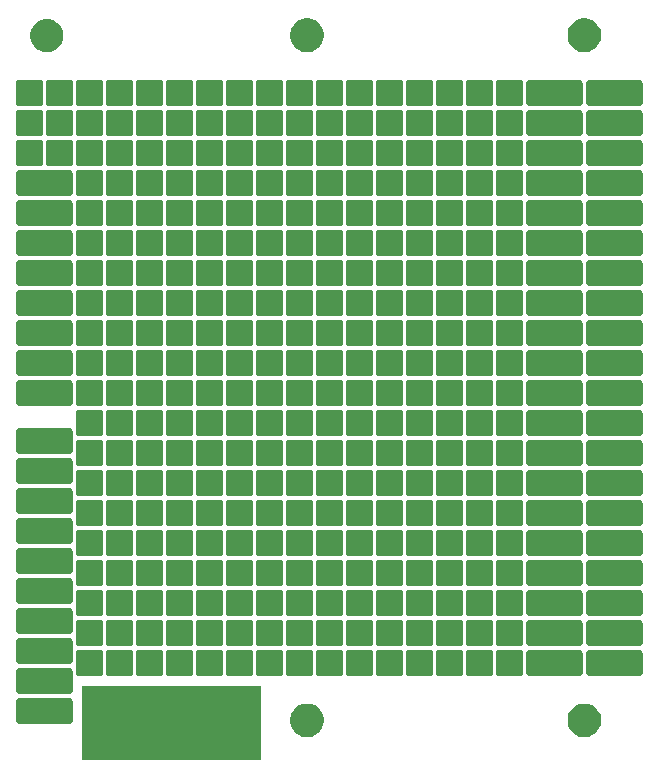
<source format=gbr>
G04 #@! TF.GenerationSoftware,KiCad,Pcbnew,5.1.6-c6e7f7d~87~ubuntu18.04.1*
G04 #@! TF.CreationDate,2020-08-06T18:59:17+02:00*
G04 #@! TF.ProjectId,pcb-business-card,7063622d-6275-4736-996e-6573732d6361,rev?*
G04 #@! TF.SameCoordinates,Original*
G04 #@! TF.FileFunction,Soldermask,Bot*
G04 #@! TF.FilePolarity,Negative*
%FSLAX46Y46*%
G04 Gerber Fmt 4.6, Leading zero omitted, Abs format (unit mm)*
G04 Created by KiCad (PCBNEW 5.1.6-c6e7f7d~87~ubuntu18.04.1) date 2020-08-06 18:59:17*
%MOMM*%
%LPD*%
G01*
G04 APERTURE LIST*
%ADD10C,0.100000*%
G04 APERTURE END LIST*
D10*
G36*
X144101000Y-142831000D02*
G01*
X128949000Y-142831000D01*
X128949000Y-136569000D01*
X144101000Y-136569000D01*
X144101000Y-142831000D01*
G37*
G36*
X148365949Y-138118800D02*
G01*
X148625463Y-138226294D01*
X148625464Y-138226295D01*
X148859022Y-138382353D01*
X149057647Y-138580978D01*
X149057648Y-138580980D01*
X149213706Y-138814537D01*
X149321200Y-139074051D01*
X149376000Y-139349550D01*
X149376000Y-139630450D01*
X149321200Y-139905949D01*
X149213706Y-140165463D01*
X149213705Y-140165464D01*
X149057647Y-140399022D01*
X148859022Y-140597647D01*
X148741450Y-140676206D01*
X148625463Y-140753706D01*
X148365949Y-140861200D01*
X148090450Y-140916000D01*
X147809550Y-140916000D01*
X147534051Y-140861200D01*
X147274537Y-140753706D01*
X147158550Y-140676206D01*
X147040978Y-140597647D01*
X146842353Y-140399022D01*
X146686295Y-140165464D01*
X146686294Y-140165463D01*
X146578800Y-139905949D01*
X146524000Y-139630450D01*
X146524000Y-139349550D01*
X146578800Y-139074051D01*
X146686294Y-138814537D01*
X146842352Y-138580980D01*
X146842353Y-138580978D01*
X147040978Y-138382353D01*
X147274536Y-138226295D01*
X147274537Y-138226294D01*
X147534051Y-138118800D01*
X147809550Y-138064000D01*
X148090450Y-138064000D01*
X148365949Y-138118800D01*
G37*
G36*
X171865949Y-138118800D02*
G01*
X172125463Y-138226294D01*
X172125464Y-138226295D01*
X172359022Y-138382353D01*
X172557647Y-138580978D01*
X172557648Y-138580980D01*
X172713706Y-138814537D01*
X172821200Y-139074051D01*
X172876000Y-139349550D01*
X172876000Y-139630450D01*
X172821200Y-139905949D01*
X172713706Y-140165463D01*
X172713705Y-140165464D01*
X172557647Y-140399022D01*
X172359022Y-140597647D01*
X172241450Y-140676206D01*
X172125463Y-140753706D01*
X171865949Y-140861200D01*
X171590450Y-140916000D01*
X171309550Y-140916000D01*
X171034051Y-140861200D01*
X170774537Y-140753706D01*
X170658550Y-140676206D01*
X170540978Y-140597647D01*
X170342353Y-140399022D01*
X170186295Y-140165464D01*
X170186294Y-140165463D01*
X170078800Y-139905949D01*
X170024000Y-139630450D01*
X170024000Y-139349550D01*
X170078800Y-139074051D01*
X170186294Y-138814537D01*
X170342352Y-138580980D01*
X170342353Y-138580978D01*
X170540978Y-138382353D01*
X170774536Y-138226295D01*
X170774537Y-138226294D01*
X171034051Y-138118800D01*
X171309550Y-138064000D01*
X171590450Y-138064000D01*
X171865949Y-138118800D01*
G37*
G36*
X127913035Y-137578316D02*
G01*
X127959032Y-137592269D01*
X128001424Y-137614928D01*
X128038579Y-137645421D01*
X128069072Y-137682576D01*
X128091731Y-137724968D01*
X128105684Y-137770965D01*
X128111000Y-137824940D01*
X128111000Y-139543060D01*
X128105684Y-139597035D01*
X128091731Y-139643032D01*
X128069072Y-139685424D01*
X128038579Y-139722579D01*
X128001424Y-139753072D01*
X127959032Y-139775731D01*
X127913035Y-139789684D01*
X127859060Y-139795000D01*
X123600940Y-139795000D01*
X123546965Y-139789684D01*
X123500968Y-139775731D01*
X123458576Y-139753072D01*
X123421421Y-139722579D01*
X123390928Y-139685424D01*
X123368269Y-139643032D01*
X123354316Y-139597035D01*
X123349000Y-139543060D01*
X123349000Y-137824940D01*
X123354316Y-137770965D01*
X123368269Y-137724968D01*
X123390928Y-137682576D01*
X123421421Y-137645421D01*
X123458576Y-137614928D01*
X123500968Y-137592269D01*
X123546965Y-137578316D01*
X123600940Y-137573000D01*
X127859060Y-137573000D01*
X127913035Y-137578316D01*
G37*
G36*
X127913035Y-135038316D02*
G01*
X127959032Y-135052269D01*
X128001424Y-135074928D01*
X128038579Y-135105421D01*
X128069072Y-135142576D01*
X128091731Y-135184968D01*
X128105684Y-135230965D01*
X128111000Y-135284940D01*
X128111000Y-137003060D01*
X128105684Y-137057035D01*
X128091731Y-137103032D01*
X128069072Y-137145424D01*
X128038579Y-137182579D01*
X128001424Y-137213072D01*
X127959032Y-137235731D01*
X127913035Y-137249684D01*
X127859060Y-137255000D01*
X123600940Y-137255000D01*
X123546965Y-137249684D01*
X123500968Y-137235731D01*
X123458576Y-137213072D01*
X123421421Y-137182579D01*
X123390928Y-137145424D01*
X123368269Y-137103032D01*
X123354316Y-137057035D01*
X123349000Y-137003060D01*
X123349000Y-135284940D01*
X123354316Y-135230965D01*
X123368269Y-135184968D01*
X123390928Y-135142576D01*
X123421421Y-135105421D01*
X123458576Y-135074928D01*
X123500968Y-135052269D01*
X123546965Y-135038316D01*
X123600940Y-135033000D01*
X127859060Y-135033000D01*
X127913035Y-135038316D01*
G37*
G36*
X176173035Y-133514316D02*
G01*
X176219032Y-133528269D01*
X176261424Y-133550928D01*
X176298579Y-133581421D01*
X176329072Y-133618576D01*
X176351731Y-133660968D01*
X176365684Y-133706965D01*
X176371000Y-133760940D01*
X176371000Y-135479060D01*
X176365684Y-135533035D01*
X176351731Y-135579032D01*
X176329072Y-135621424D01*
X176298579Y-135658579D01*
X176261424Y-135689072D01*
X176219032Y-135711731D01*
X176173035Y-135725684D01*
X176119060Y-135731000D01*
X171860940Y-135731000D01*
X171806965Y-135725684D01*
X171760968Y-135711731D01*
X171718576Y-135689072D01*
X171681421Y-135658579D01*
X171650928Y-135621424D01*
X171628269Y-135579032D01*
X171614316Y-135533035D01*
X171609000Y-135479060D01*
X171609000Y-133760940D01*
X171614316Y-133706965D01*
X171628269Y-133660968D01*
X171650928Y-133618576D01*
X171681421Y-133581421D01*
X171718576Y-133550928D01*
X171760968Y-133528269D01*
X171806965Y-133514316D01*
X171860940Y-133509000D01*
X176119060Y-133509000D01*
X176173035Y-133514316D01*
G37*
G36*
X166112520Y-133511941D02*
G01*
X166135333Y-133518861D01*
X166156355Y-133530098D01*
X166174781Y-133545219D01*
X166189902Y-133563645D01*
X166201139Y-133584667D01*
X166208059Y-133607480D01*
X166211000Y-133637340D01*
X166211000Y-135602660D01*
X166208059Y-135632520D01*
X166201139Y-135655333D01*
X166189902Y-135676355D01*
X166174781Y-135694781D01*
X166156355Y-135709902D01*
X166135333Y-135721139D01*
X166112520Y-135728059D01*
X166082660Y-135731000D01*
X164117340Y-135731000D01*
X164087480Y-135728059D01*
X164064667Y-135721139D01*
X164043645Y-135709902D01*
X164025219Y-135694781D01*
X164010098Y-135676355D01*
X163998861Y-135655333D01*
X163991941Y-135632520D01*
X163989000Y-135602660D01*
X163989000Y-133637340D01*
X163991941Y-133607480D01*
X163998861Y-133584667D01*
X164010098Y-133563645D01*
X164025219Y-133545219D01*
X164043645Y-133530098D01*
X164064667Y-133518861D01*
X164087480Y-133511941D01*
X164117340Y-133509000D01*
X166082660Y-133509000D01*
X166112520Y-133511941D01*
G37*
G36*
X171093035Y-133514316D02*
G01*
X171139032Y-133528269D01*
X171181424Y-133550928D01*
X171218579Y-133581421D01*
X171249072Y-133618576D01*
X171271731Y-133660968D01*
X171285684Y-133706965D01*
X171291000Y-133760940D01*
X171291000Y-135479060D01*
X171285684Y-135533035D01*
X171271731Y-135579032D01*
X171249072Y-135621424D01*
X171218579Y-135658579D01*
X171181424Y-135689072D01*
X171139032Y-135711731D01*
X171093035Y-135725684D01*
X171039060Y-135731000D01*
X166780940Y-135731000D01*
X166726965Y-135725684D01*
X166680968Y-135711731D01*
X166638576Y-135689072D01*
X166601421Y-135658579D01*
X166570928Y-135621424D01*
X166548269Y-135579032D01*
X166534316Y-135533035D01*
X166529000Y-135479060D01*
X166529000Y-133760940D01*
X166534316Y-133706965D01*
X166548269Y-133660968D01*
X166570928Y-133618576D01*
X166601421Y-133581421D01*
X166638576Y-133550928D01*
X166680968Y-133528269D01*
X166726965Y-133514316D01*
X166780940Y-133509000D01*
X171039060Y-133509000D01*
X171093035Y-133514316D01*
G37*
G36*
X145792520Y-133511941D02*
G01*
X145815333Y-133518861D01*
X145836355Y-133530098D01*
X145854781Y-133545219D01*
X145869902Y-133563645D01*
X145881139Y-133584667D01*
X145888059Y-133607480D01*
X145891000Y-133637340D01*
X145891000Y-135602660D01*
X145888059Y-135632520D01*
X145881139Y-135655333D01*
X145869902Y-135676355D01*
X145854781Y-135694781D01*
X145836355Y-135709902D01*
X145815333Y-135721139D01*
X145792520Y-135728059D01*
X145762660Y-135731000D01*
X143797340Y-135731000D01*
X143767480Y-135728059D01*
X143744667Y-135721139D01*
X143723645Y-135709902D01*
X143705219Y-135694781D01*
X143690098Y-135676355D01*
X143678861Y-135655333D01*
X143671941Y-135632520D01*
X143669000Y-135602660D01*
X143669000Y-133637340D01*
X143671941Y-133607480D01*
X143678861Y-133584667D01*
X143690098Y-133563645D01*
X143705219Y-133545219D01*
X143723645Y-133530098D01*
X143744667Y-133518861D01*
X143767480Y-133511941D01*
X143797340Y-133509000D01*
X145762660Y-133509000D01*
X145792520Y-133511941D01*
G37*
G36*
X140712520Y-133511941D02*
G01*
X140735333Y-133518861D01*
X140756355Y-133530098D01*
X140774781Y-133545219D01*
X140789902Y-133563645D01*
X140801139Y-133584667D01*
X140808059Y-133607480D01*
X140811000Y-133637340D01*
X140811000Y-135602660D01*
X140808059Y-135632520D01*
X140801139Y-135655333D01*
X140789902Y-135676355D01*
X140774781Y-135694781D01*
X140756355Y-135709902D01*
X140735333Y-135721139D01*
X140712520Y-135728059D01*
X140682660Y-135731000D01*
X138717340Y-135731000D01*
X138687480Y-135728059D01*
X138664667Y-135721139D01*
X138643645Y-135709902D01*
X138625219Y-135694781D01*
X138610098Y-135676355D01*
X138598861Y-135655333D01*
X138591941Y-135632520D01*
X138589000Y-135602660D01*
X138589000Y-133637340D01*
X138591941Y-133607480D01*
X138598861Y-133584667D01*
X138610098Y-133563645D01*
X138625219Y-133545219D01*
X138643645Y-133530098D01*
X138664667Y-133518861D01*
X138687480Y-133511941D01*
X138717340Y-133509000D01*
X140682660Y-133509000D01*
X140712520Y-133511941D01*
G37*
G36*
X130552520Y-133511941D02*
G01*
X130575333Y-133518861D01*
X130596355Y-133530098D01*
X130614781Y-133545219D01*
X130629902Y-133563645D01*
X130641139Y-133584667D01*
X130648059Y-133607480D01*
X130651000Y-133637340D01*
X130651000Y-135602660D01*
X130648059Y-135632520D01*
X130641139Y-135655333D01*
X130629902Y-135676355D01*
X130614781Y-135694781D01*
X130596355Y-135709902D01*
X130575333Y-135721139D01*
X130552520Y-135728059D01*
X130522660Y-135731000D01*
X128557340Y-135731000D01*
X128527480Y-135728059D01*
X128504667Y-135721139D01*
X128483645Y-135709902D01*
X128465219Y-135694781D01*
X128450098Y-135676355D01*
X128438861Y-135655333D01*
X128431941Y-135632520D01*
X128429000Y-135602660D01*
X128429000Y-133637340D01*
X128431941Y-133607480D01*
X128438861Y-133584667D01*
X128450098Y-133563645D01*
X128465219Y-133545219D01*
X128483645Y-133530098D01*
X128504667Y-133518861D01*
X128527480Y-133511941D01*
X128557340Y-133509000D01*
X130522660Y-133509000D01*
X130552520Y-133511941D01*
G37*
G36*
X161032520Y-133511941D02*
G01*
X161055333Y-133518861D01*
X161076355Y-133530098D01*
X161094781Y-133545219D01*
X161109902Y-133563645D01*
X161121139Y-133584667D01*
X161128059Y-133607480D01*
X161131000Y-133637340D01*
X161131000Y-135602660D01*
X161128059Y-135632520D01*
X161121139Y-135655333D01*
X161109902Y-135676355D01*
X161094781Y-135694781D01*
X161076355Y-135709902D01*
X161055333Y-135721139D01*
X161032520Y-135728059D01*
X161002660Y-135731000D01*
X159037340Y-135731000D01*
X159007480Y-135728059D01*
X158984667Y-135721139D01*
X158963645Y-135709902D01*
X158945219Y-135694781D01*
X158930098Y-135676355D01*
X158918861Y-135655333D01*
X158911941Y-135632520D01*
X158909000Y-135602660D01*
X158909000Y-133637340D01*
X158911941Y-133607480D01*
X158918861Y-133584667D01*
X158930098Y-133563645D01*
X158945219Y-133545219D01*
X158963645Y-133530098D01*
X158984667Y-133518861D01*
X159007480Y-133511941D01*
X159037340Y-133509000D01*
X161002660Y-133509000D01*
X161032520Y-133511941D01*
G37*
G36*
X143252520Y-133511941D02*
G01*
X143275333Y-133518861D01*
X143296355Y-133530098D01*
X143314781Y-133545219D01*
X143329902Y-133563645D01*
X143341139Y-133584667D01*
X143348059Y-133607480D01*
X143351000Y-133637340D01*
X143351000Y-135602660D01*
X143348059Y-135632520D01*
X143341139Y-135655333D01*
X143329902Y-135676355D01*
X143314781Y-135694781D01*
X143296355Y-135709902D01*
X143275333Y-135721139D01*
X143252520Y-135728059D01*
X143222660Y-135731000D01*
X141257340Y-135731000D01*
X141227480Y-135728059D01*
X141204667Y-135721139D01*
X141183645Y-135709902D01*
X141165219Y-135694781D01*
X141150098Y-135676355D01*
X141138861Y-135655333D01*
X141131941Y-135632520D01*
X141129000Y-135602660D01*
X141129000Y-133637340D01*
X141131941Y-133607480D01*
X141138861Y-133584667D01*
X141150098Y-133563645D01*
X141165219Y-133545219D01*
X141183645Y-133530098D01*
X141204667Y-133518861D01*
X141227480Y-133511941D01*
X141257340Y-133509000D01*
X143222660Y-133509000D01*
X143252520Y-133511941D01*
G37*
G36*
X150872520Y-133511941D02*
G01*
X150895333Y-133518861D01*
X150916355Y-133530098D01*
X150934781Y-133545219D01*
X150949902Y-133563645D01*
X150961139Y-133584667D01*
X150968059Y-133607480D01*
X150971000Y-133637340D01*
X150971000Y-135602660D01*
X150968059Y-135632520D01*
X150961139Y-135655333D01*
X150949902Y-135676355D01*
X150934781Y-135694781D01*
X150916355Y-135709902D01*
X150895333Y-135721139D01*
X150872520Y-135728059D01*
X150842660Y-135731000D01*
X148877340Y-135731000D01*
X148847480Y-135728059D01*
X148824667Y-135721139D01*
X148803645Y-135709902D01*
X148785219Y-135694781D01*
X148770098Y-135676355D01*
X148758861Y-135655333D01*
X148751941Y-135632520D01*
X148749000Y-135602660D01*
X148749000Y-133637340D01*
X148751941Y-133607480D01*
X148758861Y-133584667D01*
X148770098Y-133563645D01*
X148785219Y-133545219D01*
X148803645Y-133530098D01*
X148824667Y-133518861D01*
X148847480Y-133511941D01*
X148877340Y-133509000D01*
X150842660Y-133509000D01*
X150872520Y-133511941D01*
G37*
G36*
X153412520Y-133511941D02*
G01*
X153435333Y-133518861D01*
X153456355Y-133530098D01*
X153474781Y-133545219D01*
X153489902Y-133563645D01*
X153501139Y-133584667D01*
X153508059Y-133607480D01*
X153511000Y-133637340D01*
X153511000Y-135602660D01*
X153508059Y-135632520D01*
X153501139Y-135655333D01*
X153489902Y-135676355D01*
X153474781Y-135694781D01*
X153456355Y-135709902D01*
X153435333Y-135721139D01*
X153412520Y-135728059D01*
X153382660Y-135731000D01*
X151417340Y-135731000D01*
X151387480Y-135728059D01*
X151364667Y-135721139D01*
X151343645Y-135709902D01*
X151325219Y-135694781D01*
X151310098Y-135676355D01*
X151298861Y-135655333D01*
X151291941Y-135632520D01*
X151289000Y-135602660D01*
X151289000Y-133637340D01*
X151291941Y-133607480D01*
X151298861Y-133584667D01*
X151310098Y-133563645D01*
X151325219Y-133545219D01*
X151343645Y-133530098D01*
X151364667Y-133518861D01*
X151387480Y-133511941D01*
X151417340Y-133509000D01*
X153382660Y-133509000D01*
X153412520Y-133511941D01*
G37*
G36*
X135632520Y-133511941D02*
G01*
X135655333Y-133518861D01*
X135676355Y-133530098D01*
X135694781Y-133545219D01*
X135709902Y-133563645D01*
X135721139Y-133584667D01*
X135728059Y-133607480D01*
X135731000Y-133637340D01*
X135731000Y-135602660D01*
X135728059Y-135632520D01*
X135721139Y-135655333D01*
X135709902Y-135676355D01*
X135694781Y-135694781D01*
X135676355Y-135709902D01*
X135655333Y-135721139D01*
X135632520Y-135728059D01*
X135602660Y-135731000D01*
X133637340Y-135731000D01*
X133607480Y-135728059D01*
X133584667Y-135721139D01*
X133563645Y-135709902D01*
X133545219Y-135694781D01*
X133530098Y-135676355D01*
X133518861Y-135655333D01*
X133511941Y-135632520D01*
X133509000Y-135602660D01*
X133509000Y-133637340D01*
X133511941Y-133607480D01*
X133518861Y-133584667D01*
X133530098Y-133563645D01*
X133545219Y-133545219D01*
X133563645Y-133530098D01*
X133584667Y-133518861D01*
X133607480Y-133511941D01*
X133637340Y-133509000D01*
X135602660Y-133509000D01*
X135632520Y-133511941D01*
G37*
G36*
X133092520Y-133511941D02*
G01*
X133115333Y-133518861D01*
X133136355Y-133530098D01*
X133154781Y-133545219D01*
X133169902Y-133563645D01*
X133181139Y-133584667D01*
X133188059Y-133607480D01*
X133191000Y-133637340D01*
X133191000Y-135602660D01*
X133188059Y-135632520D01*
X133181139Y-135655333D01*
X133169902Y-135676355D01*
X133154781Y-135694781D01*
X133136355Y-135709902D01*
X133115333Y-135721139D01*
X133092520Y-135728059D01*
X133062660Y-135731000D01*
X131097340Y-135731000D01*
X131067480Y-135728059D01*
X131044667Y-135721139D01*
X131023645Y-135709902D01*
X131005219Y-135694781D01*
X130990098Y-135676355D01*
X130978861Y-135655333D01*
X130971941Y-135632520D01*
X130969000Y-135602660D01*
X130969000Y-133637340D01*
X130971941Y-133607480D01*
X130978861Y-133584667D01*
X130990098Y-133563645D01*
X131005219Y-133545219D01*
X131023645Y-133530098D01*
X131044667Y-133518861D01*
X131067480Y-133511941D01*
X131097340Y-133509000D01*
X133062660Y-133509000D01*
X133092520Y-133511941D01*
G37*
G36*
X155952520Y-133511941D02*
G01*
X155975333Y-133518861D01*
X155996355Y-133530098D01*
X156014781Y-133545219D01*
X156029902Y-133563645D01*
X156041139Y-133584667D01*
X156048059Y-133607480D01*
X156051000Y-133637340D01*
X156051000Y-135602660D01*
X156048059Y-135632520D01*
X156041139Y-135655333D01*
X156029902Y-135676355D01*
X156014781Y-135694781D01*
X155996355Y-135709902D01*
X155975333Y-135721139D01*
X155952520Y-135728059D01*
X155922660Y-135731000D01*
X153957340Y-135731000D01*
X153927480Y-135728059D01*
X153904667Y-135721139D01*
X153883645Y-135709902D01*
X153865219Y-135694781D01*
X153850098Y-135676355D01*
X153838861Y-135655333D01*
X153831941Y-135632520D01*
X153829000Y-135602660D01*
X153829000Y-133637340D01*
X153831941Y-133607480D01*
X153838861Y-133584667D01*
X153850098Y-133563645D01*
X153865219Y-133545219D01*
X153883645Y-133530098D01*
X153904667Y-133518861D01*
X153927480Y-133511941D01*
X153957340Y-133509000D01*
X155922660Y-133509000D01*
X155952520Y-133511941D01*
G37*
G36*
X158492520Y-133511941D02*
G01*
X158515333Y-133518861D01*
X158536355Y-133530098D01*
X158554781Y-133545219D01*
X158569902Y-133563645D01*
X158581139Y-133584667D01*
X158588059Y-133607480D01*
X158591000Y-133637340D01*
X158591000Y-135602660D01*
X158588059Y-135632520D01*
X158581139Y-135655333D01*
X158569902Y-135676355D01*
X158554781Y-135694781D01*
X158536355Y-135709902D01*
X158515333Y-135721139D01*
X158492520Y-135728059D01*
X158462660Y-135731000D01*
X156497340Y-135731000D01*
X156467480Y-135728059D01*
X156444667Y-135721139D01*
X156423645Y-135709902D01*
X156405219Y-135694781D01*
X156390098Y-135676355D01*
X156378861Y-135655333D01*
X156371941Y-135632520D01*
X156369000Y-135602660D01*
X156369000Y-133637340D01*
X156371941Y-133607480D01*
X156378861Y-133584667D01*
X156390098Y-133563645D01*
X156405219Y-133545219D01*
X156423645Y-133530098D01*
X156444667Y-133518861D01*
X156467480Y-133511941D01*
X156497340Y-133509000D01*
X158462660Y-133509000D01*
X158492520Y-133511941D01*
G37*
G36*
X138172520Y-133511941D02*
G01*
X138195333Y-133518861D01*
X138216355Y-133530098D01*
X138234781Y-133545219D01*
X138249902Y-133563645D01*
X138261139Y-133584667D01*
X138268059Y-133607480D01*
X138271000Y-133637340D01*
X138271000Y-135602660D01*
X138268059Y-135632520D01*
X138261139Y-135655333D01*
X138249902Y-135676355D01*
X138234781Y-135694781D01*
X138216355Y-135709902D01*
X138195333Y-135721139D01*
X138172520Y-135728059D01*
X138142660Y-135731000D01*
X136177340Y-135731000D01*
X136147480Y-135728059D01*
X136124667Y-135721139D01*
X136103645Y-135709902D01*
X136085219Y-135694781D01*
X136070098Y-135676355D01*
X136058861Y-135655333D01*
X136051941Y-135632520D01*
X136049000Y-135602660D01*
X136049000Y-133637340D01*
X136051941Y-133607480D01*
X136058861Y-133584667D01*
X136070098Y-133563645D01*
X136085219Y-133545219D01*
X136103645Y-133530098D01*
X136124667Y-133518861D01*
X136147480Y-133511941D01*
X136177340Y-133509000D01*
X138142660Y-133509000D01*
X138172520Y-133511941D01*
G37*
G36*
X163572520Y-133511941D02*
G01*
X163595333Y-133518861D01*
X163616355Y-133530098D01*
X163634781Y-133545219D01*
X163649902Y-133563645D01*
X163661139Y-133584667D01*
X163668059Y-133607480D01*
X163671000Y-133637340D01*
X163671000Y-135602660D01*
X163668059Y-135632520D01*
X163661139Y-135655333D01*
X163649902Y-135676355D01*
X163634781Y-135694781D01*
X163616355Y-135709902D01*
X163595333Y-135721139D01*
X163572520Y-135728059D01*
X163542660Y-135731000D01*
X161577340Y-135731000D01*
X161547480Y-135728059D01*
X161524667Y-135721139D01*
X161503645Y-135709902D01*
X161485219Y-135694781D01*
X161470098Y-135676355D01*
X161458861Y-135655333D01*
X161451941Y-135632520D01*
X161449000Y-135602660D01*
X161449000Y-133637340D01*
X161451941Y-133607480D01*
X161458861Y-133584667D01*
X161470098Y-133563645D01*
X161485219Y-133545219D01*
X161503645Y-133530098D01*
X161524667Y-133518861D01*
X161547480Y-133511941D01*
X161577340Y-133509000D01*
X163542660Y-133509000D01*
X163572520Y-133511941D01*
G37*
G36*
X148332520Y-133511941D02*
G01*
X148355333Y-133518861D01*
X148376355Y-133530098D01*
X148394781Y-133545219D01*
X148409902Y-133563645D01*
X148421139Y-133584667D01*
X148428059Y-133607480D01*
X148431000Y-133637340D01*
X148431000Y-135602660D01*
X148428059Y-135632520D01*
X148421139Y-135655333D01*
X148409902Y-135676355D01*
X148394781Y-135694781D01*
X148376355Y-135709902D01*
X148355333Y-135721139D01*
X148332520Y-135728059D01*
X148302660Y-135731000D01*
X146337340Y-135731000D01*
X146307480Y-135728059D01*
X146284667Y-135721139D01*
X146263645Y-135709902D01*
X146245219Y-135694781D01*
X146230098Y-135676355D01*
X146218861Y-135655333D01*
X146211941Y-135632520D01*
X146209000Y-135602660D01*
X146209000Y-133637340D01*
X146211941Y-133607480D01*
X146218861Y-133584667D01*
X146230098Y-133563645D01*
X146245219Y-133545219D01*
X146263645Y-133530098D01*
X146284667Y-133518861D01*
X146307480Y-133511941D01*
X146337340Y-133509000D01*
X148302660Y-133509000D01*
X148332520Y-133511941D01*
G37*
G36*
X127913035Y-132498316D02*
G01*
X127959032Y-132512269D01*
X128001424Y-132534928D01*
X128038579Y-132565421D01*
X128069072Y-132602576D01*
X128091731Y-132644968D01*
X128105684Y-132690965D01*
X128111000Y-132744940D01*
X128111000Y-134463060D01*
X128105684Y-134517035D01*
X128091731Y-134563032D01*
X128069072Y-134605424D01*
X128038579Y-134642579D01*
X128001424Y-134673072D01*
X127959032Y-134695731D01*
X127913035Y-134709684D01*
X127859060Y-134715000D01*
X123600940Y-134715000D01*
X123546965Y-134709684D01*
X123500968Y-134695731D01*
X123458576Y-134673072D01*
X123421421Y-134642579D01*
X123390928Y-134605424D01*
X123368269Y-134563032D01*
X123354316Y-134517035D01*
X123349000Y-134463060D01*
X123349000Y-132744940D01*
X123354316Y-132690965D01*
X123368269Y-132644968D01*
X123390928Y-132602576D01*
X123421421Y-132565421D01*
X123458576Y-132534928D01*
X123500968Y-132512269D01*
X123546965Y-132498316D01*
X123600940Y-132493000D01*
X127859060Y-132493000D01*
X127913035Y-132498316D01*
G37*
G36*
X171093035Y-130974316D02*
G01*
X171139032Y-130988269D01*
X171181424Y-131010928D01*
X171218579Y-131041421D01*
X171249072Y-131078576D01*
X171271731Y-131120968D01*
X171285684Y-131166965D01*
X171291000Y-131220940D01*
X171291000Y-132939060D01*
X171285684Y-132993035D01*
X171271731Y-133039032D01*
X171249072Y-133081424D01*
X171218579Y-133118579D01*
X171181424Y-133149072D01*
X171139032Y-133171731D01*
X171093035Y-133185684D01*
X171039060Y-133191000D01*
X166780940Y-133191000D01*
X166726965Y-133185684D01*
X166680968Y-133171731D01*
X166638576Y-133149072D01*
X166601421Y-133118579D01*
X166570928Y-133081424D01*
X166548269Y-133039032D01*
X166534316Y-132993035D01*
X166529000Y-132939060D01*
X166529000Y-131220940D01*
X166534316Y-131166965D01*
X166548269Y-131120968D01*
X166570928Y-131078576D01*
X166601421Y-131041421D01*
X166638576Y-131010928D01*
X166680968Y-130988269D01*
X166726965Y-130974316D01*
X166780940Y-130969000D01*
X171039060Y-130969000D01*
X171093035Y-130974316D01*
G37*
G36*
X150872520Y-130971941D02*
G01*
X150895333Y-130978861D01*
X150916355Y-130990098D01*
X150934781Y-131005219D01*
X150949902Y-131023645D01*
X150961139Y-131044667D01*
X150968059Y-131067480D01*
X150971000Y-131097340D01*
X150971000Y-133062660D01*
X150968059Y-133092520D01*
X150961139Y-133115333D01*
X150949902Y-133136355D01*
X150934781Y-133154781D01*
X150916355Y-133169902D01*
X150895333Y-133181139D01*
X150872520Y-133188059D01*
X150842660Y-133191000D01*
X148877340Y-133191000D01*
X148847480Y-133188059D01*
X148824667Y-133181139D01*
X148803645Y-133169902D01*
X148785219Y-133154781D01*
X148770098Y-133136355D01*
X148758861Y-133115333D01*
X148751941Y-133092520D01*
X148749000Y-133062660D01*
X148749000Y-131097340D01*
X148751941Y-131067480D01*
X148758861Y-131044667D01*
X148770098Y-131023645D01*
X148785219Y-131005219D01*
X148803645Y-130990098D01*
X148824667Y-130978861D01*
X148847480Y-130971941D01*
X148877340Y-130969000D01*
X150842660Y-130969000D01*
X150872520Y-130971941D01*
G37*
G36*
X145792520Y-130971941D02*
G01*
X145815333Y-130978861D01*
X145836355Y-130990098D01*
X145854781Y-131005219D01*
X145869902Y-131023645D01*
X145881139Y-131044667D01*
X145888059Y-131067480D01*
X145891000Y-131097340D01*
X145891000Y-133062660D01*
X145888059Y-133092520D01*
X145881139Y-133115333D01*
X145869902Y-133136355D01*
X145854781Y-133154781D01*
X145836355Y-133169902D01*
X145815333Y-133181139D01*
X145792520Y-133188059D01*
X145762660Y-133191000D01*
X143797340Y-133191000D01*
X143767480Y-133188059D01*
X143744667Y-133181139D01*
X143723645Y-133169902D01*
X143705219Y-133154781D01*
X143690098Y-133136355D01*
X143678861Y-133115333D01*
X143671941Y-133092520D01*
X143669000Y-133062660D01*
X143669000Y-131097340D01*
X143671941Y-131067480D01*
X143678861Y-131044667D01*
X143690098Y-131023645D01*
X143705219Y-131005219D01*
X143723645Y-130990098D01*
X143744667Y-130978861D01*
X143767480Y-130971941D01*
X143797340Y-130969000D01*
X145762660Y-130969000D01*
X145792520Y-130971941D01*
G37*
G36*
X158492520Y-130971941D02*
G01*
X158515333Y-130978861D01*
X158536355Y-130990098D01*
X158554781Y-131005219D01*
X158569902Y-131023645D01*
X158581139Y-131044667D01*
X158588059Y-131067480D01*
X158591000Y-131097340D01*
X158591000Y-133062660D01*
X158588059Y-133092520D01*
X158581139Y-133115333D01*
X158569902Y-133136355D01*
X158554781Y-133154781D01*
X158536355Y-133169902D01*
X158515333Y-133181139D01*
X158492520Y-133188059D01*
X158462660Y-133191000D01*
X156497340Y-133191000D01*
X156467480Y-133188059D01*
X156444667Y-133181139D01*
X156423645Y-133169902D01*
X156405219Y-133154781D01*
X156390098Y-133136355D01*
X156378861Y-133115333D01*
X156371941Y-133092520D01*
X156369000Y-133062660D01*
X156369000Y-131097340D01*
X156371941Y-131067480D01*
X156378861Y-131044667D01*
X156390098Y-131023645D01*
X156405219Y-131005219D01*
X156423645Y-130990098D01*
X156444667Y-130978861D01*
X156467480Y-130971941D01*
X156497340Y-130969000D01*
X158462660Y-130969000D01*
X158492520Y-130971941D01*
G37*
G36*
X138172520Y-130971941D02*
G01*
X138195333Y-130978861D01*
X138216355Y-130990098D01*
X138234781Y-131005219D01*
X138249902Y-131023645D01*
X138261139Y-131044667D01*
X138268059Y-131067480D01*
X138271000Y-131097340D01*
X138271000Y-133062660D01*
X138268059Y-133092520D01*
X138261139Y-133115333D01*
X138249902Y-133136355D01*
X138234781Y-133154781D01*
X138216355Y-133169902D01*
X138195333Y-133181139D01*
X138172520Y-133188059D01*
X138142660Y-133191000D01*
X136177340Y-133191000D01*
X136147480Y-133188059D01*
X136124667Y-133181139D01*
X136103645Y-133169902D01*
X136085219Y-133154781D01*
X136070098Y-133136355D01*
X136058861Y-133115333D01*
X136051941Y-133092520D01*
X136049000Y-133062660D01*
X136049000Y-131097340D01*
X136051941Y-131067480D01*
X136058861Y-131044667D01*
X136070098Y-131023645D01*
X136085219Y-131005219D01*
X136103645Y-130990098D01*
X136124667Y-130978861D01*
X136147480Y-130971941D01*
X136177340Y-130969000D01*
X138142660Y-130969000D01*
X138172520Y-130971941D01*
G37*
G36*
X148332520Y-130971941D02*
G01*
X148355333Y-130978861D01*
X148376355Y-130990098D01*
X148394781Y-131005219D01*
X148409902Y-131023645D01*
X148421139Y-131044667D01*
X148428059Y-131067480D01*
X148431000Y-131097340D01*
X148431000Y-133062660D01*
X148428059Y-133092520D01*
X148421139Y-133115333D01*
X148409902Y-133136355D01*
X148394781Y-133154781D01*
X148376355Y-133169902D01*
X148355333Y-133181139D01*
X148332520Y-133188059D01*
X148302660Y-133191000D01*
X146337340Y-133191000D01*
X146307480Y-133188059D01*
X146284667Y-133181139D01*
X146263645Y-133169902D01*
X146245219Y-133154781D01*
X146230098Y-133136355D01*
X146218861Y-133115333D01*
X146211941Y-133092520D01*
X146209000Y-133062660D01*
X146209000Y-131097340D01*
X146211941Y-131067480D01*
X146218861Y-131044667D01*
X146230098Y-131023645D01*
X146245219Y-131005219D01*
X146263645Y-130990098D01*
X146284667Y-130978861D01*
X146307480Y-130971941D01*
X146337340Y-130969000D01*
X148302660Y-130969000D01*
X148332520Y-130971941D01*
G37*
G36*
X135632520Y-130971941D02*
G01*
X135655333Y-130978861D01*
X135676355Y-130990098D01*
X135694781Y-131005219D01*
X135709902Y-131023645D01*
X135721139Y-131044667D01*
X135728059Y-131067480D01*
X135731000Y-131097340D01*
X135731000Y-133062660D01*
X135728059Y-133092520D01*
X135721139Y-133115333D01*
X135709902Y-133136355D01*
X135694781Y-133154781D01*
X135676355Y-133169902D01*
X135655333Y-133181139D01*
X135632520Y-133188059D01*
X135602660Y-133191000D01*
X133637340Y-133191000D01*
X133607480Y-133188059D01*
X133584667Y-133181139D01*
X133563645Y-133169902D01*
X133545219Y-133154781D01*
X133530098Y-133136355D01*
X133518861Y-133115333D01*
X133511941Y-133092520D01*
X133509000Y-133062660D01*
X133509000Y-131097340D01*
X133511941Y-131067480D01*
X133518861Y-131044667D01*
X133530098Y-131023645D01*
X133545219Y-131005219D01*
X133563645Y-130990098D01*
X133584667Y-130978861D01*
X133607480Y-130971941D01*
X133637340Y-130969000D01*
X135602660Y-130969000D01*
X135632520Y-130971941D01*
G37*
G36*
X133092520Y-130971941D02*
G01*
X133115333Y-130978861D01*
X133136355Y-130990098D01*
X133154781Y-131005219D01*
X133169902Y-131023645D01*
X133181139Y-131044667D01*
X133188059Y-131067480D01*
X133191000Y-131097340D01*
X133191000Y-133062660D01*
X133188059Y-133092520D01*
X133181139Y-133115333D01*
X133169902Y-133136355D01*
X133154781Y-133154781D01*
X133136355Y-133169902D01*
X133115333Y-133181139D01*
X133092520Y-133188059D01*
X133062660Y-133191000D01*
X131097340Y-133191000D01*
X131067480Y-133188059D01*
X131044667Y-133181139D01*
X131023645Y-133169902D01*
X131005219Y-133154781D01*
X130990098Y-133136355D01*
X130978861Y-133115333D01*
X130971941Y-133092520D01*
X130969000Y-133062660D01*
X130969000Y-131097340D01*
X130971941Y-131067480D01*
X130978861Y-131044667D01*
X130990098Y-131023645D01*
X131005219Y-131005219D01*
X131023645Y-130990098D01*
X131044667Y-130978861D01*
X131067480Y-130971941D01*
X131097340Y-130969000D01*
X133062660Y-130969000D01*
X133092520Y-130971941D01*
G37*
G36*
X130552520Y-130971941D02*
G01*
X130575333Y-130978861D01*
X130596355Y-130990098D01*
X130614781Y-131005219D01*
X130629902Y-131023645D01*
X130641139Y-131044667D01*
X130648059Y-131067480D01*
X130651000Y-131097340D01*
X130651000Y-133062660D01*
X130648059Y-133092520D01*
X130641139Y-133115333D01*
X130629902Y-133136355D01*
X130614781Y-133154781D01*
X130596355Y-133169902D01*
X130575333Y-133181139D01*
X130552520Y-133188059D01*
X130522660Y-133191000D01*
X128557340Y-133191000D01*
X128527480Y-133188059D01*
X128504667Y-133181139D01*
X128483645Y-133169902D01*
X128465219Y-133154781D01*
X128450098Y-133136355D01*
X128438861Y-133115333D01*
X128431941Y-133092520D01*
X128429000Y-133062660D01*
X128429000Y-131097340D01*
X128431941Y-131067480D01*
X128438861Y-131044667D01*
X128450098Y-131023645D01*
X128465219Y-131005219D01*
X128483645Y-130990098D01*
X128504667Y-130978861D01*
X128527480Y-130971941D01*
X128557340Y-130969000D01*
X130522660Y-130969000D01*
X130552520Y-130971941D01*
G37*
G36*
X153412520Y-130971941D02*
G01*
X153435333Y-130978861D01*
X153456355Y-130990098D01*
X153474781Y-131005219D01*
X153489902Y-131023645D01*
X153501139Y-131044667D01*
X153508059Y-131067480D01*
X153511000Y-131097340D01*
X153511000Y-133062660D01*
X153508059Y-133092520D01*
X153501139Y-133115333D01*
X153489902Y-133136355D01*
X153474781Y-133154781D01*
X153456355Y-133169902D01*
X153435333Y-133181139D01*
X153412520Y-133188059D01*
X153382660Y-133191000D01*
X151417340Y-133191000D01*
X151387480Y-133188059D01*
X151364667Y-133181139D01*
X151343645Y-133169902D01*
X151325219Y-133154781D01*
X151310098Y-133136355D01*
X151298861Y-133115333D01*
X151291941Y-133092520D01*
X151289000Y-133062660D01*
X151289000Y-131097340D01*
X151291941Y-131067480D01*
X151298861Y-131044667D01*
X151310098Y-131023645D01*
X151325219Y-131005219D01*
X151343645Y-130990098D01*
X151364667Y-130978861D01*
X151387480Y-130971941D01*
X151417340Y-130969000D01*
X153382660Y-130969000D01*
X153412520Y-130971941D01*
G37*
G36*
X143252520Y-130971941D02*
G01*
X143275333Y-130978861D01*
X143296355Y-130990098D01*
X143314781Y-131005219D01*
X143329902Y-131023645D01*
X143341139Y-131044667D01*
X143348059Y-131067480D01*
X143351000Y-131097340D01*
X143351000Y-133062660D01*
X143348059Y-133092520D01*
X143341139Y-133115333D01*
X143329902Y-133136355D01*
X143314781Y-133154781D01*
X143296355Y-133169902D01*
X143275333Y-133181139D01*
X143252520Y-133188059D01*
X143222660Y-133191000D01*
X141257340Y-133191000D01*
X141227480Y-133188059D01*
X141204667Y-133181139D01*
X141183645Y-133169902D01*
X141165219Y-133154781D01*
X141150098Y-133136355D01*
X141138861Y-133115333D01*
X141131941Y-133092520D01*
X141129000Y-133062660D01*
X141129000Y-131097340D01*
X141131941Y-131067480D01*
X141138861Y-131044667D01*
X141150098Y-131023645D01*
X141165219Y-131005219D01*
X141183645Y-130990098D01*
X141204667Y-130978861D01*
X141227480Y-130971941D01*
X141257340Y-130969000D01*
X143222660Y-130969000D01*
X143252520Y-130971941D01*
G37*
G36*
X155952520Y-130971941D02*
G01*
X155975333Y-130978861D01*
X155996355Y-130990098D01*
X156014781Y-131005219D01*
X156029902Y-131023645D01*
X156041139Y-131044667D01*
X156048059Y-131067480D01*
X156051000Y-131097340D01*
X156051000Y-133062660D01*
X156048059Y-133092520D01*
X156041139Y-133115333D01*
X156029902Y-133136355D01*
X156014781Y-133154781D01*
X155996355Y-133169902D01*
X155975333Y-133181139D01*
X155952520Y-133188059D01*
X155922660Y-133191000D01*
X153957340Y-133191000D01*
X153927480Y-133188059D01*
X153904667Y-133181139D01*
X153883645Y-133169902D01*
X153865219Y-133154781D01*
X153850098Y-133136355D01*
X153838861Y-133115333D01*
X153831941Y-133092520D01*
X153829000Y-133062660D01*
X153829000Y-131097340D01*
X153831941Y-131067480D01*
X153838861Y-131044667D01*
X153850098Y-131023645D01*
X153865219Y-131005219D01*
X153883645Y-130990098D01*
X153904667Y-130978861D01*
X153927480Y-130971941D01*
X153957340Y-130969000D01*
X155922660Y-130969000D01*
X155952520Y-130971941D01*
G37*
G36*
X161032520Y-130971941D02*
G01*
X161055333Y-130978861D01*
X161076355Y-130990098D01*
X161094781Y-131005219D01*
X161109902Y-131023645D01*
X161121139Y-131044667D01*
X161128059Y-131067480D01*
X161131000Y-131097340D01*
X161131000Y-133062660D01*
X161128059Y-133092520D01*
X161121139Y-133115333D01*
X161109902Y-133136355D01*
X161094781Y-133154781D01*
X161076355Y-133169902D01*
X161055333Y-133181139D01*
X161032520Y-133188059D01*
X161002660Y-133191000D01*
X159037340Y-133191000D01*
X159007480Y-133188059D01*
X158984667Y-133181139D01*
X158963645Y-133169902D01*
X158945219Y-133154781D01*
X158930098Y-133136355D01*
X158918861Y-133115333D01*
X158911941Y-133092520D01*
X158909000Y-133062660D01*
X158909000Y-131097340D01*
X158911941Y-131067480D01*
X158918861Y-131044667D01*
X158930098Y-131023645D01*
X158945219Y-131005219D01*
X158963645Y-130990098D01*
X158984667Y-130978861D01*
X159007480Y-130971941D01*
X159037340Y-130969000D01*
X161002660Y-130969000D01*
X161032520Y-130971941D01*
G37*
G36*
X163572520Y-130971941D02*
G01*
X163595333Y-130978861D01*
X163616355Y-130990098D01*
X163634781Y-131005219D01*
X163649902Y-131023645D01*
X163661139Y-131044667D01*
X163668059Y-131067480D01*
X163671000Y-131097340D01*
X163671000Y-133062660D01*
X163668059Y-133092520D01*
X163661139Y-133115333D01*
X163649902Y-133136355D01*
X163634781Y-133154781D01*
X163616355Y-133169902D01*
X163595333Y-133181139D01*
X163572520Y-133188059D01*
X163542660Y-133191000D01*
X161577340Y-133191000D01*
X161547480Y-133188059D01*
X161524667Y-133181139D01*
X161503645Y-133169902D01*
X161485219Y-133154781D01*
X161470098Y-133136355D01*
X161458861Y-133115333D01*
X161451941Y-133092520D01*
X161449000Y-133062660D01*
X161449000Y-131097340D01*
X161451941Y-131067480D01*
X161458861Y-131044667D01*
X161470098Y-131023645D01*
X161485219Y-131005219D01*
X161503645Y-130990098D01*
X161524667Y-130978861D01*
X161547480Y-130971941D01*
X161577340Y-130969000D01*
X163542660Y-130969000D01*
X163572520Y-130971941D01*
G37*
G36*
X166112520Y-130971941D02*
G01*
X166135333Y-130978861D01*
X166156355Y-130990098D01*
X166174781Y-131005219D01*
X166189902Y-131023645D01*
X166201139Y-131044667D01*
X166208059Y-131067480D01*
X166211000Y-131097340D01*
X166211000Y-133062660D01*
X166208059Y-133092520D01*
X166201139Y-133115333D01*
X166189902Y-133136355D01*
X166174781Y-133154781D01*
X166156355Y-133169902D01*
X166135333Y-133181139D01*
X166112520Y-133188059D01*
X166082660Y-133191000D01*
X164117340Y-133191000D01*
X164087480Y-133188059D01*
X164064667Y-133181139D01*
X164043645Y-133169902D01*
X164025219Y-133154781D01*
X164010098Y-133136355D01*
X163998861Y-133115333D01*
X163991941Y-133092520D01*
X163989000Y-133062660D01*
X163989000Y-131097340D01*
X163991941Y-131067480D01*
X163998861Y-131044667D01*
X164010098Y-131023645D01*
X164025219Y-131005219D01*
X164043645Y-130990098D01*
X164064667Y-130978861D01*
X164087480Y-130971941D01*
X164117340Y-130969000D01*
X166082660Y-130969000D01*
X166112520Y-130971941D01*
G37*
G36*
X176173035Y-130974316D02*
G01*
X176219032Y-130988269D01*
X176261424Y-131010928D01*
X176298579Y-131041421D01*
X176329072Y-131078576D01*
X176351731Y-131120968D01*
X176365684Y-131166965D01*
X176371000Y-131220940D01*
X176371000Y-132939060D01*
X176365684Y-132993035D01*
X176351731Y-133039032D01*
X176329072Y-133081424D01*
X176298579Y-133118579D01*
X176261424Y-133149072D01*
X176219032Y-133171731D01*
X176173035Y-133185684D01*
X176119060Y-133191000D01*
X171860940Y-133191000D01*
X171806965Y-133185684D01*
X171760968Y-133171731D01*
X171718576Y-133149072D01*
X171681421Y-133118579D01*
X171650928Y-133081424D01*
X171628269Y-133039032D01*
X171614316Y-132993035D01*
X171609000Y-132939060D01*
X171609000Y-131220940D01*
X171614316Y-131166965D01*
X171628269Y-131120968D01*
X171650928Y-131078576D01*
X171681421Y-131041421D01*
X171718576Y-131010928D01*
X171760968Y-130988269D01*
X171806965Y-130974316D01*
X171860940Y-130969000D01*
X176119060Y-130969000D01*
X176173035Y-130974316D01*
G37*
G36*
X140712520Y-130971941D02*
G01*
X140735333Y-130978861D01*
X140756355Y-130990098D01*
X140774781Y-131005219D01*
X140789902Y-131023645D01*
X140801139Y-131044667D01*
X140808059Y-131067480D01*
X140811000Y-131097340D01*
X140811000Y-133062660D01*
X140808059Y-133092520D01*
X140801139Y-133115333D01*
X140789902Y-133136355D01*
X140774781Y-133154781D01*
X140756355Y-133169902D01*
X140735333Y-133181139D01*
X140712520Y-133188059D01*
X140682660Y-133191000D01*
X138717340Y-133191000D01*
X138687480Y-133188059D01*
X138664667Y-133181139D01*
X138643645Y-133169902D01*
X138625219Y-133154781D01*
X138610098Y-133136355D01*
X138598861Y-133115333D01*
X138591941Y-133092520D01*
X138589000Y-133062660D01*
X138589000Y-131097340D01*
X138591941Y-131067480D01*
X138598861Y-131044667D01*
X138610098Y-131023645D01*
X138625219Y-131005219D01*
X138643645Y-130990098D01*
X138664667Y-130978861D01*
X138687480Y-130971941D01*
X138717340Y-130969000D01*
X140682660Y-130969000D01*
X140712520Y-130971941D01*
G37*
G36*
X127913035Y-129958316D02*
G01*
X127959032Y-129972269D01*
X128001424Y-129994928D01*
X128038579Y-130025421D01*
X128069072Y-130062576D01*
X128091731Y-130104968D01*
X128105684Y-130150965D01*
X128111000Y-130204940D01*
X128111000Y-131923060D01*
X128105684Y-131977035D01*
X128091731Y-132023032D01*
X128069072Y-132065424D01*
X128038579Y-132102579D01*
X128001424Y-132133072D01*
X127959032Y-132155731D01*
X127913035Y-132169684D01*
X127859060Y-132175000D01*
X123600940Y-132175000D01*
X123546965Y-132169684D01*
X123500968Y-132155731D01*
X123458576Y-132133072D01*
X123421421Y-132102579D01*
X123390928Y-132065424D01*
X123368269Y-132023032D01*
X123354316Y-131977035D01*
X123349000Y-131923060D01*
X123349000Y-130204940D01*
X123354316Y-130150965D01*
X123368269Y-130104968D01*
X123390928Y-130062576D01*
X123421421Y-130025421D01*
X123458576Y-129994928D01*
X123500968Y-129972269D01*
X123546965Y-129958316D01*
X123600940Y-129953000D01*
X127859060Y-129953000D01*
X127913035Y-129958316D01*
G37*
G36*
X166112520Y-128431941D02*
G01*
X166135333Y-128438861D01*
X166156355Y-128450098D01*
X166174781Y-128465219D01*
X166189902Y-128483645D01*
X166201139Y-128504667D01*
X166208059Y-128527480D01*
X166211000Y-128557340D01*
X166211000Y-130522660D01*
X166208059Y-130552520D01*
X166201139Y-130575333D01*
X166189902Y-130596355D01*
X166174781Y-130614781D01*
X166156355Y-130629902D01*
X166135333Y-130641139D01*
X166112520Y-130648059D01*
X166082660Y-130651000D01*
X164117340Y-130651000D01*
X164087480Y-130648059D01*
X164064667Y-130641139D01*
X164043645Y-130629902D01*
X164025219Y-130614781D01*
X164010098Y-130596355D01*
X163998861Y-130575333D01*
X163991941Y-130552520D01*
X163989000Y-130522660D01*
X163989000Y-128557340D01*
X163991941Y-128527480D01*
X163998861Y-128504667D01*
X164010098Y-128483645D01*
X164025219Y-128465219D01*
X164043645Y-128450098D01*
X164064667Y-128438861D01*
X164087480Y-128431941D01*
X164117340Y-128429000D01*
X166082660Y-128429000D01*
X166112520Y-128431941D01*
G37*
G36*
X143252520Y-128431941D02*
G01*
X143275333Y-128438861D01*
X143296355Y-128450098D01*
X143314781Y-128465219D01*
X143329902Y-128483645D01*
X143341139Y-128504667D01*
X143348059Y-128527480D01*
X143351000Y-128557340D01*
X143351000Y-130522660D01*
X143348059Y-130552520D01*
X143341139Y-130575333D01*
X143329902Y-130596355D01*
X143314781Y-130614781D01*
X143296355Y-130629902D01*
X143275333Y-130641139D01*
X143252520Y-130648059D01*
X143222660Y-130651000D01*
X141257340Y-130651000D01*
X141227480Y-130648059D01*
X141204667Y-130641139D01*
X141183645Y-130629902D01*
X141165219Y-130614781D01*
X141150098Y-130596355D01*
X141138861Y-130575333D01*
X141131941Y-130552520D01*
X141129000Y-130522660D01*
X141129000Y-128557340D01*
X141131941Y-128527480D01*
X141138861Y-128504667D01*
X141150098Y-128483645D01*
X141165219Y-128465219D01*
X141183645Y-128450098D01*
X141204667Y-128438861D01*
X141227480Y-128431941D01*
X141257340Y-128429000D01*
X143222660Y-128429000D01*
X143252520Y-128431941D01*
G37*
G36*
X153412520Y-128431941D02*
G01*
X153435333Y-128438861D01*
X153456355Y-128450098D01*
X153474781Y-128465219D01*
X153489902Y-128483645D01*
X153501139Y-128504667D01*
X153508059Y-128527480D01*
X153511000Y-128557340D01*
X153511000Y-130522660D01*
X153508059Y-130552520D01*
X153501139Y-130575333D01*
X153489902Y-130596355D01*
X153474781Y-130614781D01*
X153456355Y-130629902D01*
X153435333Y-130641139D01*
X153412520Y-130648059D01*
X153382660Y-130651000D01*
X151417340Y-130651000D01*
X151387480Y-130648059D01*
X151364667Y-130641139D01*
X151343645Y-130629902D01*
X151325219Y-130614781D01*
X151310098Y-130596355D01*
X151298861Y-130575333D01*
X151291941Y-130552520D01*
X151289000Y-130522660D01*
X151289000Y-128557340D01*
X151291941Y-128527480D01*
X151298861Y-128504667D01*
X151310098Y-128483645D01*
X151325219Y-128465219D01*
X151343645Y-128450098D01*
X151364667Y-128438861D01*
X151387480Y-128431941D01*
X151417340Y-128429000D01*
X153382660Y-128429000D01*
X153412520Y-128431941D01*
G37*
G36*
X155952520Y-128431941D02*
G01*
X155975333Y-128438861D01*
X155996355Y-128450098D01*
X156014781Y-128465219D01*
X156029902Y-128483645D01*
X156041139Y-128504667D01*
X156048059Y-128527480D01*
X156051000Y-128557340D01*
X156051000Y-130522660D01*
X156048059Y-130552520D01*
X156041139Y-130575333D01*
X156029902Y-130596355D01*
X156014781Y-130614781D01*
X155996355Y-130629902D01*
X155975333Y-130641139D01*
X155952520Y-130648059D01*
X155922660Y-130651000D01*
X153957340Y-130651000D01*
X153927480Y-130648059D01*
X153904667Y-130641139D01*
X153883645Y-130629902D01*
X153865219Y-130614781D01*
X153850098Y-130596355D01*
X153838861Y-130575333D01*
X153831941Y-130552520D01*
X153829000Y-130522660D01*
X153829000Y-128557340D01*
X153831941Y-128527480D01*
X153838861Y-128504667D01*
X153850098Y-128483645D01*
X153865219Y-128465219D01*
X153883645Y-128450098D01*
X153904667Y-128438861D01*
X153927480Y-128431941D01*
X153957340Y-128429000D01*
X155922660Y-128429000D01*
X155952520Y-128431941D01*
G37*
G36*
X150872520Y-128431941D02*
G01*
X150895333Y-128438861D01*
X150916355Y-128450098D01*
X150934781Y-128465219D01*
X150949902Y-128483645D01*
X150961139Y-128504667D01*
X150968059Y-128527480D01*
X150971000Y-128557340D01*
X150971000Y-130522660D01*
X150968059Y-130552520D01*
X150961139Y-130575333D01*
X150949902Y-130596355D01*
X150934781Y-130614781D01*
X150916355Y-130629902D01*
X150895333Y-130641139D01*
X150872520Y-130648059D01*
X150842660Y-130651000D01*
X148877340Y-130651000D01*
X148847480Y-130648059D01*
X148824667Y-130641139D01*
X148803645Y-130629902D01*
X148785219Y-130614781D01*
X148770098Y-130596355D01*
X148758861Y-130575333D01*
X148751941Y-130552520D01*
X148749000Y-130522660D01*
X148749000Y-128557340D01*
X148751941Y-128527480D01*
X148758861Y-128504667D01*
X148770098Y-128483645D01*
X148785219Y-128465219D01*
X148803645Y-128450098D01*
X148824667Y-128438861D01*
X148847480Y-128431941D01*
X148877340Y-128429000D01*
X150842660Y-128429000D01*
X150872520Y-128431941D01*
G37*
G36*
X171093035Y-128434316D02*
G01*
X171139032Y-128448269D01*
X171181424Y-128470928D01*
X171218579Y-128501421D01*
X171249072Y-128538576D01*
X171271731Y-128580968D01*
X171285684Y-128626965D01*
X171291000Y-128680940D01*
X171291000Y-130399060D01*
X171285684Y-130453035D01*
X171271731Y-130499032D01*
X171249072Y-130541424D01*
X171218579Y-130578579D01*
X171181424Y-130609072D01*
X171139032Y-130631731D01*
X171093035Y-130645684D01*
X171039060Y-130651000D01*
X166780940Y-130651000D01*
X166726965Y-130645684D01*
X166680968Y-130631731D01*
X166638576Y-130609072D01*
X166601421Y-130578579D01*
X166570928Y-130541424D01*
X166548269Y-130499032D01*
X166534316Y-130453035D01*
X166529000Y-130399060D01*
X166529000Y-128680940D01*
X166534316Y-128626965D01*
X166548269Y-128580968D01*
X166570928Y-128538576D01*
X166601421Y-128501421D01*
X166638576Y-128470928D01*
X166680968Y-128448269D01*
X166726965Y-128434316D01*
X166780940Y-128429000D01*
X171039060Y-128429000D01*
X171093035Y-128434316D01*
G37*
G36*
X161032520Y-128431941D02*
G01*
X161055333Y-128438861D01*
X161076355Y-128450098D01*
X161094781Y-128465219D01*
X161109902Y-128483645D01*
X161121139Y-128504667D01*
X161128059Y-128527480D01*
X161131000Y-128557340D01*
X161131000Y-130522660D01*
X161128059Y-130552520D01*
X161121139Y-130575333D01*
X161109902Y-130596355D01*
X161094781Y-130614781D01*
X161076355Y-130629902D01*
X161055333Y-130641139D01*
X161032520Y-130648059D01*
X161002660Y-130651000D01*
X159037340Y-130651000D01*
X159007480Y-130648059D01*
X158984667Y-130641139D01*
X158963645Y-130629902D01*
X158945219Y-130614781D01*
X158930098Y-130596355D01*
X158918861Y-130575333D01*
X158911941Y-130552520D01*
X158909000Y-130522660D01*
X158909000Y-128557340D01*
X158911941Y-128527480D01*
X158918861Y-128504667D01*
X158930098Y-128483645D01*
X158945219Y-128465219D01*
X158963645Y-128450098D01*
X158984667Y-128438861D01*
X159007480Y-128431941D01*
X159037340Y-128429000D01*
X161002660Y-128429000D01*
X161032520Y-128431941D01*
G37*
G36*
X148332520Y-128431941D02*
G01*
X148355333Y-128438861D01*
X148376355Y-128450098D01*
X148394781Y-128465219D01*
X148409902Y-128483645D01*
X148421139Y-128504667D01*
X148428059Y-128527480D01*
X148431000Y-128557340D01*
X148431000Y-130522660D01*
X148428059Y-130552520D01*
X148421139Y-130575333D01*
X148409902Y-130596355D01*
X148394781Y-130614781D01*
X148376355Y-130629902D01*
X148355333Y-130641139D01*
X148332520Y-130648059D01*
X148302660Y-130651000D01*
X146337340Y-130651000D01*
X146307480Y-130648059D01*
X146284667Y-130641139D01*
X146263645Y-130629902D01*
X146245219Y-130614781D01*
X146230098Y-130596355D01*
X146218861Y-130575333D01*
X146211941Y-130552520D01*
X146209000Y-130522660D01*
X146209000Y-128557340D01*
X146211941Y-128527480D01*
X146218861Y-128504667D01*
X146230098Y-128483645D01*
X146245219Y-128465219D01*
X146263645Y-128450098D01*
X146284667Y-128438861D01*
X146307480Y-128431941D01*
X146337340Y-128429000D01*
X148302660Y-128429000D01*
X148332520Y-128431941D01*
G37*
G36*
X163572520Y-128431941D02*
G01*
X163595333Y-128438861D01*
X163616355Y-128450098D01*
X163634781Y-128465219D01*
X163649902Y-128483645D01*
X163661139Y-128504667D01*
X163668059Y-128527480D01*
X163671000Y-128557340D01*
X163671000Y-130522660D01*
X163668059Y-130552520D01*
X163661139Y-130575333D01*
X163649902Y-130596355D01*
X163634781Y-130614781D01*
X163616355Y-130629902D01*
X163595333Y-130641139D01*
X163572520Y-130648059D01*
X163542660Y-130651000D01*
X161577340Y-130651000D01*
X161547480Y-130648059D01*
X161524667Y-130641139D01*
X161503645Y-130629902D01*
X161485219Y-130614781D01*
X161470098Y-130596355D01*
X161458861Y-130575333D01*
X161451941Y-130552520D01*
X161449000Y-130522660D01*
X161449000Y-128557340D01*
X161451941Y-128527480D01*
X161458861Y-128504667D01*
X161470098Y-128483645D01*
X161485219Y-128465219D01*
X161503645Y-128450098D01*
X161524667Y-128438861D01*
X161547480Y-128431941D01*
X161577340Y-128429000D01*
X163542660Y-128429000D01*
X163572520Y-128431941D01*
G37*
G36*
X130552520Y-128431941D02*
G01*
X130575333Y-128438861D01*
X130596355Y-128450098D01*
X130614781Y-128465219D01*
X130629902Y-128483645D01*
X130641139Y-128504667D01*
X130648059Y-128527480D01*
X130651000Y-128557340D01*
X130651000Y-130522660D01*
X130648059Y-130552520D01*
X130641139Y-130575333D01*
X130629902Y-130596355D01*
X130614781Y-130614781D01*
X130596355Y-130629902D01*
X130575333Y-130641139D01*
X130552520Y-130648059D01*
X130522660Y-130651000D01*
X128557340Y-130651000D01*
X128527480Y-130648059D01*
X128504667Y-130641139D01*
X128483645Y-130629902D01*
X128465219Y-130614781D01*
X128450098Y-130596355D01*
X128438861Y-130575333D01*
X128431941Y-130552520D01*
X128429000Y-130522660D01*
X128429000Y-128557340D01*
X128431941Y-128527480D01*
X128438861Y-128504667D01*
X128450098Y-128483645D01*
X128465219Y-128465219D01*
X128483645Y-128450098D01*
X128504667Y-128438861D01*
X128527480Y-128431941D01*
X128557340Y-128429000D01*
X130522660Y-128429000D01*
X130552520Y-128431941D01*
G37*
G36*
X176173035Y-128434316D02*
G01*
X176219032Y-128448269D01*
X176261424Y-128470928D01*
X176298579Y-128501421D01*
X176329072Y-128538576D01*
X176351731Y-128580968D01*
X176365684Y-128626965D01*
X176371000Y-128680940D01*
X176371000Y-130399060D01*
X176365684Y-130453035D01*
X176351731Y-130499032D01*
X176329072Y-130541424D01*
X176298579Y-130578579D01*
X176261424Y-130609072D01*
X176219032Y-130631731D01*
X176173035Y-130645684D01*
X176119060Y-130651000D01*
X171860940Y-130651000D01*
X171806965Y-130645684D01*
X171760968Y-130631731D01*
X171718576Y-130609072D01*
X171681421Y-130578579D01*
X171650928Y-130541424D01*
X171628269Y-130499032D01*
X171614316Y-130453035D01*
X171609000Y-130399060D01*
X171609000Y-128680940D01*
X171614316Y-128626965D01*
X171628269Y-128580968D01*
X171650928Y-128538576D01*
X171681421Y-128501421D01*
X171718576Y-128470928D01*
X171760968Y-128448269D01*
X171806965Y-128434316D01*
X171860940Y-128429000D01*
X176119060Y-128429000D01*
X176173035Y-128434316D01*
G37*
G36*
X138172520Y-128431941D02*
G01*
X138195333Y-128438861D01*
X138216355Y-128450098D01*
X138234781Y-128465219D01*
X138249902Y-128483645D01*
X138261139Y-128504667D01*
X138268059Y-128527480D01*
X138271000Y-128557340D01*
X138271000Y-130522660D01*
X138268059Y-130552520D01*
X138261139Y-130575333D01*
X138249902Y-130596355D01*
X138234781Y-130614781D01*
X138216355Y-130629902D01*
X138195333Y-130641139D01*
X138172520Y-130648059D01*
X138142660Y-130651000D01*
X136177340Y-130651000D01*
X136147480Y-130648059D01*
X136124667Y-130641139D01*
X136103645Y-130629902D01*
X136085219Y-130614781D01*
X136070098Y-130596355D01*
X136058861Y-130575333D01*
X136051941Y-130552520D01*
X136049000Y-130522660D01*
X136049000Y-128557340D01*
X136051941Y-128527480D01*
X136058861Y-128504667D01*
X136070098Y-128483645D01*
X136085219Y-128465219D01*
X136103645Y-128450098D01*
X136124667Y-128438861D01*
X136147480Y-128431941D01*
X136177340Y-128429000D01*
X138142660Y-128429000D01*
X138172520Y-128431941D01*
G37*
G36*
X135632520Y-128431941D02*
G01*
X135655333Y-128438861D01*
X135676355Y-128450098D01*
X135694781Y-128465219D01*
X135709902Y-128483645D01*
X135721139Y-128504667D01*
X135728059Y-128527480D01*
X135731000Y-128557340D01*
X135731000Y-130522660D01*
X135728059Y-130552520D01*
X135721139Y-130575333D01*
X135709902Y-130596355D01*
X135694781Y-130614781D01*
X135676355Y-130629902D01*
X135655333Y-130641139D01*
X135632520Y-130648059D01*
X135602660Y-130651000D01*
X133637340Y-130651000D01*
X133607480Y-130648059D01*
X133584667Y-130641139D01*
X133563645Y-130629902D01*
X133545219Y-130614781D01*
X133530098Y-130596355D01*
X133518861Y-130575333D01*
X133511941Y-130552520D01*
X133509000Y-130522660D01*
X133509000Y-128557340D01*
X133511941Y-128527480D01*
X133518861Y-128504667D01*
X133530098Y-128483645D01*
X133545219Y-128465219D01*
X133563645Y-128450098D01*
X133584667Y-128438861D01*
X133607480Y-128431941D01*
X133637340Y-128429000D01*
X135602660Y-128429000D01*
X135632520Y-128431941D01*
G37*
G36*
X133092520Y-128431941D02*
G01*
X133115333Y-128438861D01*
X133136355Y-128450098D01*
X133154781Y-128465219D01*
X133169902Y-128483645D01*
X133181139Y-128504667D01*
X133188059Y-128527480D01*
X133191000Y-128557340D01*
X133191000Y-130522660D01*
X133188059Y-130552520D01*
X133181139Y-130575333D01*
X133169902Y-130596355D01*
X133154781Y-130614781D01*
X133136355Y-130629902D01*
X133115333Y-130641139D01*
X133092520Y-130648059D01*
X133062660Y-130651000D01*
X131097340Y-130651000D01*
X131067480Y-130648059D01*
X131044667Y-130641139D01*
X131023645Y-130629902D01*
X131005219Y-130614781D01*
X130990098Y-130596355D01*
X130978861Y-130575333D01*
X130971941Y-130552520D01*
X130969000Y-130522660D01*
X130969000Y-128557340D01*
X130971941Y-128527480D01*
X130978861Y-128504667D01*
X130990098Y-128483645D01*
X131005219Y-128465219D01*
X131023645Y-128450098D01*
X131044667Y-128438861D01*
X131067480Y-128431941D01*
X131097340Y-128429000D01*
X133062660Y-128429000D01*
X133092520Y-128431941D01*
G37*
G36*
X140712520Y-128431941D02*
G01*
X140735333Y-128438861D01*
X140756355Y-128450098D01*
X140774781Y-128465219D01*
X140789902Y-128483645D01*
X140801139Y-128504667D01*
X140808059Y-128527480D01*
X140811000Y-128557340D01*
X140811000Y-130522660D01*
X140808059Y-130552520D01*
X140801139Y-130575333D01*
X140789902Y-130596355D01*
X140774781Y-130614781D01*
X140756355Y-130629902D01*
X140735333Y-130641139D01*
X140712520Y-130648059D01*
X140682660Y-130651000D01*
X138717340Y-130651000D01*
X138687480Y-130648059D01*
X138664667Y-130641139D01*
X138643645Y-130629902D01*
X138625219Y-130614781D01*
X138610098Y-130596355D01*
X138598861Y-130575333D01*
X138591941Y-130552520D01*
X138589000Y-130522660D01*
X138589000Y-128557340D01*
X138591941Y-128527480D01*
X138598861Y-128504667D01*
X138610098Y-128483645D01*
X138625219Y-128465219D01*
X138643645Y-128450098D01*
X138664667Y-128438861D01*
X138687480Y-128431941D01*
X138717340Y-128429000D01*
X140682660Y-128429000D01*
X140712520Y-128431941D01*
G37*
G36*
X158492520Y-128431941D02*
G01*
X158515333Y-128438861D01*
X158536355Y-128450098D01*
X158554781Y-128465219D01*
X158569902Y-128483645D01*
X158581139Y-128504667D01*
X158588059Y-128527480D01*
X158591000Y-128557340D01*
X158591000Y-130522660D01*
X158588059Y-130552520D01*
X158581139Y-130575333D01*
X158569902Y-130596355D01*
X158554781Y-130614781D01*
X158536355Y-130629902D01*
X158515333Y-130641139D01*
X158492520Y-130648059D01*
X158462660Y-130651000D01*
X156497340Y-130651000D01*
X156467480Y-130648059D01*
X156444667Y-130641139D01*
X156423645Y-130629902D01*
X156405219Y-130614781D01*
X156390098Y-130596355D01*
X156378861Y-130575333D01*
X156371941Y-130552520D01*
X156369000Y-130522660D01*
X156369000Y-128557340D01*
X156371941Y-128527480D01*
X156378861Y-128504667D01*
X156390098Y-128483645D01*
X156405219Y-128465219D01*
X156423645Y-128450098D01*
X156444667Y-128438861D01*
X156467480Y-128431941D01*
X156497340Y-128429000D01*
X158462660Y-128429000D01*
X158492520Y-128431941D01*
G37*
G36*
X145792520Y-128431941D02*
G01*
X145815333Y-128438861D01*
X145836355Y-128450098D01*
X145854781Y-128465219D01*
X145869902Y-128483645D01*
X145881139Y-128504667D01*
X145888059Y-128527480D01*
X145891000Y-128557340D01*
X145891000Y-130522660D01*
X145888059Y-130552520D01*
X145881139Y-130575333D01*
X145869902Y-130596355D01*
X145854781Y-130614781D01*
X145836355Y-130629902D01*
X145815333Y-130641139D01*
X145792520Y-130648059D01*
X145762660Y-130651000D01*
X143797340Y-130651000D01*
X143767480Y-130648059D01*
X143744667Y-130641139D01*
X143723645Y-130629902D01*
X143705219Y-130614781D01*
X143690098Y-130596355D01*
X143678861Y-130575333D01*
X143671941Y-130552520D01*
X143669000Y-130522660D01*
X143669000Y-128557340D01*
X143671941Y-128527480D01*
X143678861Y-128504667D01*
X143690098Y-128483645D01*
X143705219Y-128465219D01*
X143723645Y-128450098D01*
X143744667Y-128438861D01*
X143767480Y-128431941D01*
X143797340Y-128429000D01*
X145762660Y-128429000D01*
X145792520Y-128431941D01*
G37*
G36*
X127913035Y-127418316D02*
G01*
X127959032Y-127432269D01*
X128001424Y-127454928D01*
X128038579Y-127485421D01*
X128069072Y-127522576D01*
X128091731Y-127564968D01*
X128105684Y-127610965D01*
X128111000Y-127664940D01*
X128111000Y-129383060D01*
X128105684Y-129437035D01*
X128091731Y-129483032D01*
X128069072Y-129525424D01*
X128038579Y-129562579D01*
X128001424Y-129593072D01*
X127959032Y-129615731D01*
X127913035Y-129629684D01*
X127859060Y-129635000D01*
X123600940Y-129635000D01*
X123546965Y-129629684D01*
X123500968Y-129615731D01*
X123458576Y-129593072D01*
X123421421Y-129562579D01*
X123390928Y-129525424D01*
X123368269Y-129483032D01*
X123354316Y-129437035D01*
X123349000Y-129383060D01*
X123349000Y-127664940D01*
X123354316Y-127610965D01*
X123368269Y-127564968D01*
X123390928Y-127522576D01*
X123421421Y-127485421D01*
X123458576Y-127454928D01*
X123500968Y-127432269D01*
X123546965Y-127418316D01*
X123600940Y-127413000D01*
X127859060Y-127413000D01*
X127913035Y-127418316D01*
G37*
G36*
X135632520Y-125891941D02*
G01*
X135655333Y-125898861D01*
X135676355Y-125910098D01*
X135694781Y-125925219D01*
X135709902Y-125943645D01*
X135721139Y-125964667D01*
X135728059Y-125987480D01*
X135731000Y-126017340D01*
X135731000Y-127982660D01*
X135728059Y-128012520D01*
X135721139Y-128035333D01*
X135709902Y-128056355D01*
X135694781Y-128074781D01*
X135676355Y-128089902D01*
X135655333Y-128101139D01*
X135632520Y-128108059D01*
X135602660Y-128111000D01*
X133637340Y-128111000D01*
X133607480Y-128108059D01*
X133584667Y-128101139D01*
X133563645Y-128089902D01*
X133545219Y-128074781D01*
X133530098Y-128056355D01*
X133518861Y-128035333D01*
X133511941Y-128012520D01*
X133509000Y-127982660D01*
X133509000Y-126017340D01*
X133511941Y-125987480D01*
X133518861Y-125964667D01*
X133530098Y-125943645D01*
X133545219Y-125925219D01*
X133563645Y-125910098D01*
X133584667Y-125898861D01*
X133607480Y-125891941D01*
X133637340Y-125889000D01*
X135602660Y-125889000D01*
X135632520Y-125891941D01*
G37*
G36*
X158492520Y-125891941D02*
G01*
X158515333Y-125898861D01*
X158536355Y-125910098D01*
X158554781Y-125925219D01*
X158569902Y-125943645D01*
X158581139Y-125964667D01*
X158588059Y-125987480D01*
X158591000Y-126017340D01*
X158591000Y-127982660D01*
X158588059Y-128012520D01*
X158581139Y-128035333D01*
X158569902Y-128056355D01*
X158554781Y-128074781D01*
X158536355Y-128089902D01*
X158515333Y-128101139D01*
X158492520Y-128108059D01*
X158462660Y-128111000D01*
X156497340Y-128111000D01*
X156467480Y-128108059D01*
X156444667Y-128101139D01*
X156423645Y-128089902D01*
X156405219Y-128074781D01*
X156390098Y-128056355D01*
X156378861Y-128035333D01*
X156371941Y-128012520D01*
X156369000Y-127982660D01*
X156369000Y-126017340D01*
X156371941Y-125987480D01*
X156378861Y-125964667D01*
X156390098Y-125943645D01*
X156405219Y-125925219D01*
X156423645Y-125910098D01*
X156444667Y-125898861D01*
X156467480Y-125891941D01*
X156497340Y-125889000D01*
X158462660Y-125889000D01*
X158492520Y-125891941D01*
G37*
G36*
X161032520Y-125891941D02*
G01*
X161055333Y-125898861D01*
X161076355Y-125910098D01*
X161094781Y-125925219D01*
X161109902Y-125943645D01*
X161121139Y-125964667D01*
X161128059Y-125987480D01*
X161131000Y-126017340D01*
X161131000Y-127982660D01*
X161128059Y-128012520D01*
X161121139Y-128035333D01*
X161109902Y-128056355D01*
X161094781Y-128074781D01*
X161076355Y-128089902D01*
X161055333Y-128101139D01*
X161032520Y-128108059D01*
X161002660Y-128111000D01*
X159037340Y-128111000D01*
X159007480Y-128108059D01*
X158984667Y-128101139D01*
X158963645Y-128089902D01*
X158945219Y-128074781D01*
X158930098Y-128056355D01*
X158918861Y-128035333D01*
X158911941Y-128012520D01*
X158909000Y-127982660D01*
X158909000Y-126017340D01*
X158911941Y-125987480D01*
X158918861Y-125964667D01*
X158930098Y-125943645D01*
X158945219Y-125925219D01*
X158963645Y-125910098D01*
X158984667Y-125898861D01*
X159007480Y-125891941D01*
X159037340Y-125889000D01*
X161002660Y-125889000D01*
X161032520Y-125891941D01*
G37*
G36*
X163572520Y-125891941D02*
G01*
X163595333Y-125898861D01*
X163616355Y-125910098D01*
X163634781Y-125925219D01*
X163649902Y-125943645D01*
X163661139Y-125964667D01*
X163668059Y-125987480D01*
X163671000Y-126017340D01*
X163671000Y-127982660D01*
X163668059Y-128012520D01*
X163661139Y-128035333D01*
X163649902Y-128056355D01*
X163634781Y-128074781D01*
X163616355Y-128089902D01*
X163595333Y-128101139D01*
X163572520Y-128108059D01*
X163542660Y-128111000D01*
X161577340Y-128111000D01*
X161547480Y-128108059D01*
X161524667Y-128101139D01*
X161503645Y-128089902D01*
X161485219Y-128074781D01*
X161470098Y-128056355D01*
X161458861Y-128035333D01*
X161451941Y-128012520D01*
X161449000Y-127982660D01*
X161449000Y-126017340D01*
X161451941Y-125987480D01*
X161458861Y-125964667D01*
X161470098Y-125943645D01*
X161485219Y-125925219D01*
X161503645Y-125910098D01*
X161524667Y-125898861D01*
X161547480Y-125891941D01*
X161577340Y-125889000D01*
X163542660Y-125889000D01*
X163572520Y-125891941D01*
G37*
G36*
X166112520Y-125891941D02*
G01*
X166135333Y-125898861D01*
X166156355Y-125910098D01*
X166174781Y-125925219D01*
X166189902Y-125943645D01*
X166201139Y-125964667D01*
X166208059Y-125987480D01*
X166211000Y-126017340D01*
X166211000Y-127982660D01*
X166208059Y-128012520D01*
X166201139Y-128035333D01*
X166189902Y-128056355D01*
X166174781Y-128074781D01*
X166156355Y-128089902D01*
X166135333Y-128101139D01*
X166112520Y-128108059D01*
X166082660Y-128111000D01*
X164117340Y-128111000D01*
X164087480Y-128108059D01*
X164064667Y-128101139D01*
X164043645Y-128089902D01*
X164025219Y-128074781D01*
X164010098Y-128056355D01*
X163998861Y-128035333D01*
X163991941Y-128012520D01*
X163989000Y-127982660D01*
X163989000Y-126017340D01*
X163991941Y-125987480D01*
X163998861Y-125964667D01*
X164010098Y-125943645D01*
X164025219Y-125925219D01*
X164043645Y-125910098D01*
X164064667Y-125898861D01*
X164087480Y-125891941D01*
X164117340Y-125889000D01*
X166082660Y-125889000D01*
X166112520Y-125891941D01*
G37*
G36*
X176173035Y-125894316D02*
G01*
X176219032Y-125908269D01*
X176261424Y-125930928D01*
X176298579Y-125961421D01*
X176329072Y-125998576D01*
X176351731Y-126040968D01*
X176365684Y-126086965D01*
X176371000Y-126140940D01*
X176371000Y-127859060D01*
X176365684Y-127913035D01*
X176351731Y-127959032D01*
X176329072Y-128001424D01*
X176298579Y-128038579D01*
X176261424Y-128069072D01*
X176219032Y-128091731D01*
X176173035Y-128105684D01*
X176119060Y-128111000D01*
X171860940Y-128111000D01*
X171806965Y-128105684D01*
X171760968Y-128091731D01*
X171718576Y-128069072D01*
X171681421Y-128038579D01*
X171650928Y-128001424D01*
X171628269Y-127959032D01*
X171614316Y-127913035D01*
X171609000Y-127859060D01*
X171609000Y-126140940D01*
X171614316Y-126086965D01*
X171628269Y-126040968D01*
X171650928Y-125998576D01*
X171681421Y-125961421D01*
X171718576Y-125930928D01*
X171760968Y-125908269D01*
X171806965Y-125894316D01*
X171860940Y-125889000D01*
X176119060Y-125889000D01*
X176173035Y-125894316D01*
G37*
G36*
X148332520Y-125891941D02*
G01*
X148355333Y-125898861D01*
X148376355Y-125910098D01*
X148394781Y-125925219D01*
X148409902Y-125943645D01*
X148421139Y-125964667D01*
X148428059Y-125987480D01*
X148431000Y-126017340D01*
X148431000Y-127982660D01*
X148428059Y-128012520D01*
X148421139Y-128035333D01*
X148409902Y-128056355D01*
X148394781Y-128074781D01*
X148376355Y-128089902D01*
X148355333Y-128101139D01*
X148332520Y-128108059D01*
X148302660Y-128111000D01*
X146337340Y-128111000D01*
X146307480Y-128108059D01*
X146284667Y-128101139D01*
X146263645Y-128089902D01*
X146245219Y-128074781D01*
X146230098Y-128056355D01*
X146218861Y-128035333D01*
X146211941Y-128012520D01*
X146209000Y-127982660D01*
X146209000Y-126017340D01*
X146211941Y-125987480D01*
X146218861Y-125964667D01*
X146230098Y-125943645D01*
X146245219Y-125925219D01*
X146263645Y-125910098D01*
X146284667Y-125898861D01*
X146307480Y-125891941D01*
X146337340Y-125889000D01*
X148302660Y-125889000D01*
X148332520Y-125891941D01*
G37*
G36*
X150872520Y-125891941D02*
G01*
X150895333Y-125898861D01*
X150916355Y-125910098D01*
X150934781Y-125925219D01*
X150949902Y-125943645D01*
X150961139Y-125964667D01*
X150968059Y-125987480D01*
X150971000Y-126017340D01*
X150971000Y-127982660D01*
X150968059Y-128012520D01*
X150961139Y-128035333D01*
X150949902Y-128056355D01*
X150934781Y-128074781D01*
X150916355Y-128089902D01*
X150895333Y-128101139D01*
X150872520Y-128108059D01*
X150842660Y-128111000D01*
X148877340Y-128111000D01*
X148847480Y-128108059D01*
X148824667Y-128101139D01*
X148803645Y-128089902D01*
X148785219Y-128074781D01*
X148770098Y-128056355D01*
X148758861Y-128035333D01*
X148751941Y-128012520D01*
X148749000Y-127982660D01*
X148749000Y-126017340D01*
X148751941Y-125987480D01*
X148758861Y-125964667D01*
X148770098Y-125943645D01*
X148785219Y-125925219D01*
X148803645Y-125910098D01*
X148824667Y-125898861D01*
X148847480Y-125891941D01*
X148877340Y-125889000D01*
X150842660Y-125889000D01*
X150872520Y-125891941D01*
G37*
G36*
X138172520Y-125891941D02*
G01*
X138195333Y-125898861D01*
X138216355Y-125910098D01*
X138234781Y-125925219D01*
X138249902Y-125943645D01*
X138261139Y-125964667D01*
X138268059Y-125987480D01*
X138271000Y-126017340D01*
X138271000Y-127982660D01*
X138268059Y-128012520D01*
X138261139Y-128035333D01*
X138249902Y-128056355D01*
X138234781Y-128074781D01*
X138216355Y-128089902D01*
X138195333Y-128101139D01*
X138172520Y-128108059D01*
X138142660Y-128111000D01*
X136177340Y-128111000D01*
X136147480Y-128108059D01*
X136124667Y-128101139D01*
X136103645Y-128089902D01*
X136085219Y-128074781D01*
X136070098Y-128056355D01*
X136058861Y-128035333D01*
X136051941Y-128012520D01*
X136049000Y-127982660D01*
X136049000Y-126017340D01*
X136051941Y-125987480D01*
X136058861Y-125964667D01*
X136070098Y-125943645D01*
X136085219Y-125925219D01*
X136103645Y-125910098D01*
X136124667Y-125898861D01*
X136147480Y-125891941D01*
X136177340Y-125889000D01*
X138142660Y-125889000D01*
X138172520Y-125891941D01*
G37*
G36*
X153412520Y-125891941D02*
G01*
X153435333Y-125898861D01*
X153456355Y-125910098D01*
X153474781Y-125925219D01*
X153489902Y-125943645D01*
X153501139Y-125964667D01*
X153508059Y-125987480D01*
X153511000Y-126017340D01*
X153511000Y-127982660D01*
X153508059Y-128012520D01*
X153501139Y-128035333D01*
X153489902Y-128056355D01*
X153474781Y-128074781D01*
X153456355Y-128089902D01*
X153435333Y-128101139D01*
X153412520Y-128108059D01*
X153382660Y-128111000D01*
X151417340Y-128111000D01*
X151387480Y-128108059D01*
X151364667Y-128101139D01*
X151343645Y-128089902D01*
X151325219Y-128074781D01*
X151310098Y-128056355D01*
X151298861Y-128035333D01*
X151291941Y-128012520D01*
X151289000Y-127982660D01*
X151289000Y-126017340D01*
X151291941Y-125987480D01*
X151298861Y-125964667D01*
X151310098Y-125943645D01*
X151325219Y-125925219D01*
X151343645Y-125910098D01*
X151364667Y-125898861D01*
X151387480Y-125891941D01*
X151417340Y-125889000D01*
X153382660Y-125889000D01*
X153412520Y-125891941D01*
G37*
G36*
X133092520Y-125891941D02*
G01*
X133115333Y-125898861D01*
X133136355Y-125910098D01*
X133154781Y-125925219D01*
X133169902Y-125943645D01*
X133181139Y-125964667D01*
X133188059Y-125987480D01*
X133191000Y-126017340D01*
X133191000Y-127982660D01*
X133188059Y-128012520D01*
X133181139Y-128035333D01*
X133169902Y-128056355D01*
X133154781Y-128074781D01*
X133136355Y-128089902D01*
X133115333Y-128101139D01*
X133092520Y-128108059D01*
X133062660Y-128111000D01*
X131097340Y-128111000D01*
X131067480Y-128108059D01*
X131044667Y-128101139D01*
X131023645Y-128089902D01*
X131005219Y-128074781D01*
X130990098Y-128056355D01*
X130978861Y-128035333D01*
X130971941Y-128012520D01*
X130969000Y-127982660D01*
X130969000Y-126017340D01*
X130971941Y-125987480D01*
X130978861Y-125964667D01*
X130990098Y-125943645D01*
X131005219Y-125925219D01*
X131023645Y-125910098D01*
X131044667Y-125898861D01*
X131067480Y-125891941D01*
X131097340Y-125889000D01*
X133062660Y-125889000D01*
X133092520Y-125891941D01*
G37*
G36*
X155952520Y-125891941D02*
G01*
X155975333Y-125898861D01*
X155996355Y-125910098D01*
X156014781Y-125925219D01*
X156029902Y-125943645D01*
X156041139Y-125964667D01*
X156048059Y-125987480D01*
X156051000Y-126017340D01*
X156051000Y-127982660D01*
X156048059Y-128012520D01*
X156041139Y-128035333D01*
X156029902Y-128056355D01*
X156014781Y-128074781D01*
X155996355Y-128089902D01*
X155975333Y-128101139D01*
X155952520Y-128108059D01*
X155922660Y-128111000D01*
X153957340Y-128111000D01*
X153927480Y-128108059D01*
X153904667Y-128101139D01*
X153883645Y-128089902D01*
X153865219Y-128074781D01*
X153850098Y-128056355D01*
X153838861Y-128035333D01*
X153831941Y-128012520D01*
X153829000Y-127982660D01*
X153829000Y-126017340D01*
X153831941Y-125987480D01*
X153838861Y-125964667D01*
X153850098Y-125943645D01*
X153865219Y-125925219D01*
X153883645Y-125910098D01*
X153904667Y-125898861D01*
X153927480Y-125891941D01*
X153957340Y-125889000D01*
X155922660Y-125889000D01*
X155952520Y-125891941D01*
G37*
G36*
X140712520Y-125891941D02*
G01*
X140735333Y-125898861D01*
X140756355Y-125910098D01*
X140774781Y-125925219D01*
X140789902Y-125943645D01*
X140801139Y-125964667D01*
X140808059Y-125987480D01*
X140811000Y-126017340D01*
X140811000Y-127982660D01*
X140808059Y-128012520D01*
X140801139Y-128035333D01*
X140789902Y-128056355D01*
X140774781Y-128074781D01*
X140756355Y-128089902D01*
X140735333Y-128101139D01*
X140712520Y-128108059D01*
X140682660Y-128111000D01*
X138717340Y-128111000D01*
X138687480Y-128108059D01*
X138664667Y-128101139D01*
X138643645Y-128089902D01*
X138625219Y-128074781D01*
X138610098Y-128056355D01*
X138598861Y-128035333D01*
X138591941Y-128012520D01*
X138589000Y-127982660D01*
X138589000Y-126017340D01*
X138591941Y-125987480D01*
X138598861Y-125964667D01*
X138610098Y-125943645D01*
X138625219Y-125925219D01*
X138643645Y-125910098D01*
X138664667Y-125898861D01*
X138687480Y-125891941D01*
X138717340Y-125889000D01*
X140682660Y-125889000D01*
X140712520Y-125891941D01*
G37*
G36*
X143252520Y-125891941D02*
G01*
X143275333Y-125898861D01*
X143296355Y-125910098D01*
X143314781Y-125925219D01*
X143329902Y-125943645D01*
X143341139Y-125964667D01*
X143348059Y-125987480D01*
X143351000Y-126017340D01*
X143351000Y-127982660D01*
X143348059Y-128012520D01*
X143341139Y-128035333D01*
X143329902Y-128056355D01*
X143314781Y-128074781D01*
X143296355Y-128089902D01*
X143275333Y-128101139D01*
X143252520Y-128108059D01*
X143222660Y-128111000D01*
X141257340Y-128111000D01*
X141227480Y-128108059D01*
X141204667Y-128101139D01*
X141183645Y-128089902D01*
X141165219Y-128074781D01*
X141150098Y-128056355D01*
X141138861Y-128035333D01*
X141131941Y-128012520D01*
X141129000Y-127982660D01*
X141129000Y-126017340D01*
X141131941Y-125987480D01*
X141138861Y-125964667D01*
X141150098Y-125943645D01*
X141165219Y-125925219D01*
X141183645Y-125910098D01*
X141204667Y-125898861D01*
X141227480Y-125891941D01*
X141257340Y-125889000D01*
X143222660Y-125889000D01*
X143252520Y-125891941D01*
G37*
G36*
X145792520Y-125891941D02*
G01*
X145815333Y-125898861D01*
X145836355Y-125910098D01*
X145854781Y-125925219D01*
X145869902Y-125943645D01*
X145881139Y-125964667D01*
X145888059Y-125987480D01*
X145891000Y-126017340D01*
X145891000Y-127982660D01*
X145888059Y-128012520D01*
X145881139Y-128035333D01*
X145869902Y-128056355D01*
X145854781Y-128074781D01*
X145836355Y-128089902D01*
X145815333Y-128101139D01*
X145792520Y-128108059D01*
X145762660Y-128111000D01*
X143797340Y-128111000D01*
X143767480Y-128108059D01*
X143744667Y-128101139D01*
X143723645Y-128089902D01*
X143705219Y-128074781D01*
X143690098Y-128056355D01*
X143678861Y-128035333D01*
X143671941Y-128012520D01*
X143669000Y-127982660D01*
X143669000Y-126017340D01*
X143671941Y-125987480D01*
X143678861Y-125964667D01*
X143690098Y-125943645D01*
X143705219Y-125925219D01*
X143723645Y-125910098D01*
X143744667Y-125898861D01*
X143767480Y-125891941D01*
X143797340Y-125889000D01*
X145762660Y-125889000D01*
X145792520Y-125891941D01*
G37*
G36*
X171093035Y-125894316D02*
G01*
X171139032Y-125908269D01*
X171181424Y-125930928D01*
X171218579Y-125961421D01*
X171249072Y-125998576D01*
X171271731Y-126040968D01*
X171285684Y-126086965D01*
X171291000Y-126140940D01*
X171291000Y-127859060D01*
X171285684Y-127913035D01*
X171271731Y-127959032D01*
X171249072Y-128001424D01*
X171218579Y-128038579D01*
X171181424Y-128069072D01*
X171139032Y-128091731D01*
X171093035Y-128105684D01*
X171039060Y-128111000D01*
X166780940Y-128111000D01*
X166726965Y-128105684D01*
X166680968Y-128091731D01*
X166638576Y-128069072D01*
X166601421Y-128038579D01*
X166570928Y-128001424D01*
X166548269Y-127959032D01*
X166534316Y-127913035D01*
X166529000Y-127859060D01*
X166529000Y-126140940D01*
X166534316Y-126086965D01*
X166548269Y-126040968D01*
X166570928Y-125998576D01*
X166601421Y-125961421D01*
X166638576Y-125930928D01*
X166680968Y-125908269D01*
X166726965Y-125894316D01*
X166780940Y-125889000D01*
X171039060Y-125889000D01*
X171093035Y-125894316D01*
G37*
G36*
X130552520Y-125891941D02*
G01*
X130575333Y-125898861D01*
X130596355Y-125910098D01*
X130614781Y-125925219D01*
X130629902Y-125943645D01*
X130641139Y-125964667D01*
X130648059Y-125987480D01*
X130651000Y-126017340D01*
X130651000Y-127982660D01*
X130648059Y-128012520D01*
X130641139Y-128035333D01*
X130629902Y-128056355D01*
X130614781Y-128074781D01*
X130596355Y-128089902D01*
X130575333Y-128101139D01*
X130552520Y-128108059D01*
X130522660Y-128111000D01*
X128557340Y-128111000D01*
X128527480Y-128108059D01*
X128504667Y-128101139D01*
X128483645Y-128089902D01*
X128465219Y-128074781D01*
X128450098Y-128056355D01*
X128438861Y-128035333D01*
X128431941Y-128012520D01*
X128429000Y-127982660D01*
X128429000Y-126017340D01*
X128431941Y-125987480D01*
X128438861Y-125964667D01*
X128450098Y-125943645D01*
X128465219Y-125925219D01*
X128483645Y-125910098D01*
X128504667Y-125898861D01*
X128527480Y-125891941D01*
X128557340Y-125889000D01*
X130522660Y-125889000D01*
X130552520Y-125891941D01*
G37*
G36*
X127913035Y-124878316D02*
G01*
X127959032Y-124892269D01*
X128001424Y-124914928D01*
X128038579Y-124945421D01*
X128069072Y-124982576D01*
X128091731Y-125024968D01*
X128105684Y-125070965D01*
X128111000Y-125124940D01*
X128111000Y-126843060D01*
X128105684Y-126897035D01*
X128091731Y-126943032D01*
X128069072Y-126985424D01*
X128038579Y-127022579D01*
X128001424Y-127053072D01*
X127959032Y-127075731D01*
X127913035Y-127089684D01*
X127859060Y-127095000D01*
X123600940Y-127095000D01*
X123546965Y-127089684D01*
X123500968Y-127075731D01*
X123458576Y-127053072D01*
X123421421Y-127022579D01*
X123390928Y-126985424D01*
X123368269Y-126943032D01*
X123354316Y-126897035D01*
X123349000Y-126843060D01*
X123349000Y-125124940D01*
X123354316Y-125070965D01*
X123368269Y-125024968D01*
X123390928Y-124982576D01*
X123421421Y-124945421D01*
X123458576Y-124914928D01*
X123500968Y-124892269D01*
X123546965Y-124878316D01*
X123600940Y-124873000D01*
X127859060Y-124873000D01*
X127913035Y-124878316D01*
G37*
G36*
X166112520Y-123351941D02*
G01*
X166135333Y-123358861D01*
X166156355Y-123370098D01*
X166174781Y-123385219D01*
X166189902Y-123403645D01*
X166201139Y-123424667D01*
X166208059Y-123447480D01*
X166211000Y-123477340D01*
X166211000Y-125442660D01*
X166208059Y-125472520D01*
X166201139Y-125495333D01*
X166189902Y-125516355D01*
X166174781Y-125534781D01*
X166156355Y-125549902D01*
X166135333Y-125561139D01*
X166112520Y-125568059D01*
X166082660Y-125571000D01*
X164117340Y-125571000D01*
X164087480Y-125568059D01*
X164064667Y-125561139D01*
X164043645Y-125549902D01*
X164025219Y-125534781D01*
X164010098Y-125516355D01*
X163998861Y-125495333D01*
X163991941Y-125472520D01*
X163989000Y-125442660D01*
X163989000Y-123477340D01*
X163991941Y-123447480D01*
X163998861Y-123424667D01*
X164010098Y-123403645D01*
X164025219Y-123385219D01*
X164043645Y-123370098D01*
X164064667Y-123358861D01*
X164087480Y-123351941D01*
X164117340Y-123349000D01*
X166082660Y-123349000D01*
X166112520Y-123351941D01*
G37*
G36*
X145792520Y-123351941D02*
G01*
X145815333Y-123358861D01*
X145836355Y-123370098D01*
X145854781Y-123385219D01*
X145869902Y-123403645D01*
X145881139Y-123424667D01*
X145888059Y-123447480D01*
X145891000Y-123477340D01*
X145891000Y-125442660D01*
X145888059Y-125472520D01*
X145881139Y-125495333D01*
X145869902Y-125516355D01*
X145854781Y-125534781D01*
X145836355Y-125549902D01*
X145815333Y-125561139D01*
X145792520Y-125568059D01*
X145762660Y-125571000D01*
X143797340Y-125571000D01*
X143767480Y-125568059D01*
X143744667Y-125561139D01*
X143723645Y-125549902D01*
X143705219Y-125534781D01*
X143690098Y-125516355D01*
X143678861Y-125495333D01*
X143671941Y-125472520D01*
X143669000Y-125442660D01*
X143669000Y-123477340D01*
X143671941Y-123447480D01*
X143678861Y-123424667D01*
X143690098Y-123403645D01*
X143705219Y-123385219D01*
X143723645Y-123370098D01*
X143744667Y-123358861D01*
X143767480Y-123351941D01*
X143797340Y-123349000D01*
X145762660Y-123349000D01*
X145792520Y-123351941D01*
G37*
G36*
X143252520Y-123351941D02*
G01*
X143275333Y-123358861D01*
X143296355Y-123370098D01*
X143314781Y-123385219D01*
X143329902Y-123403645D01*
X143341139Y-123424667D01*
X143348059Y-123447480D01*
X143351000Y-123477340D01*
X143351000Y-125442660D01*
X143348059Y-125472520D01*
X143341139Y-125495333D01*
X143329902Y-125516355D01*
X143314781Y-125534781D01*
X143296355Y-125549902D01*
X143275333Y-125561139D01*
X143252520Y-125568059D01*
X143222660Y-125571000D01*
X141257340Y-125571000D01*
X141227480Y-125568059D01*
X141204667Y-125561139D01*
X141183645Y-125549902D01*
X141165219Y-125534781D01*
X141150098Y-125516355D01*
X141138861Y-125495333D01*
X141131941Y-125472520D01*
X141129000Y-125442660D01*
X141129000Y-123477340D01*
X141131941Y-123447480D01*
X141138861Y-123424667D01*
X141150098Y-123403645D01*
X141165219Y-123385219D01*
X141183645Y-123370098D01*
X141204667Y-123358861D01*
X141227480Y-123351941D01*
X141257340Y-123349000D01*
X143222660Y-123349000D01*
X143252520Y-123351941D01*
G37*
G36*
X148332520Y-123351941D02*
G01*
X148355333Y-123358861D01*
X148376355Y-123370098D01*
X148394781Y-123385219D01*
X148409902Y-123403645D01*
X148421139Y-123424667D01*
X148428059Y-123447480D01*
X148431000Y-123477340D01*
X148431000Y-125442660D01*
X148428059Y-125472520D01*
X148421139Y-125495333D01*
X148409902Y-125516355D01*
X148394781Y-125534781D01*
X148376355Y-125549902D01*
X148355333Y-125561139D01*
X148332520Y-125568059D01*
X148302660Y-125571000D01*
X146337340Y-125571000D01*
X146307480Y-125568059D01*
X146284667Y-125561139D01*
X146263645Y-125549902D01*
X146245219Y-125534781D01*
X146230098Y-125516355D01*
X146218861Y-125495333D01*
X146211941Y-125472520D01*
X146209000Y-125442660D01*
X146209000Y-123477340D01*
X146211941Y-123447480D01*
X146218861Y-123424667D01*
X146230098Y-123403645D01*
X146245219Y-123385219D01*
X146263645Y-123370098D01*
X146284667Y-123358861D01*
X146307480Y-123351941D01*
X146337340Y-123349000D01*
X148302660Y-123349000D01*
X148332520Y-123351941D01*
G37*
G36*
X150872520Y-123351941D02*
G01*
X150895333Y-123358861D01*
X150916355Y-123370098D01*
X150934781Y-123385219D01*
X150949902Y-123403645D01*
X150961139Y-123424667D01*
X150968059Y-123447480D01*
X150971000Y-123477340D01*
X150971000Y-125442660D01*
X150968059Y-125472520D01*
X150961139Y-125495333D01*
X150949902Y-125516355D01*
X150934781Y-125534781D01*
X150916355Y-125549902D01*
X150895333Y-125561139D01*
X150872520Y-125568059D01*
X150842660Y-125571000D01*
X148877340Y-125571000D01*
X148847480Y-125568059D01*
X148824667Y-125561139D01*
X148803645Y-125549902D01*
X148785219Y-125534781D01*
X148770098Y-125516355D01*
X148758861Y-125495333D01*
X148751941Y-125472520D01*
X148749000Y-125442660D01*
X148749000Y-123477340D01*
X148751941Y-123447480D01*
X148758861Y-123424667D01*
X148770098Y-123403645D01*
X148785219Y-123385219D01*
X148803645Y-123370098D01*
X148824667Y-123358861D01*
X148847480Y-123351941D01*
X148877340Y-123349000D01*
X150842660Y-123349000D01*
X150872520Y-123351941D01*
G37*
G36*
X153412520Y-123351941D02*
G01*
X153435333Y-123358861D01*
X153456355Y-123370098D01*
X153474781Y-123385219D01*
X153489902Y-123403645D01*
X153501139Y-123424667D01*
X153508059Y-123447480D01*
X153511000Y-123477340D01*
X153511000Y-125442660D01*
X153508059Y-125472520D01*
X153501139Y-125495333D01*
X153489902Y-125516355D01*
X153474781Y-125534781D01*
X153456355Y-125549902D01*
X153435333Y-125561139D01*
X153412520Y-125568059D01*
X153382660Y-125571000D01*
X151417340Y-125571000D01*
X151387480Y-125568059D01*
X151364667Y-125561139D01*
X151343645Y-125549902D01*
X151325219Y-125534781D01*
X151310098Y-125516355D01*
X151298861Y-125495333D01*
X151291941Y-125472520D01*
X151289000Y-125442660D01*
X151289000Y-123477340D01*
X151291941Y-123447480D01*
X151298861Y-123424667D01*
X151310098Y-123403645D01*
X151325219Y-123385219D01*
X151343645Y-123370098D01*
X151364667Y-123358861D01*
X151387480Y-123351941D01*
X151417340Y-123349000D01*
X153382660Y-123349000D01*
X153412520Y-123351941D01*
G37*
G36*
X140712520Y-123351941D02*
G01*
X140735333Y-123358861D01*
X140756355Y-123370098D01*
X140774781Y-123385219D01*
X140789902Y-123403645D01*
X140801139Y-123424667D01*
X140808059Y-123447480D01*
X140811000Y-123477340D01*
X140811000Y-125442660D01*
X140808059Y-125472520D01*
X140801139Y-125495333D01*
X140789902Y-125516355D01*
X140774781Y-125534781D01*
X140756355Y-125549902D01*
X140735333Y-125561139D01*
X140712520Y-125568059D01*
X140682660Y-125571000D01*
X138717340Y-125571000D01*
X138687480Y-125568059D01*
X138664667Y-125561139D01*
X138643645Y-125549902D01*
X138625219Y-125534781D01*
X138610098Y-125516355D01*
X138598861Y-125495333D01*
X138591941Y-125472520D01*
X138589000Y-125442660D01*
X138589000Y-123477340D01*
X138591941Y-123447480D01*
X138598861Y-123424667D01*
X138610098Y-123403645D01*
X138625219Y-123385219D01*
X138643645Y-123370098D01*
X138664667Y-123358861D01*
X138687480Y-123351941D01*
X138717340Y-123349000D01*
X140682660Y-123349000D01*
X140712520Y-123351941D01*
G37*
G36*
X155952520Y-123351941D02*
G01*
X155975333Y-123358861D01*
X155996355Y-123370098D01*
X156014781Y-123385219D01*
X156029902Y-123403645D01*
X156041139Y-123424667D01*
X156048059Y-123447480D01*
X156051000Y-123477340D01*
X156051000Y-125442660D01*
X156048059Y-125472520D01*
X156041139Y-125495333D01*
X156029902Y-125516355D01*
X156014781Y-125534781D01*
X155996355Y-125549902D01*
X155975333Y-125561139D01*
X155952520Y-125568059D01*
X155922660Y-125571000D01*
X153957340Y-125571000D01*
X153927480Y-125568059D01*
X153904667Y-125561139D01*
X153883645Y-125549902D01*
X153865219Y-125534781D01*
X153850098Y-125516355D01*
X153838861Y-125495333D01*
X153831941Y-125472520D01*
X153829000Y-125442660D01*
X153829000Y-123477340D01*
X153831941Y-123447480D01*
X153838861Y-123424667D01*
X153850098Y-123403645D01*
X153865219Y-123385219D01*
X153883645Y-123370098D01*
X153904667Y-123358861D01*
X153927480Y-123351941D01*
X153957340Y-123349000D01*
X155922660Y-123349000D01*
X155952520Y-123351941D01*
G37*
G36*
X138172520Y-123351941D02*
G01*
X138195333Y-123358861D01*
X138216355Y-123370098D01*
X138234781Y-123385219D01*
X138249902Y-123403645D01*
X138261139Y-123424667D01*
X138268059Y-123447480D01*
X138271000Y-123477340D01*
X138271000Y-125442660D01*
X138268059Y-125472520D01*
X138261139Y-125495333D01*
X138249902Y-125516355D01*
X138234781Y-125534781D01*
X138216355Y-125549902D01*
X138195333Y-125561139D01*
X138172520Y-125568059D01*
X138142660Y-125571000D01*
X136177340Y-125571000D01*
X136147480Y-125568059D01*
X136124667Y-125561139D01*
X136103645Y-125549902D01*
X136085219Y-125534781D01*
X136070098Y-125516355D01*
X136058861Y-125495333D01*
X136051941Y-125472520D01*
X136049000Y-125442660D01*
X136049000Y-123477340D01*
X136051941Y-123447480D01*
X136058861Y-123424667D01*
X136070098Y-123403645D01*
X136085219Y-123385219D01*
X136103645Y-123370098D01*
X136124667Y-123358861D01*
X136147480Y-123351941D01*
X136177340Y-123349000D01*
X138142660Y-123349000D01*
X138172520Y-123351941D01*
G37*
G36*
X130552520Y-123351941D02*
G01*
X130575333Y-123358861D01*
X130596355Y-123370098D01*
X130614781Y-123385219D01*
X130629902Y-123403645D01*
X130641139Y-123424667D01*
X130648059Y-123447480D01*
X130651000Y-123477340D01*
X130651000Y-125442660D01*
X130648059Y-125472520D01*
X130641139Y-125495333D01*
X130629902Y-125516355D01*
X130614781Y-125534781D01*
X130596355Y-125549902D01*
X130575333Y-125561139D01*
X130552520Y-125568059D01*
X130522660Y-125571000D01*
X128557340Y-125571000D01*
X128527480Y-125568059D01*
X128504667Y-125561139D01*
X128483645Y-125549902D01*
X128465219Y-125534781D01*
X128450098Y-125516355D01*
X128438861Y-125495333D01*
X128431941Y-125472520D01*
X128429000Y-125442660D01*
X128429000Y-123477340D01*
X128431941Y-123447480D01*
X128438861Y-123424667D01*
X128450098Y-123403645D01*
X128465219Y-123385219D01*
X128483645Y-123370098D01*
X128504667Y-123358861D01*
X128527480Y-123351941D01*
X128557340Y-123349000D01*
X130522660Y-123349000D01*
X130552520Y-123351941D01*
G37*
G36*
X161032520Y-123351941D02*
G01*
X161055333Y-123358861D01*
X161076355Y-123370098D01*
X161094781Y-123385219D01*
X161109902Y-123403645D01*
X161121139Y-123424667D01*
X161128059Y-123447480D01*
X161131000Y-123477340D01*
X161131000Y-125442660D01*
X161128059Y-125472520D01*
X161121139Y-125495333D01*
X161109902Y-125516355D01*
X161094781Y-125534781D01*
X161076355Y-125549902D01*
X161055333Y-125561139D01*
X161032520Y-125568059D01*
X161002660Y-125571000D01*
X159037340Y-125571000D01*
X159007480Y-125568059D01*
X158984667Y-125561139D01*
X158963645Y-125549902D01*
X158945219Y-125534781D01*
X158930098Y-125516355D01*
X158918861Y-125495333D01*
X158911941Y-125472520D01*
X158909000Y-125442660D01*
X158909000Y-123477340D01*
X158911941Y-123447480D01*
X158918861Y-123424667D01*
X158930098Y-123403645D01*
X158945219Y-123385219D01*
X158963645Y-123370098D01*
X158984667Y-123358861D01*
X159007480Y-123351941D01*
X159037340Y-123349000D01*
X161002660Y-123349000D01*
X161032520Y-123351941D01*
G37*
G36*
X135632520Y-123351941D02*
G01*
X135655333Y-123358861D01*
X135676355Y-123370098D01*
X135694781Y-123385219D01*
X135709902Y-123403645D01*
X135721139Y-123424667D01*
X135728059Y-123447480D01*
X135731000Y-123477340D01*
X135731000Y-125442660D01*
X135728059Y-125472520D01*
X135721139Y-125495333D01*
X135709902Y-125516355D01*
X135694781Y-125534781D01*
X135676355Y-125549902D01*
X135655333Y-125561139D01*
X135632520Y-125568059D01*
X135602660Y-125571000D01*
X133637340Y-125571000D01*
X133607480Y-125568059D01*
X133584667Y-125561139D01*
X133563645Y-125549902D01*
X133545219Y-125534781D01*
X133530098Y-125516355D01*
X133518861Y-125495333D01*
X133511941Y-125472520D01*
X133509000Y-125442660D01*
X133509000Y-123477340D01*
X133511941Y-123447480D01*
X133518861Y-123424667D01*
X133530098Y-123403645D01*
X133545219Y-123385219D01*
X133563645Y-123370098D01*
X133584667Y-123358861D01*
X133607480Y-123351941D01*
X133637340Y-123349000D01*
X135602660Y-123349000D01*
X135632520Y-123351941D01*
G37*
G36*
X176173035Y-123354316D02*
G01*
X176219032Y-123368269D01*
X176261424Y-123390928D01*
X176298579Y-123421421D01*
X176329072Y-123458576D01*
X176351731Y-123500968D01*
X176365684Y-123546965D01*
X176371000Y-123600940D01*
X176371000Y-125319060D01*
X176365684Y-125373035D01*
X176351731Y-125419032D01*
X176329072Y-125461424D01*
X176298579Y-125498579D01*
X176261424Y-125529072D01*
X176219032Y-125551731D01*
X176173035Y-125565684D01*
X176119060Y-125571000D01*
X171860940Y-125571000D01*
X171806965Y-125565684D01*
X171760968Y-125551731D01*
X171718576Y-125529072D01*
X171681421Y-125498579D01*
X171650928Y-125461424D01*
X171628269Y-125419032D01*
X171614316Y-125373035D01*
X171609000Y-125319060D01*
X171609000Y-123600940D01*
X171614316Y-123546965D01*
X171628269Y-123500968D01*
X171650928Y-123458576D01*
X171681421Y-123421421D01*
X171718576Y-123390928D01*
X171760968Y-123368269D01*
X171806965Y-123354316D01*
X171860940Y-123349000D01*
X176119060Y-123349000D01*
X176173035Y-123354316D01*
G37*
G36*
X163572520Y-123351941D02*
G01*
X163595333Y-123358861D01*
X163616355Y-123370098D01*
X163634781Y-123385219D01*
X163649902Y-123403645D01*
X163661139Y-123424667D01*
X163668059Y-123447480D01*
X163671000Y-123477340D01*
X163671000Y-125442660D01*
X163668059Y-125472520D01*
X163661139Y-125495333D01*
X163649902Y-125516355D01*
X163634781Y-125534781D01*
X163616355Y-125549902D01*
X163595333Y-125561139D01*
X163572520Y-125568059D01*
X163542660Y-125571000D01*
X161577340Y-125571000D01*
X161547480Y-125568059D01*
X161524667Y-125561139D01*
X161503645Y-125549902D01*
X161485219Y-125534781D01*
X161470098Y-125516355D01*
X161458861Y-125495333D01*
X161451941Y-125472520D01*
X161449000Y-125442660D01*
X161449000Y-123477340D01*
X161451941Y-123447480D01*
X161458861Y-123424667D01*
X161470098Y-123403645D01*
X161485219Y-123385219D01*
X161503645Y-123370098D01*
X161524667Y-123358861D01*
X161547480Y-123351941D01*
X161577340Y-123349000D01*
X163542660Y-123349000D01*
X163572520Y-123351941D01*
G37*
G36*
X171093035Y-123354316D02*
G01*
X171139032Y-123368269D01*
X171181424Y-123390928D01*
X171218579Y-123421421D01*
X171249072Y-123458576D01*
X171271731Y-123500968D01*
X171285684Y-123546965D01*
X171291000Y-123600940D01*
X171291000Y-125319060D01*
X171285684Y-125373035D01*
X171271731Y-125419032D01*
X171249072Y-125461424D01*
X171218579Y-125498579D01*
X171181424Y-125529072D01*
X171139032Y-125551731D01*
X171093035Y-125565684D01*
X171039060Y-125571000D01*
X166780940Y-125571000D01*
X166726965Y-125565684D01*
X166680968Y-125551731D01*
X166638576Y-125529072D01*
X166601421Y-125498579D01*
X166570928Y-125461424D01*
X166548269Y-125419032D01*
X166534316Y-125373035D01*
X166529000Y-125319060D01*
X166529000Y-123600940D01*
X166534316Y-123546965D01*
X166548269Y-123500968D01*
X166570928Y-123458576D01*
X166601421Y-123421421D01*
X166638576Y-123390928D01*
X166680968Y-123368269D01*
X166726965Y-123354316D01*
X166780940Y-123349000D01*
X171039060Y-123349000D01*
X171093035Y-123354316D01*
G37*
G36*
X133092520Y-123351941D02*
G01*
X133115333Y-123358861D01*
X133136355Y-123370098D01*
X133154781Y-123385219D01*
X133169902Y-123403645D01*
X133181139Y-123424667D01*
X133188059Y-123447480D01*
X133191000Y-123477340D01*
X133191000Y-125442660D01*
X133188059Y-125472520D01*
X133181139Y-125495333D01*
X133169902Y-125516355D01*
X133154781Y-125534781D01*
X133136355Y-125549902D01*
X133115333Y-125561139D01*
X133092520Y-125568059D01*
X133062660Y-125571000D01*
X131097340Y-125571000D01*
X131067480Y-125568059D01*
X131044667Y-125561139D01*
X131023645Y-125549902D01*
X131005219Y-125534781D01*
X130990098Y-125516355D01*
X130978861Y-125495333D01*
X130971941Y-125472520D01*
X130969000Y-125442660D01*
X130969000Y-123477340D01*
X130971941Y-123447480D01*
X130978861Y-123424667D01*
X130990098Y-123403645D01*
X131005219Y-123385219D01*
X131023645Y-123370098D01*
X131044667Y-123358861D01*
X131067480Y-123351941D01*
X131097340Y-123349000D01*
X133062660Y-123349000D01*
X133092520Y-123351941D01*
G37*
G36*
X158492520Y-123351941D02*
G01*
X158515333Y-123358861D01*
X158536355Y-123370098D01*
X158554781Y-123385219D01*
X158569902Y-123403645D01*
X158581139Y-123424667D01*
X158588059Y-123447480D01*
X158591000Y-123477340D01*
X158591000Y-125442660D01*
X158588059Y-125472520D01*
X158581139Y-125495333D01*
X158569902Y-125516355D01*
X158554781Y-125534781D01*
X158536355Y-125549902D01*
X158515333Y-125561139D01*
X158492520Y-125568059D01*
X158462660Y-125571000D01*
X156497340Y-125571000D01*
X156467480Y-125568059D01*
X156444667Y-125561139D01*
X156423645Y-125549902D01*
X156405219Y-125534781D01*
X156390098Y-125516355D01*
X156378861Y-125495333D01*
X156371941Y-125472520D01*
X156369000Y-125442660D01*
X156369000Y-123477340D01*
X156371941Y-123447480D01*
X156378861Y-123424667D01*
X156390098Y-123403645D01*
X156405219Y-123385219D01*
X156423645Y-123370098D01*
X156444667Y-123358861D01*
X156467480Y-123351941D01*
X156497340Y-123349000D01*
X158462660Y-123349000D01*
X158492520Y-123351941D01*
G37*
G36*
X127913035Y-122338316D02*
G01*
X127959032Y-122352269D01*
X128001424Y-122374928D01*
X128038579Y-122405421D01*
X128069072Y-122442576D01*
X128091731Y-122484968D01*
X128105684Y-122530965D01*
X128111000Y-122584940D01*
X128111000Y-124303060D01*
X128105684Y-124357035D01*
X128091731Y-124403032D01*
X128069072Y-124445424D01*
X128038579Y-124482579D01*
X128001424Y-124513072D01*
X127959032Y-124535731D01*
X127913035Y-124549684D01*
X127859060Y-124555000D01*
X123600940Y-124555000D01*
X123546965Y-124549684D01*
X123500968Y-124535731D01*
X123458576Y-124513072D01*
X123421421Y-124482579D01*
X123390928Y-124445424D01*
X123368269Y-124403032D01*
X123354316Y-124357035D01*
X123349000Y-124303060D01*
X123349000Y-122584940D01*
X123354316Y-122530965D01*
X123368269Y-122484968D01*
X123390928Y-122442576D01*
X123421421Y-122405421D01*
X123458576Y-122374928D01*
X123500968Y-122352269D01*
X123546965Y-122338316D01*
X123600940Y-122333000D01*
X127859060Y-122333000D01*
X127913035Y-122338316D01*
G37*
G36*
X130552520Y-120811941D02*
G01*
X130575333Y-120818861D01*
X130596355Y-120830098D01*
X130614781Y-120845219D01*
X130629902Y-120863645D01*
X130641139Y-120884667D01*
X130648059Y-120907480D01*
X130651000Y-120937340D01*
X130651000Y-122902660D01*
X130648059Y-122932520D01*
X130641139Y-122955333D01*
X130629902Y-122976355D01*
X130614781Y-122994781D01*
X130596355Y-123009902D01*
X130575333Y-123021139D01*
X130552520Y-123028059D01*
X130522660Y-123031000D01*
X128557340Y-123031000D01*
X128527480Y-123028059D01*
X128504667Y-123021139D01*
X128483645Y-123009902D01*
X128465219Y-122994781D01*
X128450098Y-122976355D01*
X128438861Y-122955333D01*
X128431941Y-122932520D01*
X128429000Y-122902660D01*
X128429000Y-120937340D01*
X128431941Y-120907480D01*
X128438861Y-120884667D01*
X128450098Y-120863645D01*
X128465219Y-120845219D01*
X128483645Y-120830098D01*
X128504667Y-120818861D01*
X128527480Y-120811941D01*
X128557340Y-120809000D01*
X130522660Y-120809000D01*
X130552520Y-120811941D01*
G37*
G36*
X176173035Y-120814316D02*
G01*
X176219032Y-120828269D01*
X176261424Y-120850928D01*
X176298579Y-120881421D01*
X176329072Y-120918576D01*
X176351731Y-120960968D01*
X176365684Y-121006965D01*
X176371000Y-121060940D01*
X176371000Y-122779060D01*
X176365684Y-122833035D01*
X176351731Y-122879032D01*
X176329072Y-122921424D01*
X176298579Y-122958579D01*
X176261424Y-122989072D01*
X176219032Y-123011731D01*
X176173035Y-123025684D01*
X176119060Y-123031000D01*
X171860940Y-123031000D01*
X171806965Y-123025684D01*
X171760968Y-123011731D01*
X171718576Y-122989072D01*
X171681421Y-122958579D01*
X171650928Y-122921424D01*
X171628269Y-122879032D01*
X171614316Y-122833035D01*
X171609000Y-122779060D01*
X171609000Y-121060940D01*
X171614316Y-121006965D01*
X171628269Y-120960968D01*
X171650928Y-120918576D01*
X171681421Y-120881421D01*
X171718576Y-120850928D01*
X171760968Y-120828269D01*
X171806965Y-120814316D01*
X171860940Y-120809000D01*
X176119060Y-120809000D01*
X176173035Y-120814316D01*
G37*
G36*
X135632520Y-120811941D02*
G01*
X135655333Y-120818861D01*
X135676355Y-120830098D01*
X135694781Y-120845219D01*
X135709902Y-120863645D01*
X135721139Y-120884667D01*
X135728059Y-120907480D01*
X135731000Y-120937340D01*
X135731000Y-122902660D01*
X135728059Y-122932520D01*
X135721139Y-122955333D01*
X135709902Y-122976355D01*
X135694781Y-122994781D01*
X135676355Y-123009902D01*
X135655333Y-123021139D01*
X135632520Y-123028059D01*
X135602660Y-123031000D01*
X133637340Y-123031000D01*
X133607480Y-123028059D01*
X133584667Y-123021139D01*
X133563645Y-123009902D01*
X133545219Y-122994781D01*
X133530098Y-122976355D01*
X133518861Y-122955333D01*
X133511941Y-122932520D01*
X133509000Y-122902660D01*
X133509000Y-120937340D01*
X133511941Y-120907480D01*
X133518861Y-120884667D01*
X133530098Y-120863645D01*
X133545219Y-120845219D01*
X133563645Y-120830098D01*
X133584667Y-120818861D01*
X133607480Y-120811941D01*
X133637340Y-120809000D01*
X135602660Y-120809000D01*
X135632520Y-120811941D01*
G37*
G36*
X133092520Y-120811941D02*
G01*
X133115333Y-120818861D01*
X133136355Y-120830098D01*
X133154781Y-120845219D01*
X133169902Y-120863645D01*
X133181139Y-120884667D01*
X133188059Y-120907480D01*
X133191000Y-120937340D01*
X133191000Y-122902660D01*
X133188059Y-122932520D01*
X133181139Y-122955333D01*
X133169902Y-122976355D01*
X133154781Y-122994781D01*
X133136355Y-123009902D01*
X133115333Y-123021139D01*
X133092520Y-123028059D01*
X133062660Y-123031000D01*
X131097340Y-123031000D01*
X131067480Y-123028059D01*
X131044667Y-123021139D01*
X131023645Y-123009902D01*
X131005219Y-122994781D01*
X130990098Y-122976355D01*
X130978861Y-122955333D01*
X130971941Y-122932520D01*
X130969000Y-122902660D01*
X130969000Y-120937340D01*
X130971941Y-120907480D01*
X130978861Y-120884667D01*
X130990098Y-120863645D01*
X131005219Y-120845219D01*
X131023645Y-120830098D01*
X131044667Y-120818861D01*
X131067480Y-120811941D01*
X131097340Y-120809000D01*
X133062660Y-120809000D01*
X133092520Y-120811941D01*
G37*
G36*
X155952520Y-120811941D02*
G01*
X155975333Y-120818861D01*
X155996355Y-120830098D01*
X156014781Y-120845219D01*
X156029902Y-120863645D01*
X156041139Y-120884667D01*
X156048059Y-120907480D01*
X156051000Y-120937340D01*
X156051000Y-122902660D01*
X156048059Y-122932520D01*
X156041139Y-122955333D01*
X156029902Y-122976355D01*
X156014781Y-122994781D01*
X155996355Y-123009902D01*
X155975333Y-123021139D01*
X155952520Y-123028059D01*
X155922660Y-123031000D01*
X153957340Y-123031000D01*
X153927480Y-123028059D01*
X153904667Y-123021139D01*
X153883645Y-123009902D01*
X153865219Y-122994781D01*
X153850098Y-122976355D01*
X153838861Y-122955333D01*
X153831941Y-122932520D01*
X153829000Y-122902660D01*
X153829000Y-120937340D01*
X153831941Y-120907480D01*
X153838861Y-120884667D01*
X153850098Y-120863645D01*
X153865219Y-120845219D01*
X153883645Y-120830098D01*
X153904667Y-120818861D01*
X153927480Y-120811941D01*
X153957340Y-120809000D01*
X155922660Y-120809000D01*
X155952520Y-120811941D01*
G37*
G36*
X153412520Y-120811941D02*
G01*
X153435333Y-120818861D01*
X153456355Y-120830098D01*
X153474781Y-120845219D01*
X153489902Y-120863645D01*
X153501139Y-120884667D01*
X153508059Y-120907480D01*
X153511000Y-120937340D01*
X153511000Y-122902660D01*
X153508059Y-122932520D01*
X153501139Y-122955333D01*
X153489902Y-122976355D01*
X153474781Y-122994781D01*
X153456355Y-123009902D01*
X153435333Y-123021139D01*
X153412520Y-123028059D01*
X153382660Y-123031000D01*
X151417340Y-123031000D01*
X151387480Y-123028059D01*
X151364667Y-123021139D01*
X151343645Y-123009902D01*
X151325219Y-122994781D01*
X151310098Y-122976355D01*
X151298861Y-122955333D01*
X151291941Y-122932520D01*
X151289000Y-122902660D01*
X151289000Y-120937340D01*
X151291941Y-120907480D01*
X151298861Y-120884667D01*
X151310098Y-120863645D01*
X151325219Y-120845219D01*
X151343645Y-120830098D01*
X151364667Y-120818861D01*
X151387480Y-120811941D01*
X151417340Y-120809000D01*
X153382660Y-120809000D01*
X153412520Y-120811941D01*
G37*
G36*
X158492520Y-120811941D02*
G01*
X158515333Y-120818861D01*
X158536355Y-120830098D01*
X158554781Y-120845219D01*
X158569902Y-120863645D01*
X158581139Y-120884667D01*
X158588059Y-120907480D01*
X158591000Y-120937340D01*
X158591000Y-122902660D01*
X158588059Y-122932520D01*
X158581139Y-122955333D01*
X158569902Y-122976355D01*
X158554781Y-122994781D01*
X158536355Y-123009902D01*
X158515333Y-123021139D01*
X158492520Y-123028059D01*
X158462660Y-123031000D01*
X156497340Y-123031000D01*
X156467480Y-123028059D01*
X156444667Y-123021139D01*
X156423645Y-123009902D01*
X156405219Y-122994781D01*
X156390098Y-122976355D01*
X156378861Y-122955333D01*
X156371941Y-122932520D01*
X156369000Y-122902660D01*
X156369000Y-120937340D01*
X156371941Y-120907480D01*
X156378861Y-120884667D01*
X156390098Y-120863645D01*
X156405219Y-120845219D01*
X156423645Y-120830098D01*
X156444667Y-120818861D01*
X156467480Y-120811941D01*
X156497340Y-120809000D01*
X158462660Y-120809000D01*
X158492520Y-120811941D01*
G37*
G36*
X161032520Y-120811941D02*
G01*
X161055333Y-120818861D01*
X161076355Y-120830098D01*
X161094781Y-120845219D01*
X161109902Y-120863645D01*
X161121139Y-120884667D01*
X161128059Y-120907480D01*
X161131000Y-120937340D01*
X161131000Y-122902660D01*
X161128059Y-122932520D01*
X161121139Y-122955333D01*
X161109902Y-122976355D01*
X161094781Y-122994781D01*
X161076355Y-123009902D01*
X161055333Y-123021139D01*
X161032520Y-123028059D01*
X161002660Y-123031000D01*
X159037340Y-123031000D01*
X159007480Y-123028059D01*
X158984667Y-123021139D01*
X158963645Y-123009902D01*
X158945219Y-122994781D01*
X158930098Y-122976355D01*
X158918861Y-122955333D01*
X158911941Y-122932520D01*
X158909000Y-122902660D01*
X158909000Y-120937340D01*
X158911941Y-120907480D01*
X158918861Y-120884667D01*
X158930098Y-120863645D01*
X158945219Y-120845219D01*
X158963645Y-120830098D01*
X158984667Y-120818861D01*
X159007480Y-120811941D01*
X159037340Y-120809000D01*
X161002660Y-120809000D01*
X161032520Y-120811941D01*
G37*
G36*
X171093035Y-120814316D02*
G01*
X171139032Y-120828269D01*
X171181424Y-120850928D01*
X171218579Y-120881421D01*
X171249072Y-120918576D01*
X171271731Y-120960968D01*
X171285684Y-121006965D01*
X171291000Y-121060940D01*
X171291000Y-122779060D01*
X171285684Y-122833035D01*
X171271731Y-122879032D01*
X171249072Y-122921424D01*
X171218579Y-122958579D01*
X171181424Y-122989072D01*
X171139032Y-123011731D01*
X171093035Y-123025684D01*
X171039060Y-123031000D01*
X166780940Y-123031000D01*
X166726965Y-123025684D01*
X166680968Y-123011731D01*
X166638576Y-122989072D01*
X166601421Y-122958579D01*
X166570928Y-122921424D01*
X166548269Y-122879032D01*
X166534316Y-122833035D01*
X166529000Y-122779060D01*
X166529000Y-121060940D01*
X166534316Y-121006965D01*
X166548269Y-120960968D01*
X166570928Y-120918576D01*
X166601421Y-120881421D01*
X166638576Y-120850928D01*
X166680968Y-120828269D01*
X166726965Y-120814316D01*
X166780940Y-120809000D01*
X171039060Y-120809000D01*
X171093035Y-120814316D01*
G37*
G36*
X140712520Y-120811941D02*
G01*
X140735333Y-120818861D01*
X140756355Y-120830098D01*
X140774781Y-120845219D01*
X140789902Y-120863645D01*
X140801139Y-120884667D01*
X140808059Y-120907480D01*
X140811000Y-120937340D01*
X140811000Y-122902660D01*
X140808059Y-122932520D01*
X140801139Y-122955333D01*
X140789902Y-122976355D01*
X140774781Y-122994781D01*
X140756355Y-123009902D01*
X140735333Y-123021139D01*
X140712520Y-123028059D01*
X140682660Y-123031000D01*
X138717340Y-123031000D01*
X138687480Y-123028059D01*
X138664667Y-123021139D01*
X138643645Y-123009902D01*
X138625219Y-122994781D01*
X138610098Y-122976355D01*
X138598861Y-122955333D01*
X138591941Y-122932520D01*
X138589000Y-122902660D01*
X138589000Y-120937340D01*
X138591941Y-120907480D01*
X138598861Y-120884667D01*
X138610098Y-120863645D01*
X138625219Y-120845219D01*
X138643645Y-120830098D01*
X138664667Y-120818861D01*
X138687480Y-120811941D01*
X138717340Y-120809000D01*
X140682660Y-120809000D01*
X140712520Y-120811941D01*
G37*
G36*
X138172520Y-120811941D02*
G01*
X138195333Y-120818861D01*
X138216355Y-120830098D01*
X138234781Y-120845219D01*
X138249902Y-120863645D01*
X138261139Y-120884667D01*
X138268059Y-120907480D01*
X138271000Y-120937340D01*
X138271000Y-122902660D01*
X138268059Y-122932520D01*
X138261139Y-122955333D01*
X138249902Y-122976355D01*
X138234781Y-122994781D01*
X138216355Y-123009902D01*
X138195333Y-123021139D01*
X138172520Y-123028059D01*
X138142660Y-123031000D01*
X136177340Y-123031000D01*
X136147480Y-123028059D01*
X136124667Y-123021139D01*
X136103645Y-123009902D01*
X136085219Y-122994781D01*
X136070098Y-122976355D01*
X136058861Y-122955333D01*
X136051941Y-122932520D01*
X136049000Y-122902660D01*
X136049000Y-120937340D01*
X136051941Y-120907480D01*
X136058861Y-120884667D01*
X136070098Y-120863645D01*
X136085219Y-120845219D01*
X136103645Y-120830098D01*
X136124667Y-120818861D01*
X136147480Y-120811941D01*
X136177340Y-120809000D01*
X138142660Y-120809000D01*
X138172520Y-120811941D01*
G37*
G36*
X150872520Y-120811941D02*
G01*
X150895333Y-120818861D01*
X150916355Y-120830098D01*
X150934781Y-120845219D01*
X150949902Y-120863645D01*
X150961139Y-120884667D01*
X150968059Y-120907480D01*
X150971000Y-120937340D01*
X150971000Y-122902660D01*
X150968059Y-122932520D01*
X150961139Y-122955333D01*
X150949902Y-122976355D01*
X150934781Y-122994781D01*
X150916355Y-123009902D01*
X150895333Y-123021139D01*
X150872520Y-123028059D01*
X150842660Y-123031000D01*
X148877340Y-123031000D01*
X148847480Y-123028059D01*
X148824667Y-123021139D01*
X148803645Y-123009902D01*
X148785219Y-122994781D01*
X148770098Y-122976355D01*
X148758861Y-122955333D01*
X148751941Y-122932520D01*
X148749000Y-122902660D01*
X148749000Y-120937340D01*
X148751941Y-120907480D01*
X148758861Y-120884667D01*
X148770098Y-120863645D01*
X148785219Y-120845219D01*
X148803645Y-120830098D01*
X148824667Y-120818861D01*
X148847480Y-120811941D01*
X148877340Y-120809000D01*
X150842660Y-120809000D01*
X150872520Y-120811941D01*
G37*
G36*
X163572520Y-120811941D02*
G01*
X163595333Y-120818861D01*
X163616355Y-120830098D01*
X163634781Y-120845219D01*
X163649902Y-120863645D01*
X163661139Y-120884667D01*
X163668059Y-120907480D01*
X163671000Y-120937340D01*
X163671000Y-122902660D01*
X163668059Y-122932520D01*
X163661139Y-122955333D01*
X163649902Y-122976355D01*
X163634781Y-122994781D01*
X163616355Y-123009902D01*
X163595333Y-123021139D01*
X163572520Y-123028059D01*
X163542660Y-123031000D01*
X161577340Y-123031000D01*
X161547480Y-123028059D01*
X161524667Y-123021139D01*
X161503645Y-123009902D01*
X161485219Y-122994781D01*
X161470098Y-122976355D01*
X161458861Y-122955333D01*
X161451941Y-122932520D01*
X161449000Y-122902660D01*
X161449000Y-120937340D01*
X161451941Y-120907480D01*
X161458861Y-120884667D01*
X161470098Y-120863645D01*
X161485219Y-120845219D01*
X161503645Y-120830098D01*
X161524667Y-120818861D01*
X161547480Y-120811941D01*
X161577340Y-120809000D01*
X163542660Y-120809000D01*
X163572520Y-120811941D01*
G37*
G36*
X148332520Y-120811941D02*
G01*
X148355333Y-120818861D01*
X148376355Y-120830098D01*
X148394781Y-120845219D01*
X148409902Y-120863645D01*
X148421139Y-120884667D01*
X148428059Y-120907480D01*
X148431000Y-120937340D01*
X148431000Y-122902660D01*
X148428059Y-122932520D01*
X148421139Y-122955333D01*
X148409902Y-122976355D01*
X148394781Y-122994781D01*
X148376355Y-123009902D01*
X148355333Y-123021139D01*
X148332520Y-123028059D01*
X148302660Y-123031000D01*
X146337340Y-123031000D01*
X146307480Y-123028059D01*
X146284667Y-123021139D01*
X146263645Y-123009902D01*
X146245219Y-122994781D01*
X146230098Y-122976355D01*
X146218861Y-122955333D01*
X146211941Y-122932520D01*
X146209000Y-122902660D01*
X146209000Y-120937340D01*
X146211941Y-120907480D01*
X146218861Y-120884667D01*
X146230098Y-120863645D01*
X146245219Y-120845219D01*
X146263645Y-120830098D01*
X146284667Y-120818861D01*
X146307480Y-120811941D01*
X146337340Y-120809000D01*
X148302660Y-120809000D01*
X148332520Y-120811941D01*
G37*
G36*
X145792520Y-120811941D02*
G01*
X145815333Y-120818861D01*
X145836355Y-120830098D01*
X145854781Y-120845219D01*
X145869902Y-120863645D01*
X145881139Y-120884667D01*
X145888059Y-120907480D01*
X145891000Y-120937340D01*
X145891000Y-122902660D01*
X145888059Y-122932520D01*
X145881139Y-122955333D01*
X145869902Y-122976355D01*
X145854781Y-122994781D01*
X145836355Y-123009902D01*
X145815333Y-123021139D01*
X145792520Y-123028059D01*
X145762660Y-123031000D01*
X143797340Y-123031000D01*
X143767480Y-123028059D01*
X143744667Y-123021139D01*
X143723645Y-123009902D01*
X143705219Y-122994781D01*
X143690098Y-122976355D01*
X143678861Y-122955333D01*
X143671941Y-122932520D01*
X143669000Y-122902660D01*
X143669000Y-120937340D01*
X143671941Y-120907480D01*
X143678861Y-120884667D01*
X143690098Y-120863645D01*
X143705219Y-120845219D01*
X143723645Y-120830098D01*
X143744667Y-120818861D01*
X143767480Y-120811941D01*
X143797340Y-120809000D01*
X145762660Y-120809000D01*
X145792520Y-120811941D01*
G37*
G36*
X143252520Y-120811941D02*
G01*
X143275333Y-120818861D01*
X143296355Y-120830098D01*
X143314781Y-120845219D01*
X143329902Y-120863645D01*
X143341139Y-120884667D01*
X143348059Y-120907480D01*
X143351000Y-120937340D01*
X143351000Y-122902660D01*
X143348059Y-122932520D01*
X143341139Y-122955333D01*
X143329902Y-122976355D01*
X143314781Y-122994781D01*
X143296355Y-123009902D01*
X143275333Y-123021139D01*
X143252520Y-123028059D01*
X143222660Y-123031000D01*
X141257340Y-123031000D01*
X141227480Y-123028059D01*
X141204667Y-123021139D01*
X141183645Y-123009902D01*
X141165219Y-122994781D01*
X141150098Y-122976355D01*
X141138861Y-122955333D01*
X141131941Y-122932520D01*
X141129000Y-122902660D01*
X141129000Y-120937340D01*
X141131941Y-120907480D01*
X141138861Y-120884667D01*
X141150098Y-120863645D01*
X141165219Y-120845219D01*
X141183645Y-120830098D01*
X141204667Y-120818861D01*
X141227480Y-120811941D01*
X141257340Y-120809000D01*
X143222660Y-120809000D01*
X143252520Y-120811941D01*
G37*
G36*
X166112520Y-120811941D02*
G01*
X166135333Y-120818861D01*
X166156355Y-120830098D01*
X166174781Y-120845219D01*
X166189902Y-120863645D01*
X166201139Y-120884667D01*
X166208059Y-120907480D01*
X166211000Y-120937340D01*
X166211000Y-122902660D01*
X166208059Y-122932520D01*
X166201139Y-122955333D01*
X166189902Y-122976355D01*
X166174781Y-122994781D01*
X166156355Y-123009902D01*
X166135333Y-123021139D01*
X166112520Y-123028059D01*
X166082660Y-123031000D01*
X164117340Y-123031000D01*
X164087480Y-123028059D01*
X164064667Y-123021139D01*
X164043645Y-123009902D01*
X164025219Y-122994781D01*
X164010098Y-122976355D01*
X163998861Y-122955333D01*
X163991941Y-122932520D01*
X163989000Y-122902660D01*
X163989000Y-120937340D01*
X163991941Y-120907480D01*
X163998861Y-120884667D01*
X164010098Y-120863645D01*
X164025219Y-120845219D01*
X164043645Y-120830098D01*
X164064667Y-120818861D01*
X164087480Y-120811941D01*
X164117340Y-120809000D01*
X166082660Y-120809000D01*
X166112520Y-120811941D01*
G37*
G36*
X127913035Y-119798316D02*
G01*
X127959032Y-119812269D01*
X128001424Y-119834928D01*
X128038579Y-119865421D01*
X128069072Y-119902576D01*
X128091731Y-119944968D01*
X128105684Y-119990965D01*
X128111000Y-120044940D01*
X128111000Y-121763060D01*
X128105684Y-121817035D01*
X128091731Y-121863032D01*
X128069072Y-121905424D01*
X128038579Y-121942579D01*
X128001424Y-121973072D01*
X127959032Y-121995731D01*
X127913035Y-122009684D01*
X127859060Y-122015000D01*
X123600940Y-122015000D01*
X123546965Y-122009684D01*
X123500968Y-121995731D01*
X123458576Y-121973072D01*
X123421421Y-121942579D01*
X123390928Y-121905424D01*
X123368269Y-121863032D01*
X123354316Y-121817035D01*
X123349000Y-121763060D01*
X123349000Y-120044940D01*
X123354316Y-119990965D01*
X123368269Y-119944968D01*
X123390928Y-119902576D01*
X123421421Y-119865421D01*
X123458576Y-119834928D01*
X123500968Y-119812269D01*
X123546965Y-119798316D01*
X123600940Y-119793000D01*
X127859060Y-119793000D01*
X127913035Y-119798316D01*
G37*
G36*
X145792520Y-118271941D02*
G01*
X145815333Y-118278861D01*
X145836355Y-118290098D01*
X145854781Y-118305219D01*
X145869902Y-118323645D01*
X145881139Y-118344667D01*
X145888059Y-118367480D01*
X145891000Y-118397340D01*
X145891000Y-120362660D01*
X145888059Y-120392520D01*
X145881139Y-120415333D01*
X145869902Y-120436355D01*
X145854781Y-120454781D01*
X145836355Y-120469902D01*
X145815333Y-120481139D01*
X145792520Y-120488059D01*
X145762660Y-120491000D01*
X143797340Y-120491000D01*
X143767480Y-120488059D01*
X143744667Y-120481139D01*
X143723645Y-120469902D01*
X143705219Y-120454781D01*
X143690098Y-120436355D01*
X143678861Y-120415333D01*
X143671941Y-120392520D01*
X143669000Y-120362660D01*
X143669000Y-118397340D01*
X143671941Y-118367480D01*
X143678861Y-118344667D01*
X143690098Y-118323645D01*
X143705219Y-118305219D01*
X143723645Y-118290098D01*
X143744667Y-118278861D01*
X143767480Y-118271941D01*
X143797340Y-118269000D01*
X145762660Y-118269000D01*
X145792520Y-118271941D01*
G37*
G36*
X148332520Y-118271941D02*
G01*
X148355333Y-118278861D01*
X148376355Y-118290098D01*
X148394781Y-118305219D01*
X148409902Y-118323645D01*
X148421139Y-118344667D01*
X148428059Y-118367480D01*
X148431000Y-118397340D01*
X148431000Y-120362660D01*
X148428059Y-120392520D01*
X148421139Y-120415333D01*
X148409902Y-120436355D01*
X148394781Y-120454781D01*
X148376355Y-120469902D01*
X148355333Y-120481139D01*
X148332520Y-120488059D01*
X148302660Y-120491000D01*
X146337340Y-120491000D01*
X146307480Y-120488059D01*
X146284667Y-120481139D01*
X146263645Y-120469902D01*
X146245219Y-120454781D01*
X146230098Y-120436355D01*
X146218861Y-120415333D01*
X146211941Y-120392520D01*
X146209000Y-120362660D01*
X146209000Y-118397340D01*
X146211941Y-118367480D01*
X146218861Y-118344667D01*
X146230098Y-118323645D01*
X146245219Y-118305219D01*
X146263645Y-118290098D01*
X146284667Y-118278861D01*
X146307480Y-118271941D01*
X146337340Y-118269000D01*
X148302660Y-118269000D01*
X148332520Y-118271941D01*
G37*
G36*
X143252520Y-118271941D02*
G01*
X143275333Y-118278861D01*
X143296355Y-118290098D01*
X143314781Y-118305219D01*
X143329902Y-118323645D01*
X143341139Y-118344667D01*
X143348059Y-118367480D01*
X143351000Y-118397340D01*
X143351000Y-120362660D01*
X143348059Y-120392520D01*
X143341139Y-120415333D01*
X143329902Y-120436355D01*
X143314781Y-120454781D01*
X143296355Y-120469902D01*
X143275333Y-120481139D01*
X143252520Y-120488059D01*
X143222660Y-120491000D01*
X141257340Y-120491000D01*
X141227480Y-120488059D01*
X141204667Y-120481139D01*
X141183645Y-120469902D01*
X141165219Y-120454781D01*
X141150098Y-120436355D01*
X141138861Y-120415333D01*
X141131941Y-120392520D01*
X141129000Y-120362660D01*
X141129000Y-118397340D01*
X141131941Y-118367480D01*
X141138861Y-118344667D01*
X141150098Y-118323645D01*
X141165219Y-118305219D01*
X141183645Y-118290098D01*
X141204667Y-118278861D01*
X141227480Y-118271941D01*
X141257340Y-118269000D01*
X143222660Y-118269000D01*
X143252520Y-118271941D01*
G37*
G36*
X163572520Y-118271941D02*
G01*
X163595333Y-118278861D01*
X163616355Y-118290098D01*
X163634781Y-118305219D01*
X163649902Y-118323645D01*
X163661139Y-118344667D01*
X163668059Y-118367480D01*
X163671000Y-118397340D01*
X163671000Y-120362660D01*
X163668059Y-120392520D01*
X163661139Y-120415333D01*
X163649902Y-120436355D01*
X163634781Y-120454781D01*
X163616355Y-120469902D01*
X163595333Y-120481139D01*
X163572520Y-120488059D01*
X163542660Y-120491000D01*
X161577340Y-120491000D01*
X161547480Y-120488059D01*
X161524667Y-120481139D01*
X161503645Y-120469902D01*
X161485219Y-120454781D01*
X161470098Y-120436355D01*
X161458861Y-120415333D01*
X161451941Y-120392520D01*
X161449000Y-120362660D01*
X161449000Y-118397340D01*
X161451941Y-118367480D01*
X161458861Y-118344667D01*
X161470098Y-118323645D01*
X161485219Y-118305219D01*
X161503645Y-118290098D01*
X161524667Y-118278861D01*
X161547480Y-118271941D01*
X161577340Y-118269000D01*
X163542660Y-118269000D01*
X163572520Y-118271941D01*
G37*
G36*
X130552520Y-118271941D02*
G01*
X130575333Y-118278861D01*
X130596355Y-118290098D01*
X130614781Y-118305219D01*
X130629902Y-118323645D01*
X130641139Y-118344667D01*
X130648059Y-118367480D01*
X130651000Y-118397340D01*
X130651000Y-120362660D01*
X130648059Y-120392520D01*
X130641139Y-120415333D01*
X130629902Y-120436355D01*
X130614781Y-120454781D01*
X130596355Y-120469902D01*
X130575333Y-120481139D01*
X130552520Y-120488059D01*
X130522660Y-120491000D01*
X128557340Y-120491000D01*
X128527480Y-120488059D01*
X128504667Y-120481139D01*
X128483645Y-120469902D01*
X128465219Y-120454781D01*
X128450098Y-120436355D01*
X128438861Y-120415333D01*
X128431941Y-120392520D01*
X128429000Y-120362660D01*
X128429000Y-118397340D01*
X128431941Y-118367480D01*
X128438861Y-118344667D01*
X128450098Y-118323645D01*
X128465219Y-118305219D01*
X128483645Y-118290098D01*
X128504667Y-118278861D01*
X128527480Y-118271941D01*
X128557340Y-118269000D01*
X130522660Y-118269000D01*
X130552520Y-118271941D01*
G37*
G36*
X161032520Y-118271941D02*
G01*
X161055333Y-118278861D01*
X161076355Y-118290098D01*
X161094781Y-118305219D01*
X161109902Y-118323645D01*
X161121139Y-118344667D01*
X161128059Y-118367480D01*
X161131000Y-118397340D01*
X161131000Y-120362660D01*
X161128059Y-120392520D01*
X161121139Y-120415333D01*
X161109902Y-120436355D01*
X161094781Y-120454781D01*
X161076355Y-120469902D01*
X161055333Y-120481139D01*
X161032520Y-120488059D01*
X161002660Y-120491000D01*
X159037340Y-120491000D01*
X159007480Y-120488059D01*
X158984667Y-120481139D01*
X158963645Y-120469902D01*
X158945219Y-120454781D01*
X158930098Y-120436355D01*
X158918861Y-120415333D01*
X158911941Y-120392520D01*
X158909000Y-120362660D01*
X158909000Y-118397340D01*
X158911941Y-118367480D01*
X158918861Y-118344667D01*
X158930098Y-118323645D01*
X158945219Y-118305219D01*
X158963645Y-118290098D01*
X158984667Y-118278861D01*
X159007480Y-118271941D01*
X159037340Y-118269000D01*
X161002660Y-118269000D01*
X161032520Y-118271941D01*
G37*
G36*
X135632520Y-118271941D02*
G01*
X135655333Y-118278861D01*
X135676355Y-118290098D01*
X135694781Y-118305219D01*
X135709902Y-118323645D01*
X135721139Y-118344667D01*
X135728059Y-118367480D01*
X135731000Y-118397340D01*
X135731000Y-120362660D01*
X135728059Y-120392520D01*
X135721139Y-120415333D01*
X135709902Y-120436355D01*
X135694781Y-120454781D01*
X135676355Y-120469902D01*
X135655333Y-120481139D01*
X135632520Y-120488059D01*
X135602660Y-120491000D01*
X133637340Y-120491000D01*
X133607480Y-120488059D01*
X133584667Y-120481139D01*
X133563645Y-120469902D01*
X133545219Y-120454781D01*
X133530098Y-120436355D01*
X133518861Y-120415333D01*
X133511941Y-120392520D01*
X133509000Y-120362660D01*
X133509000Y-118397340D01*
X133511941Y-118367480D01*
X133518861Y-118344667D01*
X133530098Y-118323645D01*
X133545219Y-118305219D01*
X133563645Y-118290098D01*
X133584667Y-118278861D01*
X133607480Y-118271941D01*
X133637340Y-118269000D01*
X135602660Y-118269000D01*
X135632520Y-118271941D01*
G37*
G36*
X158492520Y-118271941D02*
G01*
X158515333Y-118278861D01*
X158536355Y-118290098D01*
X158554781Y-118305219D01*
X158569902Y-118323645D01*
X158581139Y-118344667D01*
X158588059Y-118367480D01*
X158591000Y-118397340D01*
X158591000Y-120362660D01*
X158588059Y-120392520D01*
X158581139Y-120415333D01*
X158569902Y-120436355D01*
X158554781Y-120454781D01*
X158536355Y-120469902D01*
X158515333Y-120481139D01*
X158492520Y-120488059D01*
X158462660Y-120491000D01*
X156497340Y-120491000D01*
X156467480Y-120488059D01*
X156444667Y-120481139D01*
X156423645Y-120469902D01*
X156405219Y-120454781D01*
X156390098Y-120436355D01*
X156378861Y-120415333D01*
X156371941Y-120392520D01*
X156369000Y-120362660D01*
X156369000Y-118397340D01*
X156371941Y-118367480D01*
X156378861Y-118344667D01*
X156390098Y-118323645D01*
X156405219Y-118305219D01*
X156423645Y-118290098D01*
X156444667Y-118278861D01*
X156467480Y-118271941D01*
X156497340Y-118269000D01*
X158462660Y-118269000D01*
X158492520Y-118271941D01*
G37*
G36*
X155952520Y-118271941D02*
G01*
X155975333Y-118278861D01*
X155996355Y-118290098D01*
X156014781Y-118305219D01*
X156029902Y-118323645D01*
X156041139Y-118344667D01*
X156048059Y-118367480D01*
X156051000Y-118397340D01*
X156051000Y-120362660D01*
X156048059Y-120392520D01*
X156041139Y-120415333D01*
X156029902Y-120436355D01*
X156014781Y-120454781D01*
X155996355Y-120469902D01*
X155975333Y-120481139D01*
X155952520Y-120488059D01*
X155922660Y-120491000D01*
X153957340Y-120491000D01*
X153927480Y-120488059D01*
X153904667Y-120481139D01*
X153883645Y-120469902D01*
X153865219Y-120454781D01*
X153850098Y-120436355D01*
X153838861Y-120415333D01*
X153831941Y-120392520D01*
X153829000Y-120362660D01*
X153829000Y-118397340D01*
X153831941Y-118367480D01*
X153838861Y-118344667D01*
X153850098Y-118323645D01*
X153865219Y-118305219D01*
X153883645Y-118290098D01*
X153904667Y-118278861D01*
X153927480Y-118271941D01*
X153957340Y-118269000D01*
X155922660Y-118269000D01*
X155952520Y-118271941D01*
G37*
G36*
X140712520Y-118271941D02*
G01*
X140735333Y-118278861D01*
X140756355Y-118290098D01*
X140774781Y-118305219D01*
X140789902Y-118323645D01*
X140801139Y-118344667D01*
X140808059Y-118367480D01*
X140811000Y-118397340D01*
X140811000Y-120362660D01*
X140808059Y-120392520D01*
X140801139Y-120415333D01*
X140789902Y-120436355D01*
X140774781Y-120454781D01*
X140756355Y-120469902D01*
X140735333Y-120481139D01*
X140712520Y-120488059D01*
X140682660Y-120491000D01*
X138717340Y-120491000D01*
X138687480Y-120488059D01*
X138664667Y-120481139D01*
X138643645Y-120469902D01*
X138625219Y-120454781D01*
X138610098Y-120436355D01*
X138598861Y-120415333D01*
X138591941Y-120392520D01*
X138589000Y-120362660D01*
X138589000Y-118397340D01*
X138591941Y-118367480D01*
X138598861Y-118344667D01*
X138610098Y-118323645D01*
X138625219Y-118305219D01*
X138643645Y-118290098D01*
X138664667Y-118278861D01*
X138687480Y-118271941D01*
X138717340Y-118269000D01*
X140682660Y-118269000D01*
X140712520Y-118271941D01*
G37*
G36*
X153412520Y-118271941D02*
G01*
X153435333Y-118278861D01*
X153456355Y-118290098D01*
X153474781Y-118305219D01*
X153489902Y-118323645D01*
X153501139Y-118344667D01*
X153508059Y-118367480D01*
X153511000Y-118397340D01*
X153511000Y-120362660D01*
X153508059Y-120392520D01*
X153501139Y-120415333D01*
X153489902Y-120436355D01*
X153474781Y-120454781D01*
X153456355Y-120469902D01*
X153435333Y-120481139D01*
X153412520Y-120488059D01*
X153382660Y-120491000D01*
X151417340Y-120491000D01*
X151387480Y-120488059D01*
X151364667Y-120481139D01*
X151343645Y-120469902D01*
X151325219Y-120454781D01*
X151310098Y-120436355D01*
X151298861Y-120415333D01*
X151291941Y-120392520D01*
X151289000Y-120362660D01*
X151289000Y-118397340D01*
X151291941Y-118367480D01*
X151298861Y-118344667D01*
X151310098Y-118323645D01*
X151325219Y-118305219D01*
X151343645Y-118290098D01*
X151364667Y-118278861D01*
X151387480Y-118271941D01*
X151417340Y-118269000D01*
X153382660Y-118269000D01*
X153412520Y-118271941D01*
G37*
G36*
X150872520Y-118271941D02*
G01*
X150895333Y-118278861D01*
X150916355Y-118290098D01*
X150934781Y-118305219D01*
X150949902Y-118323645D01*
X150961139Y-118344667D01*
X150968059Y-118367480D01*
X150971000Y-118397340D01*
X150971000Y-120362660D01*
X150968059Y-120392520D01*
X150961139Y-120415333D01*
X150949902Y-120436355D01*
X150934781Y-120454781D01*
X150916355Y-120469902D01*
X150895333Y-120481139D01*
X150872520Y-120488059D01*
X150842660Y-120491000D01*
X148877340Y-120491000D01*
X148847480Y-120488059D01*
X148824667Y-120481139D01*
X148803645Y-120469902D01*
X148785219Y-120454781D01*
X148770098Y-120436355D01*
X148758861Y-120415333D01*
X148751941Y-120392520D01*
X148749000Y-120362660D01*
X148749000Y-118397340D01*
X148751941Y-118367480D01*
X148758861Y-118344667D01*
X148770098Y-118323645D01*
X148785219Y-118305219D01*
X148803645Y-118290098D01*
X148824667Y-118278861D01*
X148847480Y-118271941D01*
X148877340Y-118269000D01*
X150842660Y-118269000D01*
X150872520Y-118271941D01*
G37*
G36*
X133092520Y-118271941D02*
G01*
X133115333Y-118278861D01*
X133136355Y-118290098D01*
X133154781Y-118305219D01*
X133169902Y-118323645D01*
X133181139Y-118344667D01*
X133188059Y-118367480D01*
X133191000Y-118397340D01*
X133191000Y-120362660D01*
X133188059Y-120392520D01*
X133181139Y-120415333D01*
X133169902Y-120436355D01*
X133154781Y-120454781D01*
X133136355Y-120469902D01*
X133115333Y-120481139D01*
X133092520Y-120488059D01*
X133062660Y-120491000D01*
X131097340Y-120491000D01*
X131067480Y-120488059D01*
X131044667Y-120481139D01*
X131023645Y-120469902D01*
X131005219Y-120454781D01*
X130990098Y-120436355D01*
X130978861Y-120415333D01*
X130971941Y-120392520D01*
X130969000Y-120362660D01*
X130969000Y-118397340D01*
X130971941Y-118367480D01*
X130978861Y-118344667D01*
X130990098Y-118323645D01*
X131005219Y-118305219D01*
X131023645Y-118290098D01*
X131044667Y-118278861D01*
X131067480Y-118271941D01*
X131097340Y-118269000D01*
X133062660Y-118269000D01*
X133092520Y-118271941D01*
G37*
G36*
X171093035Y-118274316D02*
G01*
X171139032Y-118288269D01*
X171181424Y-118310928D01*
X171218579Y-118341421D01*
X171249072Y-118378576D01*
X171271731Y-118420968D01*
X171285684Y-118466965D01*
X171291000Y-118520940D01*
X171291000Y-120239060D01*
X171285684Y-120293035D01*
X171271731Y-120339032D01*
X171249072Y-120381424D01*
X171218579Y-120418579D01*
X171181424Y-120449072D01*
X171139032Y-120471731D01*
X171093035Y-120485684D01*
X171039060Y-120491000D01*
X166780940Y-120491000D01*
X166726965Y-120485684D01*
X166680968Y-120471731D01*
X166638576Y-120449072D01*
X166601421Y-120418579D01*
X166570928Y-120381424D01*
X166548269Y-120339032D01*
X166534316Y-120293035D01*
X166529000Y-120239060D01*
X166529000Y-118520940D01*
X166534316Y-118466965D01*
X166548269Y-118420968D01*
X166570928Y-118378576D01*
X166601421Y-118341421D01*
X166638576Y-118310928D01*
X166680968Y-118288269D01*
X166726965Y-118274316D01*
X166780940Y-118269000D01*
X171039060Y-118269000D01*
X171093035Y-118274316D01*
G37*
G36*
X176173035Y-118274316D02*
G01*
X176219032Y-118288269D01*
X176261424Y-118310928D01*
X176298579Y-118341421D01*
X176329072Y-118378576D01*
X176351731Y-118420968D01*
X176365684Y-118466965D01*
X176371000Y-118520940D01*
X176371000Y-120239060D01*
X176365684Y-120293035D01*
X176351731Y-120339032D01*
X176329072Y-120381424D01*
X176298579Y-120418579D01*
X176261424Y-120449072D01*
X176219032Y-120471731D01*
X176173035Y-120485684D01*
X176119060Y-120491000D01*
X171860940Y-120491000D01*
X171806965Y-120485684D01*
X171760968Y-120471731D01*
X171718576Y-120449072D01*
X171681421Y-120418579D01*
X171650928Y-120381424D01*
X171628269Y-120339032D01*
X171614316Y-120293035D01*
X171609000Y-120239060D01*
X171609000Y-118520940D01*
X171614316Y-118466965D01*
X171628269Y-118420968D01*
X171650928Y-118378576D01*
X171681421Y-118341421D01*
X171718576Y-118310928D01*
X171760968Y-118288269D01*
X171806965Y-118274316D01*
X171860940Y-118269000D01*
X176119060Y-118269000D01*
X176173035Y-118274316D01*
G37*
G36*
X166112520Y-118271941D02*
G01*
X166135333Y-118278861D01*
X166156355Y-118290098D01*
X166174781Y-118305219D01*
X166189902Y-118323645D01*
X166201139Y-118344667D01*
X166208059Y-118367480D01*
X166211000Y-118397340D01*
X166211000Y-120362660D01*
X166208059Y-120392520D01*
X166201139Y-120415333D01*
X166189902Y-120436355D01*
X166174781Y-120454781D01*
X166156355Y-120469902D01*
X166135333Y-120481139D01*
X166112520Y-120488059D01*
X166082660Y-120491000D01*
X164117340Y-120491000D01*
X164087480Y-120488059D01*
X164064667Y-120481139D01*
X164043645Y-120469902D01*
X164025219Y-120454781D01*
X164010098Y-120436355D01*
X163998861Y-120415333D01*
X163991941Y-120392520D01*
X163989000Y-120362660D01*
X163989000Y-118397340D01*
X163991941Y-118367480D01*
X163998861Y-118344667D01*
X164010098Y-118323645D01*
X164025219Y-118305219D01*
X164043645Y-118290098D01*
X164064667Y-118278861D01*
X164087480Y-118271941D01*
X164117340Y-118269000D01*
X166082660Y-118269000D01*
X166112520Y-118271941D01*
G37*
G36*
X138172520Y-118271941D02*
G01*
X138195333Y-118278861D01*
X138216355Y-118290098D01*
X138234781Y-118305219D01*
X138249902Y-118323645D01*
X138261139Y-118344667D01*
X138268059Y-118367480D01*
X138271000Y-118397340D01*
X138271000Y-120362660D01*
X138268059Y-120392520D01*
X138261139Y-120415333D01*
X138249902Y-120436355D01*
X138234781Y-120454781D01*
X138216355Y-120469902D01*
X138195333Y-120481139D01*
X138172520Y-120488059D01*
X138142660Y-120491000D01*
X136177340Y-120491000D01*
X136147480Y-120488059D01*
X136124667Y-120481139D01*
X136103645Y-120469902D01*
X136085219Y-120454781D01*
X136070098Y-120436355D01*
X136058861Y-120415333D01*
X136051941Y-120392520D01*
X136049000Y-120362660D01*
X136049000Y-118397340D01*
X136051941Y-118367480D01*
X136058861Y-118344667D01*
X136070098Y-118323645D01*
X136085219Y-118305219D01*
X136103645Y-118290098D01*
X136124667Y-118278861D01*
X136147480Y-118271941D01*
X136177340Y-118269000D01*
X138142660Y-118269000D01*
X138172520Y-118271941D01*
G37*
G36*
X127913035Y-117258316D02*
G01*
X127959032Y-117272269D01*
X128001424Y-117294928D01*
X128038579Y-117325421D01*
X128069072Y-117362576D01*
X128091731Y-117404968D01*
X128105684Y-117450965D01*
X128111000Y-117504940D01*
X128111000Y-119223060D01*
X128105684Y-119277035D01*
X128091731Y-119323032D01*
X128069072Y-119365424D01*
X128038579Y-119402579D01*
X128001424Y-119433072D01*
X127959032Y-119455731D01*
X127913035Y-119469684D01*
X127859060Y-119475000D01*
X123600940Y-119475000D01*
X123546965Y-119469684D01*
X123500968Y-119455731D01*
X123458576Y-119433072D01*
X123421421Y-119402579D01*
X123390928Y-119365424D01*
X123368269Y-119323032D01*
X123354316Y-119277035D01*
X123349000Y-119223060D01*
X123349000Y-117504940D01*
X123354316Y-117450965D01*
X123368269Y-117404968D01*
X123390928Y-117362576D01*
X123421421Y-117325421D01*
X123458576Y-117294928D01*
X123500968Y-117272269D01*
X123546965Y-117258316D01*
X123600940Y-117253000D01*
X127859060Y-117253000D01*
X127913035Y-117258316D01*
G37*
G36*
X133092520Y-115731941D02*
G01*
X133115333Y-115738861D01*
X133136355Y-115750098D01*
X133154781Y-115765219D01*
X133169902Y-115783645D01*
X133181139Y-115804667D01*
X133188059Y-115827480D01*
X133191000Y-115857340D01*
X133191000Y-117822660D01*
X133188059Y-117852520D01*
X133181139Y-117875333D01*
X133169902Y-117896355D01*
X133154781Y-117914781D01*
X133136355Y-117929902D01*
X133115333Y-117941139D01*
X133092520Y-117948059D01*
X133062660Y-117951000D01*
X131097340Y-117951000D01*
X131067480Y-117948059D01*
X131044667Y-117941139D01*
X131023645Y-117929902D01*
X131005219Y-117914781D01*
X130990098Y-117896355D01*
X130978861Y-117875333D01*
X130971941Y-117852520D01*
X130969000Y-117822660D01*
X130969000Y-115857340D01*
X130971941Y-115827480D01*
X130978861Y-115804667D01*
X130990098Y-115783645D01*
X131005219Y-115765219D01*
X131023645Y-115750098D01*
X131044667Y-115738861D01*
X131067480Y-115731941D01*
X131097340Y-115729000D01*
X133062660Y-115729000D01*
X133092520Y-115731941D01*
G37*
G36*
X138172520Y-115731941D02*
G01*
X138195333Y-115738861D01*
X138216355Y-115750098D01*
X138234781Y-115765219D01*
X138249902Y-115783645D01*
X138261139Y-115804667D01*
X138268059Y-115827480D01*
X138271000Y-115857340D01*
X138271000Y-117822660D01*
X138268059Y-117852520D01*
X138261139Y-117875333D01*
X138249902Y-117896355D01*
X138234781Y-117914781D01*
X138216355Y-117929902D01*
X138195333Y-117941139D01*
X138172520Y-117948059D01*
X138142660Y-117951000D01*
X136177340Y-117951000D01*
X136147480Y-117948059D01*
X136124667Y-117941139D01*
X136103645Y-117929902D01*
X136085219Y-117914781D01*
X136070098Y-117896355D01*
X136058861Y-117875333D01*
X136051941Y-117852520D01*
X136049000Y-117822660D01*
X136049000Y-115857340D01*
X136051941Y-115827480D01*
X136058861Y-115804667D01*
X136070098Y-115783645D01*
X136085219Y-115765219D01*
X136103645Y-115750098D01*
X136124667Y-115738861D01*
X136147480Y-115731941D01*
X136177340Y-115729000D01*
X138142660Y-115729000D01*
X138172520Y-115731941D01*
G37*
G36*
X140712520Y-115731941D02*
G01*
X140735333Y-115738861D01*
X140756355Y-115750098D01*
X140774781Y-115765219D01*
X140789902Y-115783645D01*
X140801139Y-115804667D01*
X140808059Y-115827480D01*
X140811000Y-115857340D01*
X140811000Y-117822660D01*
X140808059Y-117852520D01*
X140801139Y-117875333D01*
X140789902Y-117896355D01*
X140774781Y-117914781D01*
X140756355Y-117929902D01*
X140735333Y-117941139D01*
X140712520Y-117948059D01*
X140682660Y-117951000D01*
X138717340Y-117951000D01*
X138687480Y-117948059D01*
X138664667Y-117941139D01*
X138643645Y-117929902D01*
X138625219Y-117914781D01*
X138610098Y-117896355D01*
X138598861Y-117875333D01*
X138591941Y-117852520D01*
X138589000Y-117822660D01*
X138589000Y-115857340D01*
X138591941Y-115827480D01*
X138598861Y-115804667D01*
X138610098Y-115783645D01*
X138625219Y-115765219D01*
X138643645Y-115750098D01*
X138664667Y-115738861D01*
X138687480Y-115731941D01*
X138717340Y-115729000D01*
X140682660Y-115729000D01*
X140712520Y-115731941D01*
G37*
G36*
X143252520Y-115731941D02*
G01*
X143275333Y-115738861D01*
X143296355Y-115750098D01*
X143314781Y-115765219D01*
X143329902Y-115783645D01*
X143341139Y-115804667D01*
X143348059Y-115827480D01*
X143351000Y-115857340D01*
X143351000Y-117822660D01*
X143348059Y-117852520D01*
X143341139Y-117875333D01*
X143329902Y-117896355D01*
X143314781Y-117914781D01*
X143296355Y-117929902D01*
X143275333Y-117941139D01*
X143252520Y-117948059D01*
X143222660Y-117951000D01*
X141257340Y-117951000D01*
X141227480Y-117948059D01*
X141204667Y-117941139D01*
X141183645Y-117929902D01*
X141165219Y-117914781D01*
X141150098Y-117896355D01*
X141138861Y-117875333D01*
X141131941Y-117852520D01*
X141129000Y-117822660D01*
X141129000Y-115857340D01*
X141131941Y-115827480D01*
X141138861Y-115804667D01*
X141150098Y-115783645D01*
X141165219Y-115765219D01*
X141183645Y-115750098D01*
X141204667Y-115738861D01*
X141227480Y-115731941D01*
X141257340Y-115729000D01*
X143222660Y-115729000D01*
X143252520Y-115731941D01*
G37*
G36*
X135632520Y-115731941D02*
G01*
X135655333Y-115738861D01*
X135676355Y-115750098D01*
X135694781Y-115765219D01*
X135709902Y-115783645D01*
X135721139Y-115804667D01*
X135728059Y-115827480D01*
X135731000Y-115857340D01*
X135731000Y-117822660D01*
X135728059Y-117852520D01*
X135721139Y-117875333D01*
X135709902Y-117896355D01*
X135694781Y-117914781D01*
X135676355Y-117929902D01*
X135655333Y-117941139D01*
X135632520Y-117948059D01*
X135602660Y-117951000D01*
X133637340Y-117951000D01*
X133607480Y-117948059D01*
X133584667Y-117941139D01*
X133563645Y-117929902D01*
X133545219Y-117914781D01*
X133530098Y-117896355D01*
X133518861Y-117875333D01*
X133511941Y-117852520D01*
X133509000Y-117822660D01*
X133509000Y-115857340D01*
X133511941Y-115827480D01*
X133518861Y-115804667D01*
X133530098Y-115783645D01*
X133545219Y-115765219D01*
X133563645Y-115750098D01*
X133584667Y-115738861D01*
X133607480Y-115731941D01*
X133637340Y-115729000D01*
X135602660Y-115729000D01*
X135632520Y-115731941D01*
G37*
G36*
X145792520Y-115731941D02*
G01*
X145815333Y-115738861D01*
X145836355Y-115750098D01*
X145854781Y-115765219D01*
X145869902Y-115783645D01*
X145881139Y-115804667D01*
X145888059Y-115827480D01*
X145891000Y-115857340D01*
X145891000Y-117822660D01*
X145888059Y-117852520D01*
X145881139Y-117875333D01*
X145869902Y-117896355D01*
X145854781Y-117914781D01*
X145836355Y-117929902D01*
X145815333Y-117941139D01*
X145792520Y-117948059D01*
X145762660Y-117951000D01*
X143797340Y-117951000D01*
X143767480Y-117948059D01*
X143744667Y-117941139D01*
X143723645Y-117929902D01*
X143705219Y-117914781D01*
X143690098Y-117896355D01*
X143678861Y-117875333D01*
X143671941Y-117852520D01*
X143669000Y-117822660D01*
X143669000Y-115857340D01*
X143671941Y-115827480D01*
X143678861Y-115804667D01*
X143690098Y-115783645D01*
X143705219Y-115765219D01*
X143723645Y-115750098D01*
X143744667Y-115738861D01*
X143767480Y-115731941D01*
X143797340Y-115729000D01*
X145762660Y-115729000D01*
X145792520Y-115731941D01*
G37*
G36*
X148332520Y-115731941D02*
G01*
X148355333Y-115738861D01*
X148376355Y-115750098D01*
X148394781Y-115765219D01*
X148409902Y-115783645D01*
X148421139Y-115804667D01*
X148428059Y-115827480D01*
X148431000Y-115857340D01*
X148431000Y-117822660D01*
X148428059Y-117852520D01*
X148421139Y-117875333D01*
X148409902Y-117896355D01*
X148394781Y-117914781D01*
X148376355Y-117929902D01*
X148355333Y-117941139D01*
X148332520Y-117948059D01*
X148302660Y-117951000D01*
X146337340Y-117951000D01*
X146307480Y-117948059D01*
X146284667Y-117941139D01*
X146263645Y-117929902D01*
X146245219Y-117914781D01*
X146230098Y-117896355D01*
X146218861Y-117875333D01*
X146211941Y-117852520D01*
X146209000Y-117822660D01*
X146209000Y-115857340D01*
X146211941Y-115827480D01*
X146218861Y-115804667D01*
X146230098Y-115783645D01*
X146245219Y-115765219D01*
X146263645Y-115750098D01*
X146284667Y-115738861D01*
X146307480Y-115731941D01*
X146337340Y-115729000D01*
X148302660Y-115729000D01*
X148332520Y-115731941D01*
G37*
G36*
X150872520Y-115731941D02*
G01*
X150895333Y-115738861D01*
X150916355Y-115750098D01*
X150934781Y-115765219D01*
X150949902Y-115783645D01*
X150961139Y-115804667D01*
X150968059Y-115827480D01*
X150971000Y-115857340D01*
X150971000Y-117822660D01*
X150968059Y-117852520D01*
X150961139Y-117875333D01*
X150949902Y-117896355D01*
X150934781Y-117914781D01*
X150916355Y-117929902D01*
X150895333Y-117941139D01*
X150872520Y-117948059D01*
X150842660Y-117951000D01*
X148877340Y-117951000D01*
X148847480Y-117948059D01*
X148824667Y-117941139D01*
X148803645Y-117929902D01*
X148785219Y-117914781D01*
X148770098Y-117896355D01*
X148758861Y-117875333D01*
X148751941Y-117852520D01*
X148749000Y-117822660D01*
X148749000Y-115857340D01*
X148751941Y-115827480D01*
X148758861Y-115804667D01*
X148770098Y-115783645D01*
X148785219Y-115765219D01*
X148803645Y-115750098D01*
X148824667Y-115738861D01*
X148847480Y-115731941D01*
X148877340Y-115729000D01*
X150842660Y-115729000D01*
X150872520Y-115731941D01*
G37*
G36*
X130552520Y-115731941D02*
G01*
X130575333Y-115738861D01*
X130596355Y-115750098D01*
X130614781Y-115765219D01*
X130629902Y-115783645D01*
X130641139Y-115804667D01*
X130648059Y-115827480D01*
X130651000Y-115857340D01*
X130651000Y-117822660D01*
X130648059Y-117852520D01*
X130641139Y-117875333D01*
X130629902Y-117896355D01*
X130614781Y-117914781D01*
X130596355Y-117929902D01*
X130575333Y-117941139D01*
X130552520Y-117948059D01*
X130522660Y-117951000D01*
X128557340Y-117951000D01*
X128527480Y-117948059D01*
X128504667Y-117941139D01*
X128483645Y-117929902D01*
X128465219Y-117914781D01*
X128450098Y-117896355D01*
X128438861Y-117875333D01*
X128431941Y-117852520D01*
X128429000Y-117822660D01*
X128429000Y-115857340D01*
X128431941Y-115827480D01*
X128438861Y-115804667D01*
X128450098Y-115783645D01*
X128465219Y-115765219D01*
X128483645Y-115750098D01*
X128504667Y-115738861D01*
X128527480Y-115731941D01*
X128557340Y-115729000D01*
X130522660Y-115729000D01*
X130552520Y-115731941D01*
G37*
G36*
X155952520Y-115731941D02*
G01*
X155975333Y-115738861D01*
X155996355Y-115750098D01*
X156014781Y-115765219D01*
X156029902Y-115783645D01*
X156041139Y-115804667D01*
X156048059Y-115827480D01*
X156051000Y-115857340D01*
X156051000Y-117822660D01*
X156048059Y-117852520D01*
X156041139Y-117875333D01*
X156029902Y-117896355D01*
X156014781Y-117914781D01*
X155996355Y-117929902D01*
X155975333Y-117941139D01*
X155952520Y-117948059D01*
X155922660Y-117951000D01*
X153957340Y-117951000D01*
X153927480Y-117948059D01*
X153904667Y-117941139D01*
X153883645Y-117929902D01*
X153865219Y-117914781D01*
X153850098Y-117896355D01*
X153838861Y-117875333D01*
X153831941Y-117852520D01*
X153829000Y-117822660D01*
X153829000Y-115857340D01*
X153831941Y-115827480D01*
X153838861Y-115804667D01*
X153850098Y-115783645D01*
X153865219Y-115765219D01*
X153883645Y-115750098D01*
X153904667Y-115738861D01*
X153927480Y-115731941D01*
X153957340Y-115729000D01*
X155922660Y-115729000D01*
X155952520Y-115731941D01*
G37*
G36*
X158492520Y-115731941D02*
G01*
X158515333Y-115738861D01*
X158536355Y-115750098D01*
X158554781Y-115765219D01*
X158569902Y-115783645D01*
X158581139Y-115804667D01*
X158588059Y-115827480D01*
X158591000Y-115857340D01*
X158591000Y-117822660D01*
X158588059Y-117852520D01*
X158581139Y-117875333D01*
X158569902Y-117896355D01*
X158554781Y-117914781D01*
X158536355Y-117929902D01*
X158515333Y-117941139D01*
X158492520Y-117948059D01*
X158462660Y-117951000D01*
X156497340Y-117951000D01*
X156467480Y-117948059D01*
X156444667Y-117941139D01*
X156423645Y-117929902D01*
X156405219Y-117914781D01*
X156390098Y-117896355D01*
X156378861Y-117875333D01*
X156371941Y-117852520D01*
X156369000Y-117822660D01*
X156369000Y-115857340D01*
X156371941Y-115827480D01*
X156378861Y-115804667D01*
X156390098Y-115783645D01*
X156405219Y-115765219D01*
X156423645Y-115750098D01*
X156444667Y-115738861D01*
X156467480Y-115731941D01*
X156497340Y-115729000D01*
X158462660Y-115729000D01*
X158492520Y-115731941D01*
G37*
G36*
X161032520Y-115731941D02*
G01*
X161055333Y-115738861D01*
X161076355Y-115750098D01*
X161094781Y-115765219D01*
X161109902Y-115783645D01*
X161121139Y-115804667D01*
X161128059Y-115827480D01*
X161131000Y-115857340D01*
X161131000Y-117822660D01*
X161128059Y-117852520D01*
X161121139Y-117875333D01*
X161109902Y-117896355D01*
X161094781Y-117914781D01*
X161076355Y-117929902D01*
X161055333Y-117941139D01*
X161032520Y-117948059D01*
X161002660Y-117951000D01*
X159037340Y-117951000D01*
X159007480Y-117948059D01*
X158984667Y-117941139D01*
X158963645Y-117929902D01*
X158945219Y-117914781D01*
X158930098Y-117896355D01*
X158918861Y-117875333D01*
X158911941Y-117852520D01*
X158909000Y-117822660D01*
X158909000Y-115857340D01*
X158911941Y-115827480D01*
X158918861Y-115804667D01*
X158930098Y-115783645D01*
X158945219Y-115765219D01*
X158963645Y-115750098D01*
X158984667Y-115738861D01*
X159007480Y-115731941D01*
X159037340Y-115729000D01*
X161002660Y-115729000D01*
X161032520Y-115731941D01*
G37*
G36*
X153412520Y-115731941D02*
G01*
X153435333Y-115738861D01*
X153456355Y-115750098D01*
X153474781Y-115765219D01*
X153489902Y-115783645D01*
X153501139Y-115804667D01*
X153508059Y-115827480D01*
X153511000Y-115857340D01*
X153511000Y-117822660D01*
X153508059Y-117852520D01*
X153501139Y-117875333D01*
X153489902Y-117896355D01*
X153474781Y-117914781D01*
X153456355Y-117929902D01*
X153435333Y-117941139D01*
X153412520Y-117948059D01*
X153382660Y-117951000D01*
X151417340Y-117951000D01*
X151387480Y-117948059D01*
X151364667Y-117941139D01*
X151343645Y-117929902D01*
X151325219Y-117914781D01*
X151310098Y-117896355D01*
X151298861Y-117875333D01*
X151291941Y-117852520D01*
X151289000Y-117822660D01*
X151289000Y-115857340D01*
X151291941Y-115827480D01*
X151298861Y-115804667D01*
X151310098Y-115783645D01*
X151325219Y-115765219D01*
X151343645Y-115750098D01*
X151364667Y-115738861D01*
X151387480Y-115731941D01*
X151417340Y-115729000D01*
X153382660Y-115729000D01*
X153412520Y-115731941D01*
G37*
G36*
X163572520Y-115731941D02*
G01*
X163595333Y-115738861D01*
X163616355Y-115750098D01*
X163634781Y-115765219D01*
X163649902Y-115783645D01*
X163661139Y-115804667D01*
X163668059Y-115827480D01*
X163671000Y-115857340D01*
X163671000Y-117822660D01*
X163668059Y-117852520D01*
X163661139Y-117875333D01*
X163649902Y-117896355D01*
X163634781Y-117914781D01*
X163616355Y-117929902D01*
X163595333Y-117941139D01*
X163572520Y-117948059D01*
X163542660Y-117951000D01*
X161577340Y-117951000D01*
X161547480Y-117948059D01*
X161524667Y-117941139D01*
X161503645Y-117929902D01*
X161485219Y-117914781D01*
X161470098Y-117896355D01*
X161458861Y-117875333D01*
X161451941Y-117852520D01*
X161449000Y-117822660D01*
X161449000Y-115857340D01*
X161451941Y-115827480D01*
X161458861Y-115804667D01*
X161470098Y-115783645D01*
X161485219Y-115765219D01*
X161503645Y-115750098D01*
X161524667Y-115738861D01*
X161547480Y-115731941D01*
X161577340Y-115729000D01*
X163542660Y-115729000D01*
X163572520Y-115731941D01*
G37*
G36*
X166112520Y-115731941D02*
G01*
X166135333Y-115738861D01*
X166156355Y-115750098D01*
X166174781Y-115765219D01*
X166189902Y-115783645D01*
X166201139Y-115804667D01*
X166208059Y-115827480D01*
X166211000Y-115857340D01*
X166211000Y-117822660D01*
X166208059Y-117852520D01*
X166201139Y-117875333D01*
X166189902Y-117896355D01*
X166174781Y-117914781D01*
X166156355Y-117929902D01*
X166135333Y-117941139D01*
X166112520Y-117948059D01*
X166082660Y-117951000D01*
X164117340Y-117951000D01*
X164087480Y-117948059D01*
X164064667Y-117941139D01*
X164043645Y-117929902D01*
X164025219Y-117914781D01*
X164010098Y-117896355D01*
X163998861Y-117875333D01*
X163991941Y-117852520D01*
X163989000Y-117822660D01*
X163989000Y-115857340D01*
X163991941Y-115827480D01*
X163998861Y-115804667D01*
X164010098Y-115783645D01*
X164025219Y-115765219D01*
X164043645Y-115750098D01*
X164064667Y-115738861D01*
X164087480Y-115731941D01*
X164117340Y-115729000D01*
X166082660Y-115729000D01*
X166112520Y-115731941D01*
G37*
G36*
X176173035Y-115734316D02*
G01*
X176219032Y-115748269D01*
X176261424Y-115770928D01*
X176298579Y-115801421D01*
X176329072Y-115838576D01*
X176351731Y-115880968D01*
X176365684Y-115926965D01*
X176371000Y-115980940D01*
X176371000Y-117699060D01*
X176365684Y-117753035D01*
X176351731Y-117799032D01*
X176329072Y-117841424D01*
X176298579Y-117878579D01*
X176261424Y-117909072D01*
X176219032Y-117931731D01*
X176173035Y-117945684D01*
X176119060Y-117951000D01*
X171860940Y-117951000D01*
X171806965Y-117945684D01*
X171760968Y-117931731D01*
X171718576Y-117909072D01*
X171681421Y-117878579D01*
X171650928Y-117841424D01*
X171628269Y-117799032D01*
X171614316Y-117753035D01*
X171609000Y-117699060D01*
X171609000Y-115980940D01*
X171614316Y-115926965D01*
X171628269Y-115880968D01*
X171650928Y-115838576D01*
X171681421Y-115801421D01*
X171718576Y-115770928D01*
X171760968Y-115748269D01*
X171806965Y-115734316D01*
X171860940Y-115729000D01*
X176119060Y-115729000D01*
X176173035Y-115734316D01*
G37*
G36*
X171093035Y-115734316D02*
G01*
X171139032Y-115748269D01*
X171181424Y-115770928D01*
X171218579Y-115801421D01*
X171249072Y-115838576D01*
X171271731Y-115880968D01*
X171285684Y-115926965D01*
X171291000Y-115980940D01*
X171291000Y-117699060D01*
X171285684Y-117753035D01*
X171271731Y-117799032D01*
X171249072Y-117841424D01*
X171218579Y-117878579D01*
X171181424Y-117909072D01*
X171139032Y-117931731D01*
X171093035Y-117945684D01*
X171039060Y-117951000D01*
X166780940Y-117951000D01*
X166726965Y-117945684D01*
X166680968Y-117931731D01*
X166638576Y-117909072D01*
X166601421Y-117878579D01*
X166570928Y-117841424D01*
X166548269Y-117799032D01*
X166534316Y-117753035D01*
X166529000Y-117699060D01*
X166529000Y-115980940D01*
X166534316Y-115926965D01*
X166548269Y-115880968D01*
X166570928Y-115838576D01*
X166601421Y-115801421D01*
X166638576Y-115770928D01*
X166680968Y-115748269D01*
X166726965Y-115734316D01*
X166780940Y-115729000D01*
X171039060Y-115729000D01*
X171093035Y-115734316D01*
G37*
G36*
X127913035Y-114718316D02*
G01*
X127959032Y-114732269D01*
X128001424Y-114754928D01*
X128038579Y-114785421D01*
X128069072Y-114822576D01*
X128091731Y-114864968D01*
X128105684Y-114910965D01*
X128111000Y-114964940D01*
X128111000Y-116683060D01*
X128105684Y-116737035D01*
X128091731Y-116783032D01*
X128069072Y-116825424D01*
X128038579Y-116862579D01*
X128001424Y-116893072D01*
X127959032Y-116915731D01*
X127913035Y-116929684D01*
X127859060Y-116935000D01*
X123600940Y-116935000D01*
X123546965Y-116929684D01*
X123500968Y-116915731D01*
X123458576Y-116893072D01*
X123421421Y-116862579D01*
X123390928Y-116825424D01*
X123368269Y-116783032D01*
X123354316Y-116737035D01*
X123349000Y-116683060D01*
X123349000Y-114964940D01*
X123354316Y-114910965D01*
X123368269Y-114864968D01*
X123390928Y-114822576D01*
X123421421Y-114785421D01*
X123458576Y-114754928D01*
X123500968Y-114732269D01*
X123546965Y-114718316D01*
X123600940Y-114713000D01*
X127859060Y-114713000D01*
X127913035Y-114718316D01*
G37*
G36*
X145792520Y-113191941D02*
G01*
X145815333Y-113198861D01*
X145836355Y-113210098D01*
X145854781Y-113225219D01*
X145869902Y-113243645D01*
X145881139Y-113264667D01*
X145888059Y-113287480D01*
X145891000Y-113317340D01*
X145891000Y-115282660D01*
X145888059Y-115312520D01*
X145881139Y-115335333D01*
X145869902Y-115356355D01*
X145854781Y-115374781D01*
X145836355Y-115389902D01*
X145815333Y-115401139D01*
X145792520Y-115408059D01*
X145762660Y-115411000D01*
X143797340Y-115411000D01*
X143767480Y-115408059D01*
X143744667Y-115401139D01*
X143723645Y-115389902D01*
X143705219Y-115374781D01*
X143690098Y-115356355D01*
X143678861Y-115335333D01*
X143671941Y-115312520D01*
X143669000Y-115282660D01*
X143669000Y-113317340D01*
X143671941Y-113287480D01*
X143678861Y-113264667D01*
X143690098Y-113243645D01*
X143705219Y-113225219D01*
X143723645Y-113210098D01*
X143744667Y-113198861D01*
X143767480Y-113191941D01*
X143797340Y-113189000D01*
X145762660Y-113189000D01*
X145792520Y-113191941D01*
G37*
G36*
X153412520Y-113191941D02*
G01*
X153435333Y-113198861D01*
X153456355Y-113210098D01*
X153474781Y-113225219D01*
X153489902Y-113243645D01*
X153501139Y-113264667D01*
X153508059Y-113287480D01*
X153511000Y-113317340D01*
X153511000Y-115282660D01*
X153508059Y-115312520D01*
X153501139Y-115335333D01*
X153489902Y-115356355D01*
X153474781Y-115374781D01*
X153456355Y-115389902D01*
X153435333Y-115401139D01*
X153412520Y-115408059D01*
X153382660Y-115411000D01*
X151417340Y-115411000D01*
X151387480Y-115408059D01*
X151364667Y-115401139D01*
X151343645Y-115389902D01*
X151325219Y-115374781D01*
X151310098Y-115356355D01*
X151298861Y-115335333D01*
X151291941Y-115312520D01*
X151289000Y-115282660D01*
X151289000Y-113317340D01*
X151291941Y-113287480D01*
X151298861Y-113264667D01*
X151310098Y-113243645D01*
X151325219Y-113225219D01*
X151343645Y-113210098D01*
X151364667Y-113198861D01*
X151387480Y-113191941D01*
X151417340Y-113189000D01*
X153382660Y-113189000D01*
X153412520Y-113191941D01*
G37*
G36*
X171093035Y-113194316D02*
G01*
X171139032Y-113208269D01*
X171181424Y-113230928D01*
X171218579Y-113261421D01*
X171249072Y-113298576D01*
X171271731Y-113340968D01*
X171285684Y-113386965D01*
X171291000Y-113440940D01*
X171291000Y-115159060D01*
X171285684Y-115213035D01*
X171271731Y-115259032D01*
X171249072Y-115301424D01*
X171218579Y-115338579D01*
X171181424Y-115369072D01*
X171139032Y-115391731D01*
X171093035Y-115405684D01*
X171039060Y-115411000D01*
X166780940Y-115411000D01*
X166726965Y-115405684D01*
X166680968Y-115391731D01*
X166638576Y-115369072D01*
X166601421Y-115338579D01*
X166570928Y-115301424D01*
X166548269Y-115259032D01*
X166534316Y-115213035D01*
X166529000Y-115159060D01*
X166529000Y-113440940D01*
X166534316Y-113386965D01*
X166548269Y-113340968D01*
X166570928Y-113298576D01*
X166601421Y-113261421D01*
X166638576Y-113230928D01*
X166680968Y-113208269D01*
X166726965Y-113194316D01*
X166780940Y-113189000D01*
X171039060Y-113189000D01*
X171093035Y-113194316D01*
G37*
G36*
X158492520Y-113191941D02*
G01*
X158515333Y-113198861D01*
X158536355Y-113210098D01*
X158554781Y-113225219D01*
X158569902Y-113243645D01*
X158581139Y-113264667D01*
X158588059Y-113287480D01*
X158591000Y-113317340D01*
X158591000Y-115282660D01*
X158588059Y-115312520D01*
X158581139Y-115335333D01*
X158569902Y-115356355D01*
X158554781Y-115374781D01*
X158536355Y-115389902D01*
X158515333Y-115401139D01*
X158492520Y-115408059D01*
X158462660Y-115411000D01*
X156497340Y-115411000D01*
X156467480Y-115408059D01*
X156444667Y-115401139D01*
X156423645Y-115389902D01*
X156405219Y-115374781D01*
X156390098Y-115356355D01*
X156378861Y-115335333D01*
X156371941Y-115312520D01*
X156369000Y-115282660D01*
X156369000Y-113317340D01*
X156371941Y-113287480D01*
X156378861Y-113264667D01*
X156390098Y-113243645D01*
X156405219Y-113225219D01*
X156423645Y-113210098D01*
X156444667Y-113198861D01*
X156467480Y-113191941D01*
X156497340Y-113189000D01*
X158462660Y-113189000D01*
X158492520Y-113191941D01*
G37*
G36*
X161032520Y-113191941D02*
G01*
X161055333Y-113198861D01*
X161076355Y-113210098D01*
X161094781Y-113225219D01*
X161109902Y-113243645D01*
X161121139Y-113264667D01*
X161128059Y-113287480D01*
X161131000Y-113317340D01*
X161131000Y-115282660D01*
X161128059Y-115312520D01*
X161121139Y-115335333D01*
X161109902Y-115356355D01*
X161094781Y-115374781D01*
X161076355Y-115389902D01*
X161055333Y-115401139D01*
X161032520Y-115408059D01*
X161002660Y-115411000D01*
X159037340Y-115411000D01*
X159007480Y-115408059D01*
X158984667Y-115401139D01*
X158963645Y-115389902D01*
X158945219Y-115374781D01*
X158930098Y-115356355D01*
X158918861Y-115335333D01*
X158911941Y-115312520D01*
X158909000Y-115282660D01*
X158909000Y-113317340D01*
X158911941Y-113287480D01*
X158918861Y-113264667D01*
X158930098Y-113243645D01*
X158945219Y-113225219D01*
X158963645Y-113210098D01*
X158984667Y-113198861D01*
X159007480Y-113191941D01*
X159037340Y-113189000D01*
X161002660Y-113189000D01*
X161032520Y-113191941D01*
G37*
G36*
X163572520Y-113191941D02*
G01*
X163595333Y-113198861D01*
X163616355Y-113210098D01*
X163634781Y-113225219D01*
X163649902Y-113243645D01*
X163661139Y-113264667D01*
X163668059Y-113287480D01*
X163671000Y-113317340D01*
X163671000Y-115282660D01*
X163668059Y-115312520D01*
X163661139Y-115335333D01*
X163649902Y-115356355D01*
X163634781Y-115374781D01*
X163616355Y-115389902D01*
X163595333Y-115401139D01*
X163572520Y-115408059D01*
X163542660Y-115411000D01*
X161577340Y-115411000D01*
X161547480Y-115408059D01*
X161524667Y-115401139D01*
X161503645Y-115389902D01*
X161485219Y-115374781D01*
X161470098Y-115356355D01*
X161458861Y-115335333D01*
X161451941Y-115312520D01*
X161449000Y-115282660D01*
X161449000Y-113317340D01*
X161451941Y-113287480D01*
X161458861Y-113264667D01*
X161470098Y-113243645D01*
X161485219Y-113225219D01*
X161503645Y-113210098D01*
X161524667Y-113198861D01*
X161547480Y-113191941D01*
X161577340Y-113189000D01*
X163542660Y-113189000D01*
X163572520Y-113191941D01*
G37*
G36*
X166112520Y-113191941D02*
G01*
X166135333Y-113198861D01*
X166156355Y-113210098D01*
X166174781Y-113225219D01*
X166189902Y-113243645D01*
X166201139Y-113264667D01*
X166208059Y-113287480D01*
X166211000Y-113317340D01*
X166211000Y-115282660D01*
X166208059Y-115312520D01*
X166201139Y-115335333D01*
X166189902Y-115356355D01*
X166174781Y-115374781D01*
X166156355Y-115389902D01*
X166135333Y-115401139D01*
X166112520Y-115408059D01*
X166082660Y-115411000D01*
X164117340Y-115411000D01*
X164087480Y-115408059D01*
X164064667Y-115401139D01*
X164043645Y-115389902D01*
X164025219Y-115374781D01*
X164010098Y-115356355D01*
X163998861Y-115335333D01*
X163991941Y-115312520D01*
X163989000Y-115282660D01*
X163989000Y-113317340D01*
X163991941Y-113287480D01*
X163998861Y-113264667D01*
X164010098Y-113243645D01*
X164025219Y-113225219D01*
X164043645Y-113210098D01*
X164064667Y-113198861D01*
X164087480Y-113191941D01*
X164117340Y-113189000D01*
X166082660Y-113189000D01*
X166112520Y-113191941D01*
G37*
G36*
X148332520Y-113191941D02*
G01*
X148355333Y-113198861D01*
X148376355Y-113210098D01*
X148394781Y-113225219D01*
X148409902Y-113243645D01*
X148421139Y-113264667D01*
X148428059Y-113287480D01*
X148431000Y-113317340D01*
X148431000Y-115282660D01*
X148428059Y-115312520D01*
X148421139Y-115335333D01*
X148409902Y-115356355D01*
X148394781Y-115374781D01*
X148376355Y-115389902D01*
X148355333Y-115401139D01*
X148332520Y-115408059D01*
X148302660Y-115411000D01*
X146337340Y-115411000D01*
X146307480Y-115408059D01*
X146284667Y-115401139D01*
X146263645Y-115389902D01*
X146245219Y-115374781D01*
X146230098Y-115356355D01*
X146218861Y-115335333D01*
X146211941Y-115312520D01*
X146209000Y-115282660D01*
X146209000Y-113317340D01*
X146211941Y-113287480D01*
X146218861Y-113264667D01*
X146230098Y-113243645D01*
X146245219Y-113225219D01*
X146263645Y-113210098D01*
X146284667Y-113198861D01*
X146307480Y-113191941D01*
X146337340Y-113189000D01*
X148302660Y-113189000D01*
X148332520Y-113191941D01*
G37*
G36*
X155952520Y-113191941D02*
G01*
X155975333Y-113198861D01*
X155996355Y-113210098D01*
X156014781Y-113225219D01*
X156029902Y-113243645D01*
X156041139Y-113264667D01*
X156048059Y-113287480D01*
X156051000Y-113317340D01*
X156051000Y-115282660D01*
X156048059Y-115312520D01*
X156041139Y-115335333D01*
X156029902Y-115356355D01*
X156014781Y-115374781D01*
X155996355Y-115389902D01*
X155975333Y-115401139D01*
X155952520Y-115408059D01*
X155922660Y-115411000D01*
X153957340Y-115411000D01*
X153927480Y-115408059D01*
X153904667Y-115401139D01*
X153883645Y-115389902D01*
X153865219Y-115374781D01*
X153850098Y-115356355D01*
X153838861Y-115335333D01*
X153831941Y-115312520D01*
X153829000Y-115282660D01*
X153829000Y-113317340D01*
X153831941Y-113287480D01*
X153838861Y-113264667D01*
X153850098Y-113243645D01*
X153865219Y-113225219D01*
X153883645Y-113210098D01*
X153904667Y-113198861D01*
X153927480Y-113191941D01*
X153957340Y-113189000D01*
X155922660Y-113189000D01*
X155952520Y-113191941D01*
G37*
G36*
X130552520Y-113191941D02*
G01*
X130575333Y-113198861D01*
X130596355Y-113210098D01*
X130614781Y-113225219D01*
X130629902Y-113243645D01*
X130641139Y-113264667D01*
X130648059Y-113287480D01*
X130651000Y-113317340D01*
X130651000Y-115282660D01*
X130648059Y-115312520D01*
X130641139Y-115335333D01*
X130629902Y-115356355D01*
X130614781Y-115374781D01*
X130596355Y-115389902D01*
X130575333Y-115401139D01*
X130552520Y-115408059D01*
X130522660Y-115411000D01*
X128557340Y-115411000D01*
X128527480Y-115408059D01*
X128504667Y-115401139D01*
X128483645Y-115389902D01*
X128465219Y-115374781D01*
X128450098Y-115356355D01*
X128438861Y-115335333D01*
X128431941Y-115312520D01*
X128429000Y-115282660D01*
X128429000Y-113317340D01*
X128431941Y-113287480D01*
X128438861Y-113264667D01*
X128450098Y-113243645D01*
X128465219Y-113225219D01*
X128483645Y-113210098D01*
X128504667Y-113198861D01*
X128527480Y-113191941D01*
X128557340Y-113189000D01*
X130522660Y-113189000D01*
X130552520Y-113191941D01*
G37*
G36*
X133092520Y-113191941D02*
G01*
X133115333Y-113198861D01*
X133136355Y-113210098D01*
X133154781Y-113225219D01*
X133169902Y-113243645D01*
X133181139Y-113264667D01*
X133188059Y-113287480D01*
X133191000Y-113317340D01*
X133191000Y-115282660D01*
X133188059Y-115312520D01*
X133181139Y-115335333D01*
X133169902Y-115356355D01*
X133154781Y-115374781D01*
X133136355Y-115389902D01*
X133115333Y-115401139D01*
X133092520Y-115408059D01*
X133062660Y-115411000D01*
X131097340Y-115411000D01*
X131067480Y-115408059D01*
X131044667Y-115401139D01*
X131023645Y-115389902D01*
X131005219Y-115374781D01*
X130990098Y-115356355D01*
X130978861Y-115335333D01*
X130971941Y-115312520D01*
X130969000Y-115282660D01*
X130969000Y-113317340D01*
X130971941Y-113287480D01*
X130978861Y-113264667D01*
X130990098Y-113243645D01*
X131005219Y-113225219D01*
X131023645Y-113210098D01*
X131044667Y-113198861D01*
X131067480Y-113191941D01*
X131097340Y-113189000D01*
X133062660Y-113189000D01*
X133092520Y-113191941D01*
G37*
G36*
X135632520Y-113191941D02*
G01*
X135655333Y-113198861D01*
X135676355Y-113210098D01*
X135694781Y-113225219D01*
X135709902Y-113243645D01*
X135721139Y-113264667D01*
X135728059Y-113287480D01*
X135731000Y-113317340D01*
X135731000Y-115282660D01*
X135728059Y-115312520D01*
X135721139Y-115335333D01*
X135709902Y-115356355D01*
X135694781Y-115374781D01*
X135676355Y-115389902D01*
X135655333Y-115401139D01*
X135632520Y-115408059D01*
X135602660Y-115411000D01*
X133637340Y-115411000D01*
X133607480Y-115408059D01*
X133584667Y-115401139D01*
X133563645Y-115389902D01*
X133545219Y-115374781D01*
X133530098Y-115356355D01*
X133518861Y-115335333D01*
X133511941Y-115312520D01*
X133509000Y-115282660D01*
X133509000Y-113317340D01*
X133511941Y-113287480D01*
X133518861Y-113264667D01*
X133530098Y-113243645D01*
X133545219Y-113225219D01*
X133563645Y-113210098D01*
X133584667Y-113198861D01*
X133607480Y-113191941D01*
X133637340Y-113189000D01*
X135602660Y-113189000D01*
X135632520Y-113191941D01*
G37*
G36*
X138172520Y-113191941D02*
G01*
X138195333Y-113198861D01*
X138216355Y-113210098D01*
X138234781Y-113225219D01*
X138249902Y-113243645D01*
X138261139Y-113264667D01*
X138268059Y-113287480D01*
X138271000Y-113317340D01*
X138271000Y-115282660D01*
X138268059Y-115312520D01*
X138261139Y-115335333D01*
X138249902Y-115356355D01*
X138234781Y-115374781D01*
X138216355Y-115389902D01*
X138195333Y-115401139D01*
X138172520Y-115408059D01*
X138142660Y-115411000D01*
X136177340Y-115411000D01*
X136147480Y-115408059D01*
X136124667Y-115401139D01*
X136103645Y-115389902D01*
X136085219Y-115374781D01*
X136070098Y-115356355D01*
X136058861Y-115335333D01*
X136051941Y-115312520D01*
X136049000Y-115282660D01*
X136049000Y-113317340D01*
X136051941Y-113287480D01*
X136058861Y-113264667D01*
X136070098Y-113243645D01*
X136085219Y-113225219D01*
X136103645Y-113210098D01*
X136124667Y-113198861D01*
X136147480Y-113191941D01*
X136177340Y-113189000D01*
X138142660Y-113189000D01*
X138172520Y-113191941D01*
G37*
G36*
X176173035Y-113194316D02*
G01*
X176219032Y-113208269D01*
X176261424Y-113230928D01*
X176298579Y-113261421D01*
X176329072Y-113298576D01*
X176351731Y-113340968D01*
X176365684Y-113386965D01*
X176371000Y-113440940D01*
X176371000Y-115159060D01*
X176365684Y-115213035D01*
X176351731Y-115259032D01*
X176329072Y-115301424D01*
X176298579Y-115338579D01*
X176261424Y-115369072D01*
X176219032Y-115391731D01*
X176173035Y-115405684D01*
X176119060Y-115411000D01*
X171860940Y-115411000D01*
X171806965Y-115405684D01*
X171760968Y-115391731D01*
X171718576Y-115369072D01*
X171681421Y-115338579D01*
X171650928Y-115301424D01*
X171628269Y-115259032D01*
X171614316Y-115213035D01*
X171609000Y-115159060D01*
X171609000Y-113440940D01*
X171614316Y-113386965D01*
X171628269Y-113340968D01*
X171650928Y-113298576D01*
X171681421Y-113261421D01*
X171718576Y-113230928D01*
X171760968Y-113208269D01*
X171806965Y-113194316D01*
X171860940Y-113189000D01*
X176119060Y-113189000D01*
X176173035Y-113194316D01*
G37*
G36*
X140712520Y-113191941D02*
G01*
X140735333Y-113198861D01*
X140756355Y-113210098D01*
X140774781Y-113225219D01*
X140789902Y-113243645D01*
X140801139Y-113264667D01*
X140808059Y-113287480D01*
X140811000Y-113317340D01*
X140811000Y-115282660D01*
X140808059Y-115312520D01*
X140801139Y-115335333D01*
X140789902Y-115356355D01*
X140774781Y-115374781D01*
X140756355Y-115389902D01*
X140735333Y-115401139D01*
X140712520Y-115408059D01*
X140682660Y-115411000D01*
X138717340Y-115411000D01*
X138687480Y-115408059D01*
X138664667Y-115401139D01*
X138643645Y-115389902D01*
X138625219Y-115374781D01*
X138610098Y-115356355D01*
X138598861Y-115335333D01*
X138591941Y-115312520D01*
X138589000Y-115282660D01*
X138589000Y-113317340D01*
X138591941Y-113287480D01*
X138598861Y-113264667D01*
X138610098Y-113243645D01*
X138625219Y-113225219D01*
X138643645Y-113210098D01*
X138664667Y-113198861D01*
X138687480Y-113191941D01*
X138717340Y-113189000D01*
X140682660Y-113189000D01*
X140712520Y-113191941D01*
G37*
G36*
X143252520Y-113191941D02*
G01*
X143275333Y-113198861D01*
X143296355Y-113210098D01*
X143314781Y-113225219D01*
X143329902Y-113243645D01*
X143341139Y-113264667D01*
X143348059Y-113287480D01*
X143351000Y-113317340D01*
X143351000Y-115282660D01*
X143348059Y-115312520D01*
X143341139Y-115335333D01*
X143329902Y-115356355D01*
X143314781Y-115374781D01*
X143296355Y-115389902D01*
X143275333Y-115401139D01*
X143252520Y-115408059D01*
X143222660Y-115411000D01*
X141257340Y-115411000D01*
X141227480Y-115408059D01*
X141204667Y-115401139D01*
X141183645Y-115389902D01*
X141165219Y-115374781D01*
X141150098Y-115356355D01*
X141138861Y-115335333D01*
X141131941Y-115312520D01*
X141129000Y-115282660D01*
X141129000Y-113317340D01*
X141131941Y-113287480D01*
X141138861Y-113264667D01*
X141150098Y-113243645D01*
X141165219Y-113225219D01*
X141183645Y-113210098D01*
X141204667Y-113198861D01*
X141227480Y-113191941D01*
X141257340Y-113189000D01*
X143222660Y-113189000D01*
X143252520Y-113191941D01*
G37*
G36*
X150872520Y-113191941D02*
G01*
X150895333Y-113198861D01*
X150916355Y-113210098D01*
X150934781Y-113225219D01*
X150949902Y-113243645D01*
X150961139Y-113264667D01*
X150968059Y-113287480D01*
X150971000Y-113317340D01*
X150971000Y-115282660D01*
X150968059Y-115312520D01*
X150961139Y-115335333D01*
X150949902Y-115356355D01*
X150934781Y-115374781D01*
X150916355Y-115389902D01*
X150895333Y-115401139D01*
X150872520Y-115408059D01*
X150842660Y-115411000D01*
X148877340Y-115411000D01*
X148847480Y-115408059D01*
X148824667Y-115401139D01*
X148803645Y-115389902D01*
X148785219Y-115374781D01*
X148770098Y-115356355D01*
X148758861Y-115335333D01*
X148751941Y-115312520D01*
X148749000Y-115282660D01*
X148749000Y-113317340D01*
X148751941Y-113287480D01*
X148758861Y-113264667D01*
X148770098Y-113243645D01*
X148785219Y-113225219D01*
X148803645Y-113210098D01*
X148824667Y-113198861D01*
X148847480Y-113191941D01*
X148877340Y-113189000D01*
X150842660Y-113189000D01*
X150872520Y-113191941D01*
G37*
G36*
X161032520Y-110651941D02*
G01*
X161055333Y-110658861D01*
X161076355Y-110670098D01*
X161094781Y-110685219D01*
X161109902Y-110703645D01*
X161121139Y-110724667D01*
X161128059Y-110747480D01*
X161131000Y-110777340D01*
X161131000Y-112742660D01*
X161128059Y-112772520D01*
X161121139Y-112795333D01*
X161109902Y-112816355D01*
X161094781Y-112834781D01*
X161076355Y-112849902D01*
X161055333Y-112861139D01*
X161032520Y-112868059D01*
X161002660Y-112871000D01*
X159037340Y-112871000D01*
X159007480Y-112868059D01*
X158984667Y-112861139D01*
X158963645Y-112849902D01*
X158945219Y-112834781D01*
X158930098Y-112816355D01*
X158918861Y-112795333D01*
X158911941Y-112772520D01*
X158909000Y-112742660D01*
X158909000Y-110777340D01*
X158911941Y-110747480D01*
X158918861Y-110724667D01*
X158930098Y-110703645D01*
X158945219Y-110685219D01*
X158963645Y-110670098D01*
X158984667Y-110658861D01*
X159007480Y-110651941D01*
X159037340Y-110649000D01*
X161002660Y-110649000D01*
X161032520Y-110651941D01*
G37*
G36*
X158492520Y-110651941D02*
G01*
X158515333Y-110658861D01*
X158536355Y-110670098D01*
X158554781Y-110685219D01*
X158569902Y-110703645D01*
X158581139Y-110724667D01*
X158588059Y-110747480D01*
X158591000Y-110777340D01*
X158591000Y-112742660D01*
X158588059Y-112772520D01*
X158581139Y-112795333D01*
X158569902Y-112816355D01*
X158554781Y-112834781D01*
X158536355Y-112849902D01*
X158515333Y-112861139D01*
X158492520Y-112868059D01*
X158462660Y-112871000D01*
X156497340Y-112871000D01*
X156467480Y-112868059D01*
X156444667Y-112861139D01*
X156423645Y-112849902D01*
X156405219Y-112834781D01*
X156390098Y-112816355D01*
X156378861Y-112795333D01*
X156371941Y-112772520D01*
X156369000Y-112742660D01*
X156369000Y-110777340D01*
X156371941Y-110747480D01*
X156378861Y-110724667D01*
X156390098Y-110703645D01*
X156405219Y-110685219D01*
X156423645Y-110670098D01*
X156444667Y-110658861D01*
X156467480Y-110651941D01*
X156497340Y-110649000D01*
X158462660Y-110649000D01*
X158492520Y-110651941D01*
G37*
G36*
X155952520Y-110651941D02*
G01*
X155975333Y-110658861D01*
X155996355Y-110670098D01*
X156014781Y-110685219D01*
X156029902Y-110703645D01*
X156041139Y-110724667D01*
X156048059Y-110747480D01*
X156051000Y-110777340D01*
X156051000Y-112742660D01*
X156048059Y-112772520D01*
X156041139Y-112795333D01*
X156029902Y-112816355D01*
X156014781Y-112834781D01*
X155996355Y-112849902D01*
X155975333Y-112861139D01*
X155952520Y-112868059D01*
X155922660Y-112871000D01*
X153957340Y-112871000D01*
X153927480Y-112868059D01*
X153904667Y-112861139D01*
X153883645Y-112849902D01*
X153865219Y-112834781D01*
X153850098Y-112816355D01*
X153838861Y-112795333D01*
X153831941Y-112772520D01*
X153829000Y-112742660D01*
X153829000Y-110777340D01*
X153831941Y-110747480D01*
X153838861Y-110724667D01*
X153850098Y-110703645D01*
X153865219Y-110685219D01*
X153883645Y-110670098D01*
X153904667Y-110658861D01*
X153927480Y-110651941D01*
X153957340Y-110649000D01*
X155922660Y-110649000D01*
X155952520Y-110651941D01*
G37*
G36*
X138172520Y-110651941D02*
G01*
X138195333Y-110658861D01*
X138216355Y-110670098D01*
X138234781Y-110685219D01*
X138249902Y-110703645D01*
X138261139Y-110724667D01*
X138268059Y-110747480D01*
X138271000Y-110777340D01*
X138271000Y-112742660D01*
X138268059Y-112772520D01*
X138261139Y-112795333D01*
X138249902Y-112816355D01*
X138234781Y-112834781D01*
X138216355Y-112849902D01*
X138195333Y-112861139D01*
X138172520Y-112868059D01*
X138142660Y-112871000D01*
X136177340Y-112871000D01*
X136147480Y-112868059D01*
X136124667Y-112861139D01*
X136103645Y-112849902D01*
X136085219Y-112834781D01*
X136070098Y-112816355D01*
X136058861Y-112795333D01*
X136051941Y-112772520D01*
X136049000Y-112742660D01*
X136049000Y-110777340D01*
X136051941Y-110747480D01*
X136058861Y-110724667D01*
X136070098Y-110703645D01*
X136085219Y-110685219D01*
X136103645Y-110670098D01*
X136124667Y-110658861D01*
X136147480Y-110651941D01*
X136177340Y-110649000D01*
X138142660Y-110649000D01*
X138172520Y-110651941D01*
G37*
G36*
X153412520Y-110651941D02*
G01*
X153435333Y-110658861D01*
X153456355Y-110670098D01*
X153474781Y-110685219D01*
X153489902Y-110703645D01*
X153501139Y-110724667D01*
X153508059Y-110747480D01*
X153511000Y-110777340D01*
X153511000Y-112742660D01*
X153508059Y-112772520D01*
X153501139Y-112795333D01*
X153489902Y-112816355D01*
X153474781Y-112834781D01*
X153456355Y-112849902D01*
X153435333Y-112861139D01*
X153412520Y-112868059D01*
X153382660Y-112871000D01*
X151417340Y-112871000D01*
X151387480Y-112868059D01*
X151364667Y-112861139D01*
X151343645Y-112849902D01*
X151325219Y-112834781D01*
X151310098Y-112816355D01*
X151298861Y-112795333D01*
X151291941Y-112772520D01*
X151289000Y-112742660D01*
X151289000Y-110777340D01*
X151291941Y-110747480D01*
X151298861Y-110724667D01*
X151310098Y-110703645D01*
X151325219Y-110685219D01*
X151343645Y-110670098D01*
X151364667Y-110658861D01*
X151387480Y-110651941D01*
X151417340Y-110649000D01*
X153382660Y-110649000D01*
X153412520Y-110651941D01*
G37*
G36*
X150872520Y-110651941D02*
G01*
X150895333Y-110658861D01*
X150916355Y-110670098D01*
X150934781Y-110685219D01*
X150949902Y-110703645D01*
X150961139Y-110724667D01*
X150968059Y-110747480D01*
X150971000Y-110777340D01*
X150971000Y-112742660D01*
X150968059Y-112772520D01*
X150961139Y-112795333D01*
X150949902Y-112816355D01*
X150934781Y-112834781D01*
X150916355Y-112849902D01*
X150895333Y-112861139D01*
X150872520Y-112868059D01*
X150842660Y-112871000D01*
X148877340Y-112871000D01*
X148847480Y-112868059D01*
X148824667Y-112861139D01*
X148803645Y-112849902D01*
X148785219Y-112834781D01*
X148770098Y-112816355D01*
X148758861Y-112795333D01*
X148751941Y-112772520D01*
X148749000Y-112742660D01*
X148749000Y-110777340D01*
X148751941Y-110747480D01*
X148758861Y-110724667D01*
X148770098Y-110703645D01*
X148785219Y-110685219D01*
X148803645Y-110670098D01*
X148824667Y-110658861D01*
X148847480Y-110651941D01*
X148877340Y-110649000D01*
X150842660Y-110649000D01*
X150872520Y-110651941D01*
G37*
G36*
X163572520Y-110651941D02*
G01*
X163595333Y-110658861D01*
X163616355Y-110670098D01*
X163634781Y-110685219D01*
X163649902Y-110703645D01*
X163661139Y-110724667D01*
X163668059Y-110747480D01*
X163671000Y-110777340D01*
X163671000Y-112742660D01*
X163668059Y-112772520D01*
X163661139Y-112795333D01*
X163649902Y-112816355D01*
X163634781Y-112834781D01*
X163616355Y-112849902D01*
X163595333Y-112861139D01*
X163572520Y-112868059D01*
X163542660Y-112871000D01*
X161577340Y-112871000D01*
X161547480Y-112868059D01*
X161524667Y-112861139D01*
X161503645Y-112849902D01*
X161485219Y-112834781D01*
X161470098Y-112816355D01*
X161458861Y-112795333D01*
X161451941Y-112772520D01*
X161449000Y-112742660D01*
X161449000Y-110777340D01*
X161451941Y-110747480D01*
X161458861Y-110724667D01*
X161470098Y-110703645D01*
X161485219Y-110685219D01*
X161503645Y-110670098D01*
X161524667Y-110658861D01*
X161547480Y-110651941D01*
X161577340Y-110649000D01*
X163542660Y-110649000D01*
X163572520Y-110651941D01*
G37*
G36*
X171093035Y-110654316D02*
G01*
X171139032Y-110668269D01*
X171181424Y-110690928D01*
X171218579Y-110721421D01*
X171249072Y-110758576D01*
X171271731Y-110800968D01*
X171285684Y-110846965D01*
X171291000Y-110900940D01*
X171291000Y-112619060D01*
X171285684Y-112673035D01*
X171271731Y-112719032D01*
X171249072Y-112761424D01*
X171218579Y-112798579D01*
X171181424Y-112829072D01*
X171139032Y-112851731D01*
X171093035Y-112865684D01*
X171039060Y-112871000D01*
X166780940Y-112871000D01*
X166726965Y-112865684D01*
X166680968Y-112851731D01*
X166638576Y-112829072D01*
X166601421Y-112798579D01*
X166570928Y-112761424D01*
X166548269Y-112719032D01*
X166534316Y-112673035D01*
X166529000Y-112619060D01*
X166529000Y-110900940D01*
X166534316Y-110846965D01*
X166548269Y-110800968D01*
X166570928Y-110758576D01*
X166601421Y-110721421D01*
X166638576Y-110690928D01*
X166680968Y-110668269D01*
X166726965Y-110654316D01*
X166780940Y-110649000D01*
X171039060Y-110649000D01*
X171093035Y-110654316D01*
G37*
G36*
X176173035Y-110654316D02*
G01*
X176219032Y-110668269D01*
X176261424Y-110690928D01*
X176298579Y-110721421D01*
X176329072Y-110758576D01*
X176351731Y-110800968D01*
X176365684Y-110846965D01*
X176371000Y-110900940D01*
X176371000Y-112619060D01*
X176365684Y-112673035D01*
X176351731Y-112719032D01*
X176329072Y-112761424D01*
X176298579Y-112798579D01*
X176261424Y-112829072D01*
X176219032Y-112851731D01*
X176173035Y-112865684D01*
X176119060Y-112871000D01*
X171860940Y-112871000D01*
X171806965Y-112865684D01*
X171760968Y-112851731D01*
X171718576Y-112829072D01*
X171681421Y-112798579D01*
X171650928Y-112761424D01*
X171628269Y-112719032D01*
X171614316Y-112673035D01*
X171609000Y-112619060D01*
X171609000Y-110900940D01*
X171614316Y-110846965D01*
X171628269Y-110800968D01*
X171650928Y-110758576D01*
X171681421Y-110721421D01*
X171718576Y-110690928D01*
X171760968Y-110668269D01*
X171806965Y-110654316D01*
X171860940Y-110649000D01*
X176119060Y-110649000D01*
X176173035Y-110654316D01*
G37*
G36*
X130552520Y-110651941D02*
G01*
X130575333Y-110658861D01*
X130596355Y-110670098D01*
X130614781Y-110685219D01*
X130629902Y-110703645D01*
X130641139Y-110724667D01*
X130648059Y-110747480D01*
X130651000Y-110777340D01*
X130651000Y-112742660D01*
X130648059Y-112772520D01*
X130641139Y-112795333D01*
X130629902Y-112816355D01*
X130614781Y-112834781D01*
X130596355Y-112849902D01*
X130575333Y-112861139D01*
X130552520Y-112868059D01*
X130522660Y-112871000D01*
X128557340Y-112871000D01*
X128527480Y-112868059D01*
X128504667Y-112861139D01*
X128483645Y-112849902D01*
X128465219Y-112834781D01*
X128450098Y-112816355D01*
X128438861Y-112795333D01*
X128431941Y-112772520D01*
X128429000Y-112742660D01*
X128429000Y-110777340D01*
X128431941Y-110747480D01*
X128438861Y-110724667D01*
X128450098Y-110703645D01*
X128465219Y-110685219D01*
X128483645Y-110670098D01*
X128504667Y-110658861D01*
X128527480Y-110651941D01*
X128557340Y-110649000D01*
X130522660Y-110649000D01*
X130552520Y-110651941D01*
G37*
G36*
X143252520Y-110651941D02*
G01*
X143275333Y-110658861D01*
X143296355Y-110670098D01*
X143314781Y-110685219D01*
X143329902Y-110703645D01*
X143341139Y-110724667D01*
X143348059Y-110747480D01*
X143351000Y-110777340D01*
X143351000Y-112742660D01*
X143348059Y-112772520D01*
X143341139Y-112795333D01*
X143329902Y-112816355D01*
X143314781Y-112834781D01*
X143296355Y-112849902D01*
X143275333Y-112861139D01*
X143252520Y-112868059D01*
X143222660Y-112871000D01*
X141257340Y-112871000D01*
X141227480Y-112868059D01*
X141204667Y-112861139D01*
X141183645Y-112849902D01*
X141165219Y-112834781D01*
X141150098Y-112816355D01*
X141138861Y-112795333D01*
X141131941Y-112772520D01*
X141129000Y-112742660D01*
X141129000Y-110777340D01*
X141131941Y-110747480D01*
X141138861Y-110724667D01*
X141150098Y-110703645D01*
X141165219Y-110685219D01*
X141183645Y-110670098D01*
X141204667Y-110658861D01*
X141227480Y-110651941D01*
X141257340Y-110649000D01*
X143222660Y-110649000D01*
X143252520Y-110651941D01*
G37*
G36*
X140712520Y-110651941D02*
G01*
X140735333Y-110658861D01*
X140756355Y-110670098D01*
X140774781Y-110685219D01*
X140789902Y-110703645D01*
X140801139Y-110724667D01*
X140808059Y-110747480D01*
X140811000Y-110777340D01*
X140811000Y-112742660D01*
X140808059Y-112772520D01*
X140801139Y-112795333D01*
X140789902Y-112816355D01*
X140774781Y-112834781D01*
X140756355Y-112849902D01*
X140735333Y-112861139D01*
X140712520Y-112868059D01*
X140682660Y-112871000D01*
X138717340Y-112871000D01*
X138687480Y-112868059D01*
X138664667Y-112861139D01*
X138643645Y-112849902D01*
X138625219Y-112834781D01*
X138610098Y-112816355D01*
X138598861Y-112795333D01*
X138591941Y-112772520D01*
X138589000Y-112742660D01*
X138589000Y-110777340D01*
X138591941Y-110747480D01*
X138598861Y-110724667D01*
X138610098Y-110703645D01*
X138625219Y-110685219D01*
X138643645Y-110670098D01*
X138664667Y-110658861D01*
X138687480Y-110651941D01*
X138717340Y-110649000D01*
X140682660Y-110649000D01*
X140712520Y-110651941D01*
G37*
G36*
X135632520Y-110651941D02*
G01*
X135655333Y-110658861D01*
X135676355Y-110670098D01*
X135694781Y-110685219D01*
X135709902Y-110703645D01*
X135721139Y-110724667D01*
X135728059Y-110747480D01*
X135731000Y-110777340D01*
X135731000Y-112742660D01*
X135728059Y-112772520D01*
X135721139Y-112795333D01*
X135709902Y-112816355D01*
X135694781Y-112834781D01*
X135676355Y-112849902D01*
X135655333Y-112861139D01*
X135632520Y-112868059D01*
X135602660Y-112871000D01*
X133637340Y-112871000D01*
X133607480Y-112868059D01*
X133584667Y-112861139D01*
X133563645Y-112849902D01*
X133545219Y-112834781D01*
X133530098Y-112816355D01*
X133518861Y-112795333D01*
X133511941Y-112772520D01*
X133509000Y-112742660D01*
X133509000Y-110777340D01*
X133511941Y-110747480D01*
X133518861Y-110724667D01*
X133530098Y-110703645D01*
X133545219Y-110685219D01*
X133563645Y-110670098D01*
X133584667Y-110658861D01*
X133607480Y-110651941D01*
X133637340Y-110649000D01*
X135602660Y-110649000D01*
X135632520Y-110651941D01*
G37*
G36*
X133092520Y-110651941D02*
G01*
X133115333Y-110658861D01*
X133136355Y-110670098D01*
X133154781Y-110685219D01*
X133169902Y-110703645D01*
X133181139Y-110724667D01*
X133188059Y-110747480D01*
X133191000Y-110777340D01*
X133191000Y-112742660D01*
X133188059Y-112772520D01*
X133181139Y-112795333D01*
X133169902Y-112816355D01*
X133154781Y-112834781D01*
X133136355Y-112849902D01*
X133115333Y-112861139D01*
X133092520Y-112868059D01*
X133062660Y-112871000D01*
X131097340Y-112871000D01*
X131067480Y-112868059D01*
X131044667Y-112861139D01*
X131023645Y-112849902D01*
X131005219Y-112834781D01*
X130990098Y-112816355D01*
X130978861Y-112795333D01*
X130971941Y-112772520D01*
X130969000Y-112742660D01*
X130969000Y-110777340D01*
X130971941Y-110747480D01*
X130978861Y-110724667D01*
X130990098Y-110703645D01*
X131005219Y-110685219D01*
X131023645Y-110670098D01*
X131044667Y-110658861D01*
X131067480Y-110651941D01*
X131097340Y-110649000D01*
X133062660Y-110649000D01*
X133092520Y-110651941D01*
G37*
G36*
X127913035Y-110654316D02*
G01*
X127959032Y-110668269D01*
X128001424Y-110690928D01*
X128038579Y-110721421D01*
X128069072Y-110758576D01*
X128091731Y-110800968D01*
X128105684Y-110846965D01*
X128111000Y-110900940D01*
X128111000Y-112619060D01*
X128105684Y-112673035D01*
X128091731Y-112719032D01*
X128069072Y-112761424D01*
X128038579Y-112798579D01*
X128001424Y-112829072D01*
X127959032Y-112851731D01*
X127913035Y-112865684D01*
X127859060Y-112871000D01*
X123600940Y-112871000D01*
X123546965Y-112865684D01*
X123500968Y-112851731D01*
X123458576Y-112829072D01*
X123421421Y-112798579D01*
X123390928Y-112761424D01*
X123368269Y-112719032D01*
X123354316Y-112673035D01*
X123349000Y-112619060D01*
X123349000Y-110900940D01*
X123354316Y-110846965D01*
X123368269Y-110800968D01*
X123390928Y-110758576D01*
X123421421Y-110721421D01*
X123458576Y-110690928D01*
X123500968Y-110668269D01*
X123546965Y-110654316D01*
X123600940Y-110649000D01*
X127859060Y-110649000D01*
X127913035Y-110654316D01*
G37*
G36*
X145792520Y-110651941D02*
G01*
X145815333Y-110658861D01*
X145836355Y-110670098D01*
X145854781Y-110685219D01*
X145869902Y-110703645D01*
X145881139Y-110724667D01*
X145888059Y-110747480D01*
X145891000Y-110777340D01*
X145891000Y-112742660D01*
X145888059Y-112772520D01*
X145881139Y-112795333D01*
X145869902Y-112816355D01*
X145854781Y-112834781D01*
X145836355Y-112849902D01*
X145815333Y-112861139D01*
X145792520Y-112868059D01*
X145762660Y-112871000D01*
X143797340Y-112871000D01*
X143767480Y-112868059D01*
X143744667Y-112861139D01*
X143723645Y-112849902D01*
X143705219Y-112834781D01*
X143690098Y-112816355D01*
X143678861Y-112795333D01*
X143671941Y-112772520D01*
X143669000Y-112742660D01*
X143669000Y-110777340D01*
X143671941Y-110747480D01*
X143678861Y-110724667D01*
X143690098Y-110703645D01*
X143705219Y-110685219D01*
X143723645Y-110670098D01*
X143744667Y-110658861D01*
X143767480Y-110651941D01*
X143797340Y-110649000D01*
X145762660Y-110649000D01*
X145792520Y-110651941D01*
G37*
G36*
X148332520Y-110651941D02*
G01*
X148355333Y-110658861D01*
X148376355Y-110670098D01*
X148394781Y-110685219D01*
X148409902Y-110703645D01*
X148421139Y-110724667D01*
X148428059Y-110747480D01*
X148431000Y-110777340D01*
X148431000Y-112742660D01*
X148428059Y-112772520D01*
X148421139Y-112795333D01*
X148409902Y-112816355D01*
X148394781Y-112834781D01*
X148376355Y-112849902D01*
X148355333Y-112861139D01*
X148332520Y-112868059D01*
X148302660Y-112871000D01*
X146337340Y-112871000D01*
X146307480Y-112868059D01*
X146284667Y-112861139D01*
X146263645Y-112849902D01*
X146245219Y-112834781D01*
X146230098Y-112816355D01*
X146218861Y-112795333D01*
X146211941Y-112772520D01*
X146209000Y-112742660D01*
X146209000Y-110777340D01*
X146211941Y-110747480D01*
X146218861Y-110724667D01*
X146230098Y-110703645D01*
X146245219Y-110685219D01*
X146263645Y-110670098D01*
X146284667Y-110658861D01*
X146307480Y-110651941D01*
X146337340Y-110649000D01*
X148302660Y-110649000D01*
X148332520Y-110651941D01*
G37*
G36*
X166112520Y-110651941D02*
G01*
X166135333Y-110658861D01*
X166156355Y-110670098D01*
X166174781Y-110685219D01*
X166189902Y-110703645D01*
X166201139Y-110724667D01*
X166208059Y-110747480D01*
X166211000Y-110777340D01*
X166211000Y-112742660D01*
X166208059Y-112772520D01*
X166201139Y-112795333D01*
X166189902Y-112816355D01*
X166174781Y-112834781D01*
X166156355Y-112849902D01*
X166135333Y-112861139D01*
X166112520Y-112868059D01*
X166082660Y-112871000D01*
X164117340Y-112871000D01*
X164087480Y-112868059D01*
X164064667Y-112861139D01*
X164043645Y-112849902D01*
X164025219Y-112834781D01*
X164010098Y-112816355D01*
X163998861Y-112795333D01*
X163991941Y-112772520D01*
X163989000Y-112742660D01*
X163989000Y-110777340D01*
X163991941Y-110747480D01*
X163998861Y-110724667D01*
X164010098Y-110703645D01*
X164025219Y-110685219D01*
X164043645Y-110670098D01*
X164064667Y-110658861D01*
X164087480Y-110651941D01*
X164117340Y-110649000D01*
X166082660Y-110649000D01*
X166112520Y-110651941D01*
G37*
G36*
X138172520Y-108111941D02*
G01*
X138195333Y-108118861D01*
X138216355Y-108130098D01*
X138234781Y-108145219D01*
X138249902Y-108163645D01*
X138261139Y-108184667D01*
X138268059Y-108207480D01*
X138271000Y-108237340D01*
X138271000Y-110202660D01*
X138268059Y-110232520D01*
X138261139Y-110255333D01*
X138249902Y-110276355D01*
X138234781Y-110294781D01*
X138216355Y-110309902D01*
X138195333Y-110321139D01*
X138172520Y-110328059D01*
X138142660Y-110331000D01*
X136177340Y-110331000D01*
X136147480Y-110328059D01*
X136124667Y-110321139D01*
X136103645Y-110309902D01*
X136085219Y-110294781D01*
X136070098Y-110276355D01*
X136058861Y-110255333D01*
X136051941Y-110232520D01*
X136049000Y-110202660D01*
X136049000Y-108237340D01*
X136051941Y-108207480D01*
X136058861Y-108184667D01*
X136070098Y-108163645D01*
X136085219Y-108145219D01*
X136103645Y-108130098D01*
X136124667Y-108118861D01*
X136147480Y-108111941D01*
X136177340Y-108109000D01*
X138142660Y-108109000D01*
X138172520Y-108111941D01*
G37*
G36*
X158492520Y-108111941D02*
G01*
X158515333Y-108118861D01*
X158536355Y-108130098D01*
X158554781Y-108145219D01*
X158569902Y-108163645D01*
X158581139Y-108184667D01*
X158588059Y-108207480D01*
X158591000Y-108237340D01*
X158591000Y-110202660D01*
X158588059Y-110232520D01*
X158581139Y-110255333D01*
X158569902Y-110276355D01*
X158554781Y-110294781D01*
X158536355Y-110309902D01*
X158515333Y-110321139D01*
X158492520Y-110328059D01*
X158462660Y-110331000D01*
X156497340Y-110331000D01*
X156467480Y-110328059D01*
X156444667Y-110321139D01*
X156423645Y-110309902D01*
X156405219Y-110294781D01*
X156390098Y-110276355D01*
X156378861Y-110255333D01*
X156371941Y-110232520D01*
X156369000Y-110202660D01*
X156369000Y-108237340D01*
X156371941Y-108207480D01*
X156378861Y-108184667D01*
X156390098Y-108163645D01*
X156405219Y-108145219D01*
X156423645Y-108130098D01*
X156444667Y-108118861D01*
X156467480Y-108111941D01*
X156497340Y-108109000D01*
X158462660Y-108109000D01*
X158492520Y-108111941D01*
G37*
G36*
X148332520Y-108111941D02*
G01*
X148355333Y-108118861D01*
X148376355Y-108130098D01*
X148394781Y-108145219D01*
X148409902Y-108163645D01*
X148421139Y-108184667D01*
X148428059Y-108207480D01*
X148431000Y-108237340D01*
X148431000Y-110202660D01*
X148428059Y-110232520D01*
X148421139Y-110255333D01*
X148409902Y-110276355D01*
X148394781Y-110294781D01*
X148376355Y-110309902D01*
X148355333Y-110321139D01*
X148332520Y-110328059D01*
X148302660Y-110331000D01*
X146337340Y-110331000D01*
X146307480Y-110328059D01*
X146284667Y-110321139D01*
X146263645Y-110309902D01*
X146245219Y-110294781D01*
X146230098Y-110276355D01*
X146218861Y-110255333D01*
X146211941Y-110232520D01*
X146209000Y-110202660D01*
X146209000Y-108237340D01*
X146211941Y-108207480D01*
X146218861Y-108184667D01*
X146230098Y-108163645D01*
X146245219Y-108145219D01*
X146263645Y-108130098D01*
X146284667Y-108118861D01*
X146307480Y-108111941D01*
X146337340Y-108109000D01*
X148302660Y-108109000D01*
X148332520Y-108111941D01*
G37*
G36*
X150872520Y-108111941D02*
G01*
X150895333Y-108118861D01*
X150916355Y-108130098D01*
X150934781Y-108145219D01*
X150949902Y-108163645D01*
X150961139Y-108184667D01*
X150968059Y-108207480D01*
X150971000Y-108237340D01*
X150971000Y-110202660D01*
X150968059Y-110232520D01*
X150961139Y-110255333D01*
X150949902Y-110276355D01*
X150934781Y-110294781D01*
X150916355Y-110309902D01*
X150895333Y-110321139D01*
X150872520Y-110328059D01*
X150842660Y-110331000D01*
X148877340Y-110331000D01*
X148847480Y-110328059D01*
X148824667Y-110321139D01*
X148803645Y-110309902D01*
X148785219Y-110294781D01*
X148770098Y-110276355D01*
X148758861Y-110255333D01*
X148751941Y-110232520D01*
X148749000Y-110202660D01*
X148749000Y-108237340D01*
X148751941Y-108207480D01*
X148758861Y-108184667D01*
X148770098Y-108163645D01*
X148785219Y-108145219D01*
X148803645Y-108130098D01*
X148824667Y-108118861D01*
X148847480Y-108111941D01*
X148877340Y-108109000D01*
X150842660Y-108109000D01*
X150872520Y-108111941D01*
G37*
G36*
X153412520Y-108111941D02*
G01*
X153435333Y-108118861D01*
X153456355Y-108130098D01*
X153474781Y-108145219D01*
X153489902Y-108163645D01*
X153501139Y-108184667D01*
X153508059Y-108207480D01*
X153511000Y-108237340D01*
X153511000Y-110202660D01*
X153508059Y-110232520D01*
X153501139Y-110255333D01*
X153489902Y-110276355D01*
X153474781Y-110294781D01*
X153456355Y-110309902D01*
X153435333Y-110321139D01*
X153412520Y-110328059D01*
X153382660Y-110331000D01*
X151417340Y-110331000D01*
X151387480Y-110328059D01*
X151364667Y-110321139D01*
X151343645Y-110309902D01*
X151325219Y-110294781D01*
X151310098Y-110276355D01*
X151298861Y-110255333D01*
X151291941Y-110232520D01*
X151289000Y-110202660D01*
X151289000Y-108237340D01*
X151291941Y-108207480D01*
X151298861Y-108184667D01*
X151310098Y-108163645D01*
X151325219Y-108145219D01*
X151343645Y-108130098D01*
X151364667Y-108118861D01*
X151387480Y-108111941D01*
X151417340Y-108109000D01*
X153382660Y-108109000D01*
X153412520Y-108111941D01*
G37*
G36*
X155952520Y-108111941D02*
G01*
X155975333Y-108118861D01*
X155996355Y-108130098D01*
X156014781Y-108145219D01*
X156029902Y-108163645D01*
X156041139Y-108184667D01*
X156048059Y-108207480D01*
X156051000Y-108237340D01*
X156051000Y-110202660D01*
X156048059Y-110232520D01*
X156041139Y-110255333D01*
X156029902Y-110276355D01*
X156014781Y-110294781D01*
X155996355Y-110309902D01*
X155975333Y-110321139D01*
X155952520Y-110328059D01*
X155922660Y-110331000D01*
X153957340Y-110331000D01*
X153927480Y-110328059D01*
X153904667Y-110321139D01*
X153883645Y-110309902D01*
X153865219Y-110294781D01*
X153850098Y-110276355D01*
X153838861Y-110255333D01*
X153831941Y-110232520D01*
X153829000Y-110202660D01*
X153829000Y-108237340D01*
X153831941Y-108207480D01*
X153838861Y-108184667D01*
X153850098Y-108163645D01*
X153865219Y-108145219D01*
X153883645Y-108130098D01*
X153904667Y-108118861D01*
X153927480Y-108111941D01*
X153957340Y-108109000D01*
X155922660Y-108109000D01*
X155952520Y-108111941D01*
G37*
G36*
X161032520Y-108111941D02*
G01*
X161055333Y-108118861D01*
X161076355Y-108130098D01*
X161094781Y-108145219D01*
X161109902Y-108163645D01*
X161121139Y-108184667D01*
X161128059Y-108207480D01*
X161131000Y-108237340D01*
X161131000Y-110202660D01*
X161128059Y-110232520D01*
X161121139Y-110255333D01*
X161109902Y-110276355D01*
X161094781Y-110294781D01*
X161076355Y-110309902D01*
X161055333Y-110321139D01*
X161032520Y-110328059D01*
X161002660Y-110331000D01*
X159037340Y-110331000D01*
X159007480Y-110328059D01*
X158984667Y-110321139D01*
X158963645Y-110309902D01*
X158945219Y-110294781D01*
X158930098Y-110276355D01*
X158918861Y-110255333D01*
X158911941Y-110232520D01*
X158909000Y-110202660D01*
X158909000Y-108237340D01*
X158911941Y-108207480D01*
X158918861Y-108184667D01*
X158930098Y-108163645D01*
X158945219Y-108145219D01*
X158963645Y-108130098D01*
X158984667Y-108118861D01*
X159007480Y-108111941D01*
X159037340Y-108109000D01*
X161002660Y-108109000D01*
X161032520Y-108111941D01*
G37*
G36*
X145792520Y-108111941D02*
G01*
X145815333Y-108118861D01*
X145836355Y-108130098D01*
X145854781Y-108145219D01*
X145869902Y-108163645D01*
X145881139Y-108184667D01*
X145888059Y-108207480D01*
X145891000Y-108237340D01*
X145891000Y-110202660D01*
X145888059Y-110232520D01*
X145881139Y-110255333D01*
X145869902Y-110276355D01*
X145854781Y-110294781D01*
X145836355Y-110309902D01*
X145815333Y-110321139D01*
X145792520Y-110328059D01*
X145762660Y-110331000D01*
X143797340Y-110331000D01*
X143767480Y-110328059D01*
X143744667Y-110321139D01*
X143723645Y-110309902D01*
X143705219Y-110294781D01*
X143690098Y-110276355D01*
X143678861Y-110255333D01*
X143671941Y-110232520D01*
X143669000Y-110202660D01*
X143669000Y-108237340D01*
X143671941Y-108207480D01*
X143678861Y-108184667D01*
X143690098Y-108163645D01*
X143705219Y-108145219D01*
X143723645Y-108130098D01*
X143744667Y-108118861D01*
X143767480Y-108111941D01*
X143797340Y-108109000D01*
X145762660Y-108109000D01*
X145792520Y-108111941D01*
G37*
G36*
X163572520Y-108111941D02*
G01*
X163595333Y-108118861D01*
X163616355Y-108130098D01*
X163634781Y-108145219D01*
X163649902Y-108163645D01*
X163661139Y-108184667D01*
X163668059Y-108207480D01*
X163671000Y-108237340D01*
X163671000Y-110202660D01*
X163668059Y-110232520D01*
X163661139Y-110255333D01*
X163649902Y-110276355D01*
X163634781Y-110294781D01*
X163616355Y-110309902D01*
X163595333Y-110321139D01*
X163572520Y-110328059D01*
X163542660Y-110331000D01*
X161577340Y-110331000D01*
X161547480Y-110328059D01*
X161524667Y-110321139D01*
X161503645Y-110309902D01*
X161485219Y-110294781D01*
X161470098Y-110276355D01*
X161458861Y-110255333D01*
X161451941Y-110232520D01*
X161449000Y-110202660D01*
X161449000Y-108237340D01*
X161451941Y-108207480D01*
X161458861Y-108184667D01*
X161470098Y-108163645D01*
X161485219Y-108145219D01*
X161503645Y-108130098D01*
X161524667Y-108118861D01*
X161547480Y-108111941D01*
X161577340Y-108109000D01*
X163542660Y-108109000D01*
X163572520Y-108111941D01*
G37*
G36*
X176173035Y-108114316D02*
G01*
X176219032Y-108128269D01*
X176261424Y-108150928D01*
X176298579Y-108181421D01*
X176329072Y-108218576D01*
X176351731Y-108260968D01*
X176365684Y-108306965D01*
X176371000Y-108360940D01*
X176371000Y-110079060D01*
X176365684Y-110133035D01*
X176351731Y-110179032D01*
X176329072Y-110221424D01*
X176298579Y-110258579D01*
X176261424Y-110289072D01*
X176219032Y-110311731D01*
X176173035Y-110325684D01*
X176119060Y-110331000D01*
X171860940Y-110331000D01*
X171806965Y-110325684D01*
X171760968Y-110311731D01*
X171718576Y-110289072D01*
X171681421Y-110258579D01*
X171650928Y-110221424D01*
X171628269Y-110179032D01*
X171614316Y-110133035D01*
X171609000Y-110079060D01*
X171609000Y-108360940D01*
X171614316Y-108306965D01*
X171628269Y-108260968D01*
X171650928Y-108218576D01*
X171681421Y-108181421D01*
X171718576Y-108150928D01*
X171760968Y-108128269D01*
X171806965Y-108114316D01*
X171860940Y-108109000D01*
X176119060Y-108109000D01*
X176173035Y-108114316D01*
G37*
G36*
X171093035Y-108114316D02*
G01*
X171139032Y-108128269D01*
X171181424Y-108150928D01*
X171218579Y-108181421D01*
X171249072Y-108218576D01*
X171271731Y-108260968D01*
X171285684Y-108306965D01*
X171291000Y-108360940D01*
X171291000Y-110079060D01*
X171285684Y-110133035D01*
X171271731Y-110179032D01*
X171249072Y-110221424D01*
X171218579Y-110258579D01*
X171181424Y-110289072D01*
X171139032Y-110311731D01*
X171093035Y-110325684D01*
X171039060Y-110331000D01*
X166780940Y-110331000D01*
X166726965Y-110325684D01*
X166680968Y-110311731D01*
X166638576Y-110289072D01*
X166601421Y-110258579D01*
X166570928Y-110221424D01*
X166548269Y-110179032D01*
X166534316Y-110133035D01*
X166529000Y-110079060D01*
X166529000Y-108360940D01*
X166534316Y-108306965D01*
X166548269Y-108260968D01*
X166570928Y-108218576D01*
X166601421Y-108181421D01*
X166638576Y-108150928D01*
X166680968Y-108128269D01*
X166726965Y-108114316D01*
X166780940Y-108109000D01*
X171039060Y-108109000D01*
X171093035Y-108114316D01*
G37*
G36*
X130552520Y-108111941D02*
G01*
X130575333Y-108118861D01*
X130596355Y-108130098D01*
X130614781Y-108145219D01*
X130629902Y-108163645D01*
X130641139Y-108184667D01*
X130648059Y-108207480D01*
X130651000Y-108237340D01*
X130651000Y-110202660D01*
X130648059Y-110232520D01*
X130641139Y-110255333D01*
X130629902Y-110276355D01*
X130614781Y-110294781D01*
X130596355Y-110309902D01*
X130575333Y-110321139D01*
X130552520Y-110328059D01*
X130522660Y-110331000D01*
X128557340Y-110331000D01*
X128527480Y-110328059D01*
X128504667Y-110321139D01*
X128483645Y-110309902D01*
X128465219Y-110294781D01*
X128450098Y-110276355D01*
X128438861Y-110255333D01*
X128431941Y-110232520D01*
X128429000Y-110202660D01*
X128429000Y-108237340D01*
X128431941Y-108207480D01*
X128438861Y-108184667D01*
X128450098Y-108163645D01*
X128465219Y-108145219D01*
X128483645Y-108130098D01*
X128504667Y-108118861D01*
X128527480Y-108111941D01*
X128557340Y-108109000D01*
X130522660Y-108109000D01*
X130552520Y-108111941D01*
G37*
G36*
X143252520Y-108111941D02*
G01*
X143275333Y-108118861D01*
X143296355Y-108130098D01*
X143314781Y-108145219D01*
X143329902Y-108163645D01*
X143341139Y-108184667D01*
X143348059Y-108207480D01*
X143351000Y-108237340D01*
X143351000Y-110202660D01*
X143348059Y-110232520D01*
X143341139Y-110255333D01*
X143329902Y-110276355D01*
X143314781Y-110294781D01*
X143296355Y-110309902D01*
X143275333Y-110321139D01*
X143252520Y-110328059D01*
X143222660Y-110331000D01*
X141257340Y-110331000D01*
X141227480Y-110328059D01*
X141204667Y-110321139D01*
X141183645Y-110309902D01*
X141165219Y-110294781D01*
X141150098Y-110276355D01*
X141138861Y-110255333D01*
X141131941Y-110232520D01*
X141129000Y-110202660D01*
X141129000Y-108237340D01*
X141131941Y-108207480D01*
X141138861Y-108184667D01*
X141150098Y-108163645D01*
X141165219Y-108145219D01*
X141183645Y-108130098D01*
X141204667Y-108118861D01*
X141227480Y-108111941D01*
X141257340Y-108109000D01*
X143222660Y-108109000D01*
X143252520Y-108111941D01*
G37*
G36*
X140712520Y-108111941D02*
G01*
X140735333Y-108118861D01*
X140756355Y-108130098D01*
X140774781Y-108145219D01*
X140789902Y-108163645D01*
X140801139Y-108184667D01*
X140808059Y-108207480D01*
X140811000Y-108237340D01*
X140811000Y-110202660D01*
X140808059Y-110232520D01*
X140801139Y-110255333D01*
X140789902Y-110276355D01*
X140774781Y-110294781D01*
X140756355Y-110309902D01*
X140735333Y-110321139D01*
X140712520Y-110328059D01*
X140682660Y-110331000D01*
X138717340Y-110331000D01*
X138687480Y-110328059D01*
X138664667Y-110321139D01*
X138643645Y-110309902D01*
X138625219Y-110294781D01*
X138610098Y-110276355D01*
X138598861Y-110255333D01*
X138591941Y-110232520D01*
X138589000Y-110202660D01*
X138589000Y-108237340D01*
X138591941Y-108207480D01*
X138598861Y-108184667D01*
X138610098Y-108163645D01*
X138625219Y-108145219D01*
X138643645Y-108130098D01*
X138664667Y-108118861D01*
X138687480Y-108111941D01*
X138717340Y-108109000D01*
X140682660Y-108109000D01*
X140712520Y-108111941D01*
G37*
G36*
X135632520Y-108111941D02*
G01*
X135655333Y-108118861D01*
X135676355Y-108130098D01*
X135694781Y-108145219D01*
X135709902Y-108163645D01*
X135721139Y-108184667D01*
X135728059Y-108207480D01*
X135731000Y-108237340D01*
X135731000Y-110202660D01*
X135728059Y-110232520D01*
X135721139Y-110255333D01*
X135709902Y-110276355D01*
X135694781Y-110294781D01*
X135676355Y-110309902D01*
X135655333Y-110321139D01*
X135632520Y-110328059D01*
X135602660Y-110331000D01*
X133637340Y-110331000D01*
X133607480Y-110328059D01*
X133584667Y-110321139D01*
X133563645Y-110309902D01*
X133545219Y-110294781D01*
X133530098Y-110276355D01*
X133518861Y-110255333D01*
X133511941Y-110232520D01*
X133509000Y-110202660D01*
X133509000Y-108237340D01*
X133511941Y-108207480D01*
X133518861Y-108184667D01*
X133530098Y-108163645D01*
X133545219Y-108145219D01*
X133563645Y-108130098D01*
X133584667Y-108118861D01*
X133607480Y-108111941D01*
X133637340Y-108109000D01*
X135602660Y-108109000D01*
X135632520Y-108111941D01*
G37*
G36*
X166112520Y-108111941D02*
G01*
X166135333Y-108118861D01*
X166156355Y-108130098D01*
X166174781Y-108145219D01*
X166189902Y-108163645D01*
X166201139Y-108184667D01*
X166208059Y-108207480D01*
X166211000Y-108237340D01*
X166211000Y-110202660D01*
X166208059Y-110232520D01*
X166201139Y-110255333D01*
X166189902Y-110276355D01*
X166174781Y-110294781D01*
X166156355Y-110309902D01*
X166135333Y-110321139D01*
X166112520Y-110328059D01*
X166082660Y-110331000D01*
X164117340Y-110331000D01*
X164087480Y-110328059D01*
X164064667Y-110321139D01*
X164043645Y-110309902D01*
X164025219Y-110294781D01*
X164010098Y-110276355D01*
X163998861Y-110255333D01*
X163991941Y-110232520D01*
X163989000Y-110202660D01*
X163989000Y-108237340D01*
X163991941Y-108207480D01*
X163998861Y-108184667D01*
X164010098Y-108163645D01*
X164025219Y-108145219D01*
X164043645Y-108130098D01*
X164064667Y-108118861D01*
X164087480Y-108111941D01*
X164117340Y-108109000D01*
X166082660Y-108109000D01*
X166112520Y-108111941D01*
G37*
G36*
X133092520Y-108111941D02*
G01*
X133115333Y-108118861D01*
X133136355Y-108130098D01*
X133154781Y-108145219D01*
X133169902Y-108163645D01*
X133181139Y-108184667D01*
X133188059Y-108207480D01*
X133191000Y-108237340D01*
X133191000Y-110202660D01*
X133188059Y-110232520D01*
X133181139Y-110255333D01*
X133169902Y-110276355D01*
X133154781Y-110294781D01*
X133136355Y-110309902D01*
X133115333Y-110321139D01*
X133092520Y-110328059D01*
X133062660Y-110331000D01*
X131097340Y-110331000D01*
X131067480Y-110328059D01*
X131044667Y-110321139D01*
X131023645Y-110309902D01*
X131005219Y-110294781D01*
X130990098Y-110276355D01*
X130978861Y-110255333D01*
X130971941Y-110232520D01*
X130969000Y-110202660D01*
X130969000Y-108237340D01*
X130971941Y-108207480D01*
X130978861Y-108184667D01*
X130990098Y-108163645D01*
X131005219Y-108145219D01*
X131023645Y-108130098D01*
X131044667Y-108118861D01*
X131067480Y-108111941D01*
X131097340Y-108109000D01*
X133062660Y-108109000D01*
X133092520Y-108111941D01*
G37*
G36*
X127913035Y-108114316D02*
G01*
X127959032Y-108128269D01*
X128001424Y-108150928D01*
X128038579Y-108181421D01*
X128069072Y-108218576D01*
X128091731Y-108260968D01*
X128105684Y-108306965D01*
X128111000Y-108360940D01*
X128111000Y-110079060D01*
X128105684Y-110133035D01*
X128091731Y-110179032D01*
X128069072Y-110221424D01*
X128038579Y-110258579D01*
X128001424Y-110289072D01*
X127959032Y-110311731D01*
X127913035Y-110325684D01*
X127859060Y-110331000D01*
X123600940Y-110331000D01*
X123546965Y-110325684D01*
X123500968Y-110311731D01*
X123458576Y-110289072D01*
X123421421Y-110258579D01*
X123390928Y-110221424D01*
X123368269Y-110179032D01*
X123354316Y-110133035D01*
X123349000Y-110079060D01*
X123349000Y-108360940D01*
X123354316Y-108306965D01*
X123368269Y-108260968D01*
X123390928Y-108218576D01*
X123421421Y-108181421D01*
X123458576Y-108150928D01*
X123500968Y-108128269D01*
X123546965Y-108114316D01*
X123600940Y-108109000D01*
X127859060Y-108109000D01*
X127913035Y-108114316D01*
G37*
G36*
X148332520Y-105571941D02*
G01*
X148355333Y-105578861D01*
X148376355Y-105590098D01*
X148394781Y-105605219D01*
X148409902Y-105623645D01*
X148421139Y-105644667D01*
X148428059Y-105667480D01*
X148431000Y-105697340D01*
X148431000Y-107662660D01*
X148428059Y-107692520D01*
X148421139Y-107715333D01*
X148409902Y-107736355D01*
X148394781Y-107754781D01*
X148376355Y-107769902D01*
X148355333Y-107781139D01*
X148332520Y-107788059D01*
X148302660Y-107791000D01*
X146337340Y-107791000D01*
X146307480Y-107788059D01*
X146284667Y-107781139D01*
X146263645Y-107769902D01*
X146245219Y-107754781D01*
X146230098Y-107736355D01*
X146218861Y-107715333D01*
X146211941Y-107692520D01*
X146209000Y-107662660D01*
X146209000Y-105697340D01*
X146211941Y-105667480D01*
X146218861Y-105644667D01*
X146230098Y-105623645D01*
X146245219Y-105605219D01*
X146263645Y-105590098D01*
X146284667Y-105578861D01*
X146307480Y-105571941D01*
X146337340Y-105569000D01*
X148302660Y-105569000D01*
X148332520Y-105571941D01*
G37*
G36*
X161032520Y-105571941D02*
G01*
X161055333Y-105578861D01*
X161076355Y-105590098D01*
X161094781Y-105605219D01*
X161109902Y-105623645D01*
X161121139Y-105644667D01*
X161128059Y-105667480D01*
X161131000Y-105697340D01*
X161131000Y-107662660D01*
X161128059Y-107692520D01*
X161121139Y-107715333D01*
X161109902Y-107736355D01*
X161094781Y-107754781D01*
X161076355Y-107769902D01*
X161055333Y-107781139D01*
X161032520Y-107788059D01*
X161002660Y-107791000D01*
X159037340Y-107791000D01*
X159007480Y-107788059D01*
X158984667Y-107781139D01*
X158963645Y-107769902D01*
X158945219Y-107754781D01*
X158930098Y-107736355D01*
X158918861Y-107715333D01*
X158911941Y-107692520D01*
X158909000Y-107662660D01*
X158909000Y-105697340D01*
X158911941Y-105667480D01*
X158918861Y-105644667D01*
X158930098Y-105623645D01*
X158945219Y-105605219D01*
X158963645Y-105590098D01*
X158984667Y-105578861D01*
X159007480Y-105571941D01*
X159037340Y-105569000D01*
X161002660Y-105569000D01*
X161032520Y-105571941D01*
G37*
G36*
X127913035Y-105574316D02*
G01*
X127959032Y-105588269D01*
X128001424Y-105610928D01*
X128038579Y-105641421D01*
X128069072Y-105678576D01*
X128091731Y-105720968D01*
X128105684Y-105766965D01*
X128111000Y-105820940D01*
X128111000Y-107539060D01*
X128105684Y-107593035D01*
X128091731Y-107639032D01*
X128069072Y-107681424D01*
X128038579Y-107718579D01*
X128001424Y-107749072D01*
X127959032Y-107771731D01*
X127913035Y-107785684D01*
X127859060Y-107791000D01*
X123600940Y-107791000D01*
X123546965Y-107785684D01*
X123500968Y-107771731D01*
X123458576Y-107749072D01*
X123421421Y-107718579D01*
X123390928Y-107681424D01*
X123368269Y-107639032D01*
X123354316Y-107593035D01*
X123349000Y-107539060D01*
X123349000Y-105820940D01*
X123354316Y-105766965D01*
X1233682
... [158135 chars truncated]
</source>
